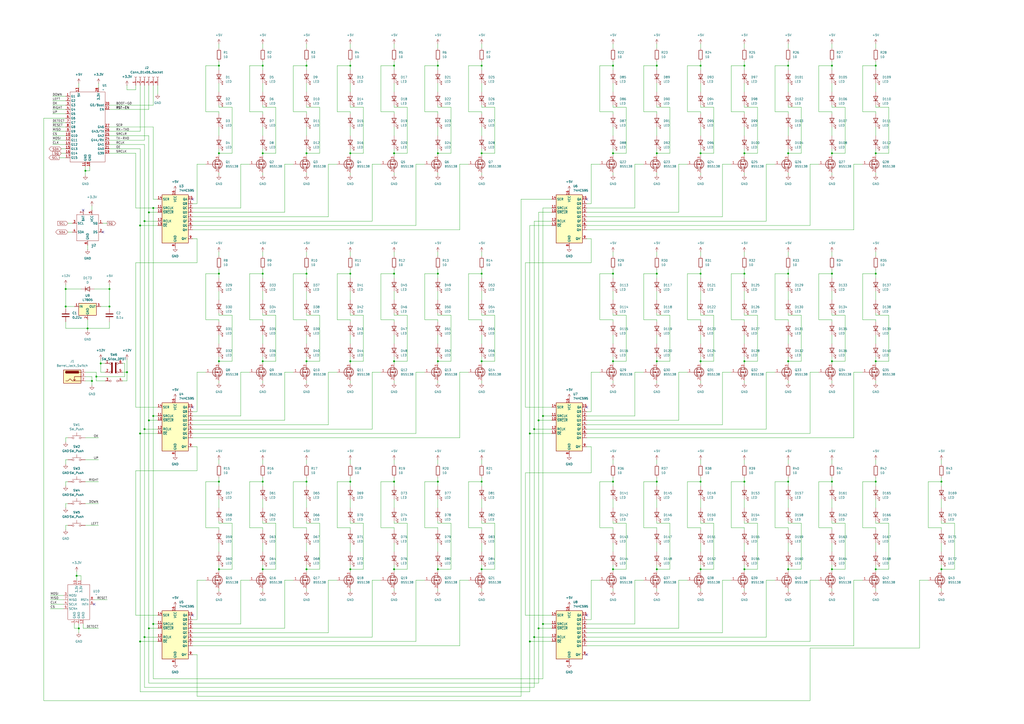
<source format=kicad_sch>
(kicad_sch (version 20231120) (generator "eeschema") (generator_version "8.0")
  (paper "A2")
  (junction (at 355.6 209.55))
  (junction (at 50.8 190.5))
  (junction (at 314.96 361.95))
  (junction (at 86.36 123.19))
  (junction (at 127 209.55))
  (junction (at 312.42 364.49))
  (junction (at 406.4 279.4))
  (junction (at 431.8 330.2))
  (junction (at 152.4 38.1))
  (junction (at 86.36 364.49))
  (junction (at 63.5 167.64))
  (junction (at 127 88.9))
  (junction (at 88.9 361.95))
  (junction (at 55.88 218.44))
  (junction (at 228.6 88.9))
  (junction (at 355.6 279.4))
  (junction (at 431.8 88.9))
  (junction (at 152.4 279.4))
  (junction (at 63.5 177.8))
  (junction (at 309.88 248.92))
  (junction (at 279.4 88.9))
  (junction (at 279.4 209.55))
  (junction (at 355.6 88.9))
  (junction (at 152.4 88.9))
  (junction (at 73.66 215.9))
  (junction (at 355.6 158.75))
  (junction (at 508 88.9))
  (junction (at 406.4 88.9))
  (junction (at 152.4 330.2))
  (junction (at 177.8 38.1))
  (junction (at 203.2 38.1))
  (junction (at 457.2 88.9))
  (junction (at 58.42 210.82))
  (junction (at 482.6 209.55))
  (junction (at 53.34 220.98))
  (junction (at 457.2 158.75))
  (junction (at 127 38.1))
  (junction (at 406.4 209.55))
  (junction (at 83.82 128.27))
  (junction (at 457.2 279.4))
  (junction (at 312.42 243.84))
  (junction (at 38.1 177.8))
  (junction (at 88.9 120.65))
  (junction (at 177.8 209.55))
  (junction (at 44.45 334.01))
  (junction (at 307.34 372.11))
  (junction (at 127 158.75))
  (junction (at 546.1 279.4))
  (junction (at 381 209.55))
  (junction (at 355.6 330.2))
  (junction (at 177.8 158.75))
  (junction (at 177.8 88.9))
  (junction (at 254 209.55))
  (junction (at 279.4 158.75))
  (junction (at 81.28 251.46))
  (junction (at 309.88 369.57))
  (junction (at 482.6 158.75))
  (junction (at 38.1 167.64))
  (junction (at 203.2 158.75))
  (junction (at 482.6 38.1))
  (junction (at 203.2 88.9))
  (junction (at 177.8 330.2))
  (junction (at 431.8 38.1))
  (junction (at 406.4 158.75))
  (junction (at 482.6 88.9))
  (junction (at 381 38.1))
  (junction (at 203.2 279.4))
  (junction (at 177.8 279.4))
  (junction (at 254 330.2))
  (junction (at 152.4 209.55))
  (junction (at 49.53 99.06))
  (junction (at 152.4 158.75))
  (junction (at 457.2 330.2))
  (junction (at 228.6 209.55))
  (junction (at 431.8 209.55))
  (junction (at 228.6 38.1))
  (junction (at 279.4 330.2))
  (junction (at 457.2 38.1))
  (junction (at 86.36 243.84))
  (junction (at 406.4 330.2))
  (junction (at 228.6 279.4))
  (junction (at 127 330.2))
  (junction (at 508 209.55))
  (junction (at 81.28 372.11))
  (junction (at 546.1 330.2))
  (junction (at 45.72 364.49))
  (junction (at 254 88.9))
  (junction (at 381 88.9))
  (junction (at 482.6 279.4))
  (junction (at 203.2 330.2))
  (junction (at 508 38.1))
  (junction (at 508 158.75))
  (junction (at 83.82 369.57))
  (junction (at 431.8 158.75))
  (junction (at 381 158.75))
  (junction (at 482.6 330.2))
  (junction (at 254 38.1))
  (junction (at 81.28 130.81))
  (junction (at 254 279.4))
  (junction (at 203.2 209.55))
  (junction (at 279.4 38.1))
  (junction (at 228.6 330.2))
  (junction (at 254 158.75))
  (junction (at 314.96 241.3))
  (junction (at 355.6 38.1))
  (junction (at 431.8 279.4))
  (junction (at 406.4 38.1))
  (junction (at 381 330.2))
  (junction (at 279.4 279.4))
  (junction (at 127 279.4))
  (junction (at 381 279.4))
  (junction (at 457.2 209.55))
  (junction (at 508 279.4))
  (junction (at 88.9 241.3))
  (junction (at 508 330.2))
  (junction (at 307.34 251.46))
  (junction (at 83.82 248.92))
  (junction (at 228.6 158.75))
  (no_connect (at 59.69 134.62))
  (no_connect (at 48.26 121.92))
  (no_connect (at 111.76 115.57))
  (no_connect (at 111.76 356.87))
  (no_connect (at 54.61 350.52))
  (no_connect (at 340.36 236.22))
  (no_connect (at 340.36 115.57))
  (no_connect (at 340.36 356.87))
  (no_connect (at 340.36 379.73))
  (no_connect (at 111.76 236.22))
  (wire (pts (xy 508 194.31) (xy 508 199.39)))
  (wire (pts (xy 553.72 303.53) (xy 553.72 330.2)))
  (wire (pts (xy 127 330.2) (xy 127 331.47)))
  (wire (pts (xy 254 330.2) (xy 254 331.47)))
  (wire (pts (xy 254 156.21) (xy 254 158.75)))
  (wire (pts (xy 424.18 95.25) (xy 419.1 95.25)))
  (wire (pts (xy 355.6 276.86) (xy 355.6 279.4)))
  (wire (pts (xy 457.2 86.36) (xy 457.2 88.9)))
  (wire (pts (xy 508 276.86) (xy 508 279.4)))
  (wire (pts (xy 355.6 330.2) (xy 355.6 331.47)))
  (wire (pts (xy 190.5 95.25) (xy 190.5 125.73)))
  (wire (pts (xy 457.2 330.2) (xy 457.2 331.47)))
  (wire (pts (xy 304.8 152.4) (xy 342.9 152.4)))
  (wire (pts (xy 228.6 209.55) (xy 228.6 210.82)))
  (wire (pts (xy 165.1 95.25) (xy 170.18 95.25)))
  (wire (pts (xy 228.6 156.21) (xy 228.6 158.75)))
  (wire (pts (xy 86.36 243.84) (xy 86.36 364.49)))
  (wire (pts (xy 431.8 100.33) (xy 431.8 101.6)))
  (wire (pts (xy 203.2 306.07) (xy 195.58 306.07)))
  (wire (pts (xy 482.6 156.21) (xy 482.6 158.75)))
  (wire (pts (xy 63.5 190.5) (xy 50.8 190.5)))
  (wire (pts (xy 88.9 120.65) (xy 88.9 241.3)))
  (wire (pts (xy 508 327.66) (xy 508 330.2)))
  (wire (pts (xy 86.36 364.49) (xy 86.36 396.24)))
  (wire (pts (xy 373.38 215.9) (xy 368.3 215.9)))
  (wire (pts (xy 342.9 118.11) (xy 342.9 95.25)))
  (wire (pts (xy 49.53 220.98) (xy 53.34 220.98)))
  (wire (pts (xy 431.8 181.61) (xy 431.8 182.88)))
  (wire (pts (xy 25.4 68.58) (xy 25.4 406.4)))
  (wire (pts (xy 340.36 254) (xy 495.3 254)))
  (wire (pts (xy 177.8 60.96) (xy 177.8 62.23)))
  (wire (pts (xy 546.1 307.34) (xy 546.1 306.07)))
  (wire (pts (xy 431.8 306.07) (xy 424.18 306.07)))
  (wire (pts (xy 86.36 243.84) (xy 91.44 243.84)))
  (wire (pts (xy 279.4 279.4) (xy 279.4 281.94)))
  (wire (pts (xy 78.74 152.4) (xy 78.74 236.22)))
  (wire (pts (xy 340.36 243.84) (xy 393.7 243.84)))
  (wire (pts (xy 482.6 327.66) (xy 482.6 330.2)))
  (wire (pts (xy 53.34 119.38) (xy 53.34 121.92)))
  (wire (pts (xy 355.6 306.07) (xy 347.98 306.07)))
  (wire (pts (xy 279.4 158.75) (xy 279.4 161.29)))
  (wire (pts (xy 508 62.23) (xy 515.62 62.23)))
  (wire (pts (xy 177.8 25.4) (xy 177.8 27.94)))
  (wire (pts (xy 54.61 167.64) (xy 63.5 167.64)))
  (wire (pts (xy 266.7 215.9) (xy 271.78 215.9)))
  (wire (pts (xy 83.82 49.53) (xy 83.82 81.28)))
  (wire (pts (xy 482.6 62.23) (xy 490.22 62.23)))
  (wire (pts (xy 457.2 156.21) (xy 457.2 158.75)))
  (wire (pts (xy 152.4 314.96) (xy 152.4 320.04)))
  (wire (pts (xy 228.6 158.75) (xy 228.6 161.29)))
  (wire (pts (xy 355.6 182.88) (xy 363.22 182.88)))
  (wire (pts (xy 381 156.21) (xy 381 158.75)))
  (wire (pts (xy 152.4 330.2) (xy 160.02 330.2)))
  (wire (pts (xy 419.1 215.9) (xy 419.1 246.38)))
  (wire (pts (xy 381 276.86) (xy 381 279.4)))
  (wire (pts (xy 34.29 91.44) (xy 38.1 91.44)))
  (wire (pts (xy 431.8 209.55) (xy 431.8 210.82)))
  (wire (pts (xy 474.98 306.07) (xy 474.98 279.4)))
  (wire (pts (xy 457.2 88.9) (xy 464.82 88.9)))
  (wire (pts (xy 355.6 186.69) (xy 355.6 185.42)))
  (wire (pts (xy 431.8 314.96) (xy 431.8 320.04)))
  (wire (pts (xy 279.4 88.9) (xy 287.02 88.9)))
  (wire (pts (xy 538.48 306.07) (xy 538.48 279.4)))
  (wire (pts (xy 177.8 307.34) (xy 177.8 306.07)))
  (wire (pts (xy 482.6 158.75) (xy 482.6 161.29)))
  (wire (pts (xy 279.4 341.63) (xy 279.4 342.9)))
  (wire (pts (xy 469.9 215.9) (xy 469.9 251.46)))
  (wire (pts (xy 474.98 95.25) (xy 469.9 95.25)))
  (wire (pts (xy 228.6 48.26) (xy 228.6 53.34)))
  (wire (pts (xy 279.4 306.07) (xy 271.78 306.07)))
  (wire (pts (xy 406.4 289.56) (xy 406.4 294.64)))
  (wire (pts (xy 414.02 182.88) (xy 414.02 209.55)))
  (wire (pts (xy 482.6 279.4) (xy 482.6 281.94)))
  (wire (pts (xy 474.98 158.75) (xy 482.6 158.75)))
  (wire (pts (xy 482.6 38.1) (xy 482.6 40.64)))
  (wire (pts (xy 439.42 303.53) (xy 439.42 330.2)))
  (wire (pts (xy 228.6 209.55) (xy 236.22 209.55)))
  (wire (pts (xy 546.1 303.53) (xy 553.72 303.53)))
  (wire (pts (xy 414.02 62.23) (xy 414.02 88.9)))
  (wire (pts (xy 373.38 279.4) (xy 381 279.4)))
  (wire (pts (xy 406.4 306.07) (xy 398.78 306.07)))
  (wire (pts (xy 355.6 307.34) (xy 355.6 306.07)))
  (wire (pts (xy 279.4 207.01) (xy 279.4 209.55)))
  (wire (pts (xy 228.6 88.9) (xy 228.6 90.17)))
  (wire (pts (xy 449.58 38.1) (xy 457.2 38.1)))
  (wire (pts (xy 71.12 220.98) (xy 73.66 220.98)))
  (wire (pts (xy 314.96 120.65) (xy 314.96 241.3)))
  (wire (pts (xy 279.4 25.4) (xy 279.4 27.94)))
  (wire (pts (xy 312.42 364.49) (xy 312.42 243.84)))
  (wire (pts (xy 368.3 241.3) (xy 340.36 241.3)))
  (wire (pts (xy 431.8 327.66) (xy 431.8 330.2)))
  (wire (pts (xy 215.9 369.57) (xy 215.9 336.55)))
  (wire (pts (xy 195.58 336.55) (xy 190.5 336.55)))
  (wire (pts (xy 49.53 254) (xy 57.15 254)))
  (wire (pts (xy 406.4 327.66) (xy 406.4 330.2)))
  (wire (pts (xy 279.4 276.86) (xy 279.4 279.4)))
  (wire (pts (xy 406.4 86.36) (xy 406.4 88.9)))
  (wire (pts (xy 228.6 220.98) (xy 228.6 222.25)))
  (wire (pts (xy 127 207.01) (xy 127 209.55)))
  (wire (pts (xy 48.26 361.95) (xy 48.26 364.49)))
  (wire (pts (xy 482.6 60.96) (xy 482.6 62.23)))
  (wire (pts (xy 58.42 210.82) (xy 58.42 215.9)))
  (wire (pts (xy 381 181.61) (xy 381 182.88)))
  (wire (pts (xy 203.2 209.55) (xy 210.82 209.55)))
  (wire (pts (xy 254 302.26) (xy 254 303.53)))
  (wire (pts (xy 111.76 118.11) (xy 114.3 118.11)))
  (wire (pts (xy 83.82 83.82) (xy 63.5 83.82)))
  (wire (pts (xy 482.6 146.05) (xy 482.6 148.59)))
  (wire (pts (xy 279.4 266.7) (xy 279.4 269.24)))
  (wire (pts (xy 57.15 48.26) (xy 57.15 50.8)))
  (wire (pts (xy 38.1 66.04) (xy 30.48 66.04)))
  (wire (pts (xy 279.4 186.69) (xy 279.4 185.42)))
  (wire (pts (xy 419.1 246.38) (xy 340.36 246.38)))
  (wire (pts (xy 88.9 241.3) (xy 88.9 361.95)))
  (wire (pts (xy 490.22 62.23) (xy 490.22 88.9)))
  (wire (pts (xy 88.9 361.95) (xy 91.44 361.95)))
  (wire (pts (xy 30.48 83.82) (xy 38.1 83.82)))
  (wire (pts (xy 373.38 64.77) (xy 373.38 38.1)))
  (wire (pts (xy 127 327.66) (xy 127 330.2)))
  (wire (pts (xy 355.6 156.21) (xy 355.6 158.75)))
  (wire (pts (xy 279.4 48.26) (xy 279.4 53.34)))
  (wire (pts (xy 388.62 62.23) (xy 388.62 88.9)))
  (wire (pts (xy 287.02 303.53) (xy 287.02 330.2)))
  (wire (pts (xy 177.8 341.63) (xy 177.8 342.9)))
  (wire (pts (xy 457.2 276.86) (xy 457.2 279.4)))
  (wire (pts (xy 347.98 279.4) (xy 355.6 279.4)))
  (wire (pts (xy 508 209.55) (xy 508 210.82)))
  (wire (pts (xy 119.38 279.4) (xy 127 279.4)))
  (wire (pts (xy 228.6 168.91) (xy 228.6 173.99)))
  (wire (pts (xy 533.4 336.55) (xy 538.48 336.55)))
  (wire (pts (xy 127 158.75) (xy 127 161.29)))
  (wire (pts (xy 406.4 194.31) (xy 406.4 199.39)))
  (wire (pts (xy 241.3 215.9) (xy 241.3 251.46)))
  (wire (pts (xy 457.2 306.07) (xy 449.58 306.07)))
  (wire (pts (xy 424.18 215.9) (xy 419.1 215.9)))
  (wire (pts (xy 152.4 64.77) (xy 152.4 66.04)))
  (wire (pts (xy 469.9 95.25) (xy 469.9 130.81)))
  (wire (pts (xy 73.66 49.53) (xy 73.66 52.07)))
  (wire (pts (xy 482.6 209.55) (xy 490.22 209.55)))
  (wire (pts (xy 431.8 303.53) (xy 439.42 303.53)))
  (wire (pts (xy 340.36 369.57) (xy 444.5 369.57)))
  (wire (pts (xy 241.3 95.25) (xy 241.3 130.81)))
  (wire (pts (xy 287.02 182.88) (xy 287.02 209.55)))
  (wire (pts (xy 83.82 248.92) (xy 91.44 248.92)))
  (wire (pts (xy 152.4 266.7) (xy 152.4 269.24)))
  (wire (pts (xy 474.98 279.4) (xy 482.6 279.4)))
  (wire (pts (xy 340.36 128.27) (xy 444.5 128.27)))
  (wire (pts (xy 203.2 207.01) (xy 203.2 209.55)))
  (wire (pts (xy 508 88.9) (xy 515.62 88.9)))
  (wire (pts (xy 111.76 359.41) (xy 114.3 359.41)))
  (wire (pts (xy 355.6 60.96) (xy 355.6 62.23)))
  (wire (pts (xy 457.2 25.4) (xy 457.2 27.94)))
  (wire (pts (xy 279.4 168.91) (xy 279.4 173.99)))
  (wire (pts (xy 165.1 364.49) (xy 165.1 336.55)))
  (wire (pts (xy 406.4 100.33) (xy 406.4 101.6)))
  (wire (pts (xy 114.3 152.4) (xy 78.74 152.4)))
  (wire (pts (xy 546.1 266.7) (xy 546.1 269.24)))
  (wire (pts (xy 279.4 62.23) (xy 287.02 62.23)))
  (wire (pts (xy 91.44 123.19) (xy 86.36 123.19)))
  (wire (pts (xy 431.8 86.36) (xy 431.8 88.9)))
  (wire (pts (xy 114.3 259.08) (xy 114.3 273.05)))
  (wire (pts (xy 25.4 68.58) (xy 38.1 68.58)))
  (wire (pts (xy 228.6 60.96) (xy 228.6 62.23)))
  (wire (pts (xy 373.38 185.42) (xy 373.38 158.75)))
  (wire (pts (xy 254 158.75) (xy 254 161.29)))
  (wire (pts (xy 381 100.33) (xy 381 101.6)))
  (wire (pts (xy 119.38 158.75) (xy 127 158.75)))
  (wire (pts (xy 203.2 266.7) (xy 203.2 269.24)))
  (wire (pts (xy 44.45 334.01) (xy 44.45 336.55)))
  (wire (pts (xy 165.1 123.19) (xy 165.1 95.25)))
  (wire (pts (xy 127 64.77) (xy 119.38 64.77)))
  (wire (pts (xy 261.62 88.9) (xy 254 88.9)))
  (wire (pts (xy 381 88.9) (xy 381 90.17)))
  (wire (pts (xy 406.4 341.63) (xy 406.4 342.9)))
  (wire (pts (xy 508 38.1) (xy 508 40.64)))
  (wire (pts (xy 152.4 60.96) (xy 152.4 62.23)))
  (wire (pts (xy 144.78 336.55) (xy 139.7 336.55)))
  (wire (pts (xy 355.6 38.1) (xy 355.6 40.64)))
  (wire (pts (xy 78.74 52.07) (xy 78.74 49.53)))
  (wire (pts (xy 91.44 130.81) (xy 81.28 130.81)))
  (wire (pts (xy 220.98 38.1) (xy 228.6 38.1)))
  (wire (pts (xy 203.2 35.56) (xy 203.2 38.1)))
  (wire (pts (xy 449.58 158.75) (xy 457.2 158.75)))
  (wire (pts (xy 111.76 259.08) (xy 114.3 259.08)))
  (wire (pts (xy 127 181.61) (xy 127 182.88)))
  (wire (pts (xy 127 279.4) (xy 127 281.94)))
  (wire (pts (xy 457.2 341.63) (xy 457.2 342.9)))
  (wire (pts (xy 114.3 215.9) (xy 114.3 238.76)))
  (wire (pts (xy 546.1 279.4) (xy 546.1 281.94)))
  (wire (pts (xy 78.74 356.87) (xy 91.44 356.87)))
  (wire (pts (xy 406.4 279.4) (xy 406.4 281.94)))
  (wire (pts (xy 381 66.04) (xy 381 64.77)))
  (wire (pts (xy 508 64.77) (xy 500.38 64.77)))
  (wire (pts (xy 393.7 243.84) (xy 393.7 215.9)))
  (wire (pts (xy 482.6 86.36) (xy 482.6 88.9)))
  (wire (pts (xy 304.8 274.32) (xy 342.9 274.32)))
  (wire (pts (xy 203.2 341.63) (xy 203.2 342.9)))
  (wire (pts (xy 355.6 302.26) (xy 355.6 303.53)))
  (wire (pts (xy 38.1 60.96) (xy 30.48 60.96)))
  (wire (pts (xy 431.8 330.2) (xy 431.8 331.47)))
  (wire (pts (xy 314.96 393.7) (xy 88.9 393.7)))
  (wire (pts (xy 254 303.53) (xy 261.62 303.53)))
  (wire (pts (xy 457.2 289.56) (xy 457.2 294.64)))
  (wire (pts (xy 355.6 314.96) (xy 355.6 320.04)))
  (wire (pts (xy 495.3 374.65) (xy 495.3 336.55)))
  (wire (pts (xy 195.58 279.4) (xy 203.2 279.4)))
  (wire (pts (xy 215.9 215.9) (xy 220.98 215.9)))
  (wire (pts (xy 43.18 361.95) (xy 43.18 364.49)))
  (wire (pts (xy 152.4 35.56) (xy 152.4 38.1)))
  (wire (pts (xy 114.3 336.55) (xy 119.38 336.55)))
  (wire (pts (xy 195.58 215.9) (xy 190.5 215.9)))
  (wire (pts (xy 170.18 158.75) (xy 177.8 158.75)))
  (wire (pts (xy 38.1 279.4) (xy 39.37 279.4)))
  (wire (pts (xy 152.4 194.31) (xy 152.4 199.39)))
  (wire (pts (xy 81.28 251.46) (xy 91.44 251.46)))
  (wire (pts (xy 203.2 25.4) (xy 203.2 27.94)))
  (wire (pts (xy 49.53 215.9) (xy 55.88 215.9)))
  (wire (pts (xy 261.62 182.88) (xy 261.62 209.55)))
  (wire (pts (xy 482.6 276.86) (xy 482.6 279.4)))
  (wire (pts (xy 152.4 185.42) (xy 152.4 186.69)))
  (wire (pts (xy 482.6 207.01) (xy 482.6 209.55)))
  (wire (pts (xy 228.6 181.61) (xy 228.6 182.88)))
  (wire (pts (xy 228.6 289.56) (xy 228.6 294.64)))
  (wire (pts (xy 482.6 168.91) (xy 482.6 173.99)))
  (wire (pts (xy 152.4 146.05) (xy 152.4 148.59)))
  (wire (pts (xy 449.58 306.07) (xy 449.58 279.4)))
  (wire (pts (xy 342.9 359.41) (xy 342.9 336.55)))
  (wire (pts (xy 45.72 48.26) (xy 45.72 50.8)))
  (wire (pts (xy 355.6 64.77) (xy 355.6 66.04)))
  (wire (pts (xy 46.99 334.01) (xy 44.45 334.01)))
  (wire (pts (xy 457.2 185.42) (xy 449.58 185.42)))
  (wire (pts (xy 508 330.2) (xy 508 331.47)))
  (wire (pts (xy 279.4 209.55) (xy 279.4 210.82)))
  (wire (pts (xy 271.78 279.4) (xy 279.4 279.4)))
  (wire (pts (xy 139.7 120.65) (xy 111.76 120.65)))
  (wire (pts (xy 381 158.75) (xy 381 161.29)))
  (wire (pts (xy 406.4 168.91) (xy 406.4 173.99)))
  (wire (pts (xy 203.2 73.66) (xy 203.2 78.74)))
  (wire (pts (xy 457.2 168.91) (xy 457.2 173.99)))
  (wire (pts (xy 38.1 254) (xy 39.37 254)))
  (wire (pts (xy 152.4 302.26) (xy 152.4 303.53)))
  (wire (pts (xy 228.6 341.63) (xy 228.6 342.9)))
  (wire (pts (xy 469.9 251.46) (xy 340.36 251.46)))
  (wire (pts (xy 355.6 48.26) (xy 355.6 53.34)))
  (wire (pts (xy 83.82 369.57) (xy 83.82 248.92)))
  (wire (pts (xy 144.78 158.75) (xy 152.4 158.75)))
  (wire (pts (xy 114.3 215.9) (xy 119.38 215.9)))
  (wire (pts (xy 49.53 99.06) (xy 52.07 99.06)))
  (wire (pts (xy 508 185.42) (xy 500.38 185.42)))
  (wire (pts (xy 444.5 128.27) (xy 444.5 95.25)))
  (wire (pts (xy 312.42 243.84) (xy 312.42 123.19)))
  (wire (pts (xy 314.96 241.3) (xy 314.96 361.95)))
  (wire (pts (xy 342.9 336.55) (xy 347.98 336.55)))
  (wire (pts (xy 88.9 73.66) (xy 88.9 115.57)))
  (wire (pts (xy 254 100.33) (xy 254 101.6)))
  (wire (pts (xy 279.4 194.31) (xy 279.4 199.39)))
  (wire (pts (xy 508 88.9) (xy 508 90.17)))
  (wire (pts (xy 228.6 266.7) (xy 228.6 269.24)))
  (wire (pts (xy 482.6 306.07) (xy 474.98 306.07)))
  (wire (pts (xy 279.4 181.61) (xy 279.4 182.88)))
  (wire (pts (xy 170.18 279.4) (xy 177.8 279.4)))
  (wire (pts (xy 49.53 96.52) (xy 49.53 99.06)))
  (wire (pts (xy 355.6 207.01) (xy 355.6 209.55)))
  (wire (pts (xy 254 35.56) (xy 254 38.1)))
  (wire (pts (xy 508 266.7) (xy 508 269.24)))
  (wire (pts (xy 419.1 95.25) (xy 419.1 125.73)))
  (wire (pts (xy 304.8 236.22) (xy 304.8 152.4)))
  (wire (pts (xy 45.72 364.49) (xy 45.72 367.03)))
  (wire (pts (xy 309.88 398.78) (xy 83.82 398.78)))
  (wire (pts (xy 381 186.69) (xy 381 185.42)))
  (wire (pts (xy 508 73.66) (xy 508 78.74)))
  (wire (pts (xy 393.7 123.19) (xy 393.7 95.25)))
  (wire (pts (xy 254 289.56) (xy 254 294.64)))
  (wire (pts (xy 58.42 208.28) (xy 58.42 210.82)))
  (wire (pts (xy 246.38 215.9) (xy 241.3 215.9)))
  (wire (pts (xy 134.62 303.53) (xy 134.62 330.2)))
  (wire (pts (xy 63.5 186.69) (xy 63.5 190.5)))
  (wire (pts (xy 500.38 279.4) (xy 508 279.4)))
  (wire (pts (xy 203.2 185.42) (xy 203.2 186.69)))
  (wire (pts (xy 177.8 73.66) (xy 177.8 78.74)))
  (wire (pts (xy 474.98 64.77) (xy 474.98 38.1)))
  (wire (pts (xy 431.8 207.01) (xy 431.8 209.55)))
  (wire (pts (xy 203.2 314.96) (xy 203.2 320.04)))
  (wire (pts (xy 203.2 220.98) (xy 203.2 222.25)))
  (wire (pts (xy 355.6 168.91) (xy 355.6 173.99)))
  (wire (pts (xy 228.6 194.31) (xy 228.6 199.39)))
  (wire (pts (xy 127 100.33) (xy 127 101.6)))
  (wire (pts (xy 43.18 364.49) (xy 45.72 364.49)))
  (wire (pts (xy 38.1 167.64) (xy 38.1 177.8)))
  (wire (pts (xy 83.82 398.78) (xy 83.82 369.57)))
  (wire (pts (xy 177.8 330.2) (xy 185.42 330.2)))
  (wire (pts (xy 228.6 38.1) (xy 228.6 40.64)))
  (wire (pts (xy 220.98 279.4) (xy 228.6 279.4)))
  (wire (pts (xy 279.4 60.96) (xy 279.4 62.23)))
  (wire (pts (xy 81.28 251.46) (xy 81.28 372.11)))
  (wire (pts (xy 177.8 207.01) (xy 177.8 209.55)))
  (wire (pts (xy 279.4 220.98) (xy 279.4 222.25)))
  (wire (pts (xy 482.6 330.2) (xy 482.6 331.47)))
  (wire (pts (xy 406.4 73.66) (xy 406.4 78.74)))
  (wire (pts (xy 152.4 86.36) (xy 152.4 88.9)))
  (wire (pts (xy 500.38 306.07) (xy 500.38 279.4)))
  (wire (pts (xy 114.3 359.41) (xy 114.3 336.55)))
  (wire (pts (xy 381 168.91) (xy 381 173.99)))
  (wire (pts (xy 119.38 279.4) (xy 119.38 306.07)))
  (wire (pts (xy 307.34 372.11) (xy 307.34 251.46)))
  (wire (pts (xy 53.34 218.44) (xy 53.34 220.98)))
  (wire (pts (xy 431.8 185.42) (xy 424.18 185.42)))
  (wire (pts (xy 431.8 307.34) (xy 431.8 306.07)))
  (wire (pts (xy 508 156.21) (xy 508 158.75)))
  (wire (pts (xy 88.9 73.66) (xy 63.5 73.66)))
  (wire (pts (xy 381 209.55) (xy 381 210.82)))
  (wire (pts (xy 190.5 215.9) (xy 190.5 246.38)))
  (wire (pts (xy 388.62 303.53) (xy 388.62 330.2)))
  (wire (pts (xy 254 276.86) (xy 254 279.4)))
  (wire (pts (xy 381 279.4) (xy 381 281.94)))
  (wire (pts (xy 457.2 158.75) (xy 457.2 161.29)))
  (wire (pts (xy 254 194.31) (xy 254 199.39)))
  (wire (pts (xy 177.8 327.66) (xy 177.8 330.2)))
  (wire (pts (xy 495.3 95.25) (xy 500.38 95.25)))
  (wire (pts (xy 59.69 129.54) (xy 62.23 129.54)))
  (wire (pts (xy 152.4 341.63) (xy 152.4 342.9)))
  (wire (pts (xy 342.9 215.9) (xy 347.98 215.9)))
  (wire (pts (xy 457.2 88.9) (xy 457.2 90.17)))
  (wire (pts (xy 431.8 66.04) (xy 431.8 64.77)))
  (wire (pts (xy 279.4 330.2) (xy 287.02 330.2)))
  (wire (pts (xy 431.8 62.23) (xy 439.42 62.23)))
  (wire (pts (xy 228.6 88.9) (xy 236.22 88.9)))
  (wire (pts (xy 91.44 49.53) (xy 91.44 54.61)))
  (wire (pts (xy 444.5 336.55) (xy 449.58 336.55)))
  (wire (pts (xy 355.6 266.7) (xy 355.6 269.24)))
  (wire (pts (xy 314.96 361.95) (xy 320.04 361.95)))
  (wire (pts (xy 246.38 64.77) (xy 246.38 38.1)))
  (wire (pts (xy 431.8 35.56) (xy 431.8 38.1)))
  (wire (pts (xy 114.3 95.25) (xy 114.3 118.11)))
  (wire (pts (xy 152.4 181.61) (xy 152.4 182.88)))
  (wire (pts (xy 457.2 100.33) (xy 457.2 101.6)))
  (wire (pts (xy 508 25.4) (xy 508 27.94)))
  (wire (pts (xy 424.18 336.55) (xy 419.1 336.55)))
  (wire (pts (xy 347.98 306.07) (xy 347.98 279.4)))
  (wire (pts (xy 355.6 73.66) (xy 355.6 78.74)))
  (wire (pts (xy 50.8 185.42) (xy 50.8 190.5)))
  (wire (pts (xy 474.98 185.42) (xy 474.98 158.75)))
  (wire (pts (xy 203.2 194.31) (xy 203.2 199.39)))
  (wire (pts (xy 254 330.2) (xy 261.62 330.2)))
  (wire (pts (xy 48.26 364.49) (xy 57.15 364.49)))
  (wire (pts (xy 457.2 209.55) (xy 457.2 210.82)))
  (wire (pts (xy 86.36 396.24) (xy 312.42 396.24)))
  (wire (pts (xy 254 209.55) (xy 261.62 209.55)))
  (wire (pts (xy 246.38 38.1) (xy 254 38.1)))
  (wire (pts (xy 482.6 48.26) (xy 482.6 53.34)))
  (wire (pts (xy 127 35.56) (xy 127 38.1)))
  (wire (pts (xy 508 100.33) (xy 508 101.6)))
  (wire (pts (xy 309.88 369.57) (xy 320.04 369.57)))
  (wire (pts (xy 39.37 134.62) (xy 41.91 134.62)))
  (wire (pts (xy 373.38 185.42) (xy 381 185.42)))
  (wire (pts (xy 482.6 330.2) (xy 490.22 330.2)))
  (wire (pts (xy 236.22 303.53) (xy 236.22 330.2)))
  (wire (pts (xy 160.02 62.23) (xy 160.02 88.9)))
  (wire (pts (xy 508 306.07) (xy 508 307.34)))
  (wire (pts (xy 114.3 95.25) (xy 119.38 95.25)))
  (wire (pts (xy 406.4 330.2) (xy 414.02 330.2)))
  (wire (pts (xy 424.18 38.1) (xy 431.8 38.1)))
  (wire (pts (xy 228.6 64.77) (xy 220.98 64.77)))
  (wire (pts (xy 393.7 215.9) (xy 398.78 215.9)))
  (wire (pts (xy 127 156.21) (xy 127 158.75)))
  (wire (pts (xy 381 48.26) (xy 381 53.34)))
  (wire (pts (xy 177.8 66.04) (xy 177.8 64.77)))
  (wire (pts (xy 457.2 302.26) (xy 457.2 303.53)))
  (wire (pts (xy 127 62.23) (xy 134.62 62.23)))
  (wire (pts (xy 279.4 35.56) (xy 279.4 38.1)))
  (wire (pts (xy 309.88 369.57) (xy 309.88 398.78)))
  (wire (pts (xy 355.6 146.05) (xy 355.6 148.59)))
  (wire (pts (xy 228.6 62.23) (xy 236.22 62.23)))
  (wire (pts (xy 546.1 276.86) (xy 546.1 279.4)))
  (wire (pts (xy 88.9 60.96) (xy 63.5 60.96)))
  (wire (pts (xy 254 86.36) (xy 254 88.9)))
  (wire (pts (xy 431.8 158.75) (xy 431.8 161.29)))
  (wire (pts (xy 177.8 276.86) (xy 177.8 279.4)))
  (wire (pts (xy 314.96 361.95) (xy 314.96 393.7)))
  (wire (pts (xy 546.1 289.56) (xy 546.1 294.64)))
  (wire (pts (xy 152.4 185.42) (xy 144.78 185.42)))
  (wire (pts (xy 254 168.91) (xy 254 173.99)))
  (wire (pts (xy 482.6 64.77) (xy 474.98 64.77)))
  (wire (pts (xy 29.21 347.98) (xy 36.83 347.98)))
  (wire (pts (xy 38.1 190.5) (xy 38.1 186.69)))
  (wire (pts (xy 398.78 306.07) (xy 398.78 279.4)))
  (wire (pts (xy 271.78 64.77) (xy 271.78 38.1)))
  (wire (pts (xy 83.82 369.57) (xy 91.44 369.57)))
  (wire (pts (xy 203.2 327.66) (xy 203.2 330.2)))
  (wire (pts (xy 500.38 185.42) (xy 500.38 158.75)))
  (wire (pts (xy 457.2 266.7) (xy 457.2 269.24)))
  (wire (pts (xy 515.62 62.23) (xy 515.62 88.9)))
  (wire (pts (xy 340.36 123.19) (xy 393.7 123.19)))
  (wire (pts (xy 220.98 64.77) (xy 220.98 38.1)))
  (wire (pts (xy 215.9 248.92) (xy 215.9 215.9)))
  (wire (pts (xy 373.38 336.55) (xy 368.3 336.55)))
  (wire (pts (xy 279.4 327.66) (xy 279.4 330.2)))
  (wire (pts (xy 127 330.2) (xy 134.62 330.2)))
  (wire (pts (xy 406.4 64.77) (xy 398.78 64.77)))
  (wire (pts (xy 304.8 356.87) (xy 304.8 274.32)))
  (wire (pts (xy 381 62.23) (xy 388.62 62.23)))
  (wire (pts (xy 203.2 100.33) (xy 203.2 101.6)))
  (wire (pts (xy 139.7 361.95) (xy 111.76 361.95)))
  (wire (pts (xy 215.9 95.25) (xy 220.98 95.25)))
  (wire (pts (xy 515.62 303.53) (xy 515.62 330.2)))
  (wire (pts (xy 490.22 303.53) (xy 490.22 330.2)))
  (wire (pts (xy 508 186.69) (xy 508 185.42)))
  (wire (pts (xy 53.34 220.98) (xy 53.34 223.52)))
  (wire (pts (xy 355.6 327.66) (xy 355.6 330.2)))
  (wire (pts (xy 165.1 336.55) (xy 170.18 336.55)))
  (wire (pts (xy 254 279.4) (xy 254 281.94)))
  (wire (pts (xy 279.4 185.42) (xy 271.78 185.42)))
  (wire (pts (xy 381 25.4) (xy 381 27.94)))
  (wire (pts (xy 307.34 372.11) (xy 320.04 372.11)))
  (wire (pts (xy 78.74 88.9) (xy 63.5 88.9)))
  (wire (pts (xy 368.3 95.25) (xy 368.3 120.65)))
  (wire (pts (xy 495.3 215.9) (xy 500.38 215.9)))
  (wire (pts (xy 546.1 314.96) (xy 546.1 320.04)))
  (wire (pts (xy 144.78 185.42) (xy 144.78 158.75)))
  (wire (pts (xy 373.38 38.1) (xy 381 38.1)))
  (wire (pts (xy 30.48 73.66) (xy 38.1 73.66)))
  (wire (pts (xy 139.7 215.9) (xy 139.7 241.3)))
  (wire (pts (xy 508 158.75) (xy 508 161.29)))
  (wire (pts (xy 279.4 314.96) (xy 279.4 320.04)))
  (wire (pts (xy 190.5 367.03) (xy 111.76 367.03)))
  (wire (pts (xy 302.26 115.57) (xy 302.26 403.86)))
  (wire (pts (xy 38.1 269.24) (xy 38.1 266.7)))
  (wire (pts (xy 347.98 64.77) (xy 347.98 38.1)))
  (wire (pts (xy 195.58 158.75) (xy 203.2 158.75)))
  (wire (pts (xy 355.6 88.9) (xy 363.22 88.9)))
  (wire (pts (xy 215.9 128.27) (xy 215.9 95.25)))
  (wire (pts (xy 177.8 88.9) (xy 177.8 90.17)))
  (wire (pts (xy 381 266.7) (xy 381 269.24)))
  (wire (pts (xy 127 276.86) (xy 127 279.4)))
  (wire (pts (xy 482.6 73.66) (xy 482.6 78.74)))
  (wire (pts (xy 203.2 303.53) (xy 210.82 303.53)))
  (wire (pts (xy 152.4 88.9) (xy 160.02 88.9)))
  (wire (pts (xy 49.53 218.44) (xy 53.34 218.44)))
  (wire (pts (xy 464.82 62.23) (xy 464.82 88.9)))
  (wire (pts (xy 381 86.36) (xy 381 88.9)))
  (wire (pts (xy 431.8 289.56) (xy 431.8 294.64)))
  (wire (pts (xy 220.98 158.75) (xy 228.6 158.75)))
  (wire (pts (xy 88.9 49.53) (xy 88.9 60.96)))
  (wire (pts (xy 279.4 302.26) (xy 279.4 303.53)))
  (wire (pts (xy 111.76 128.27) (xy 215.9 128.27)))
  (wire (pts (xy 119.38 64.77) (xy 119.38 38.1)))
  (wire (pts (xy 482.6 289.56) (xy 482.6 294.64)))
  (wire (pts (xy 373.38 158.75) (xy 381 158.75)))
  (wire (pts (xy 134.62 62.23) (xy 134.62 88.9)))
  (wire (pts (xy 279.4 330.2) (xy 279.4 331.47)))
  (wire (pts (xy 347.98 185.42) (xy 347.98 158.75)))
  (wire (pts (xy 457.2 181.61) (xy 457.2 182.88)))
  (wire (pts (xy 279.4 38.1) (xy 279.4 40.64)))
  (wire (pts (xy 431.8 341.63) (xy 431.8 342.9)))
  (wire (pts (xy 38.1 292.1) (xy 39.37 292.1)))
  (wire (pts (xy 302.26 115.57) (xy 320.04 115.57)))
  (wire (pts (xy 127 209.55) (xy 134.62 209.55)))
  (wire (pts (xy 228.6 330.2) (xy 236.22 330.2)))
  (wire (pts (xy 177.8 86.36) (xy 177.8 88.9)))
  (wire (pts (xy 127 302.26) (xy 127 303.53)))
  (wire (pts (xy 144.78 95.25) (xy 139.7 95.25)))
  (wire (pts (xy 254 48.26) (xy 254 53.34)))
  (wire (pts (xy 55.88 218.44) (xy 72.39 218.44)))
  (wire (pts (xy 152.4 25.4) (xy 152.4 27.94)))
  (wire (pts (xy 312.42 123.19) (xy 320.04 123.19)))
  (wire (pts (xy 241.3 130.81) (xy 111.76 130.81)))
  (wire (pts (xy 127 38.1) (xy 127 40.64)))
  (wire (pts (xy 320.04 120.65) (xy 314.96 120.65)))
  (wire (pts (xy 406.4 303.53) (xy 414.02 303.53)))
  (wire (pts (xy 355.6 86.36) (xy 355.6 88.9)))
  (wire (pts (xy 228.6 302.26) (xy 228.6 303.53)))
  (wire (pts (xy 381 60.96) (xy 381 62.23)))
  (wire (pts (xy 152.4 64.77) (xy 144.78 64.77)))
  (wire (pts (xy 170.18 38.1) (xy 177.8 38.1)))
  (wire (pts (xy 381 194.31) (xy 381 199.39)))
  (wire (pts (xy 482.6 266.7) (xy 482.6 269.24)))
  (wire (pts (xy 431.8 73.66) (xy 431.8 78.74)))
  (wire (pts (xy 279.4 156.21) (xy 279.4 158.75)))
  (wire (pts (xy 241.3 336.55) (xy 241.3 372.11)))
  (wire (pts (xy 63.5 78.74) (xy 86.36 78.74)))
  (wire (pts (xy 482.6 88.9) (xy 490.22 88.9)))
  (wire (pts (xy 177.8 168.91) (xy 177.8 173.99)))
  (wire (pts (xy 363.22 303.53) (xy 363.22 330.2)))
  (wire (pts (xy 287.02 62.23) (xy 287.02 88.9)))
  (wire (pts (xy 254 220.98) (xy 254 222.25)))
  (wire (pts (xy 482.6 303.53) (xy 490.22 303.53)))
  (wire (pts (xy 381 220.98) (xy 381 222.25)))
  (wire (pts (xy 228.6 303.53) (xy 236.22 303.53)))
  (wire (pts (xy 457.2 182.88) (xy 464.82 182.88)))
  (wire (pts (xy 424.18 158.75) (xy 431.8 158.75)))
  (wire (pts (xy 241.3 251.46) (xy 111.76 251.46)))
  (wire (pts (xy 469.9 372.11) (xy 340.36 372.11)))
  (wire (pts (xy 83.82 81.28) (xy 63.5 81.28)))
  (wire (pts (xy 414.02 303.53) (xy 414.02 330.2)))
  (wire (pts (xy 261.62 62.23) (xy 261.62 88.9)))
  (wire (pts (xy 457.2 64.77) (xy 457.2 66.04)))
  (wire (pts (xy 152.4 48.26) (xy 152.4 53.34)))
  (wire (pts (xy 355.6 25.4) (xy 355.6 27.94)))
  (wire (pts (xy 254 66.04) (xy 254 64.77)))
  (wire (pts (xy 457.2 327.66) (xy 457.2 330.2)))
  (wire (pts (xy 431.8 330.2) (xy 439.42 330.2)))
  (wire (pts (xy 457.2 209.55) (xy 464.82 209.55)))
  (wire (pts (xy 474.98 38.1) (xy 482.6 38.1)))
  (wire (pts (xy 185.42 303.53) (xy 185.42 330.2)))
  (wire (pts (xy 347.98 158.75) (xy 355.6 158.75)))
  (wire (pts (xy 228.6 207.01) (xy 228.6 209.55)))
  (wire (pts (xy 381 35.56) (xy 381 38.1)))
  (wire (pts (xy 457.2 330.2) (xy 464.82 330.2)))
  (wire (pts (xy 279.4 100.33) (xy 279.4 101.6)))
  (wire (pts (xy 81.28 372.11) (xy 91.44 372.11)))
  (wire (pts (xy 279.4 209.55) (xy 287.02 209.55)))
  (wire (pts (xy 30.48 78.74) (xy 38.1 78.74)))
  (wire (pts (xy 271.78 38.1) (xy 279.4 38.1)))
  (wire (pts (xy 254 62.23) (xy 261.62 62.23)))
  (wire (pts (xy 355.6 209.55) (xy 363.22 209.55)))
  (wire (pts (xy 177.8 266.7) (xy 177.8 269.24)))
  (wire (pts (xy 398.78 185.42) (xy 398.78 158.75)))
  (wire (pts (xy 381 146.05) (xy 381 148.59)))
  (wire (pts (xy 228.6 327.66) (xy 228.6 330.2)))
  (wire (pts (xy 78.74 236.22) (xy 91.44 236.22)))
  (wire (pts (xy 368.3 120.65) (xy 340.36 120.65)))
  (wire (pts (xy 177.8 146.05) (xy 177.8 148.59)))
  (wire (pts (xy 368.3 361.95) (xy 340.36 361.95)))
  (wire (pts (xy 228.6 314.96) (xy 228.6 320.04)))
  (wire (pts (xy 127 48.26) (xy 127 53.34)))
  (wire (pts (xy 228.6 25.4) (xy 228.6 27.94)))
  (wire (pts (xy 457.2 303.53) (xy 464.82 303.53)))
  (wire (pts (xy 342.9 138.43) (xy 342.9 152.4)))
  (wire (pts (xy 406.4 60.96) (xy 406.4 62.23)))
  (wire (pts (xy 152.4 168.91) (xy 152.4 173.99)))
  (wire (pts (xy 254 181.61) (xy 254 182.88)))
  (wire (pts (xy 431.8 182.88) (xy 439.42 182.88)))
  (wire (pts (xy 406.4 186.69) (xy 406.4 185.42)))
  (wire (pts (xy 195.58 64.77) (xy 195.58 38.1)))
  (wire (pts (xy 246.38 95.25) (xy 241.3 95.25)))
  (wire (pts (xy 279.4 88.9) (xy 279.4 90.17)))
  (wire (pts (xy 111.76 123.19) (xy 165.1 123.19)))
  (wire (pts (xy 177.8 330.2) (xy 177.8 331.47)))
  (wire (pts (xy 340.36 138.43) (xy 342.9 138.43)))
  (wire (pts (xy 393.7 95.25) (xy 398.78 95.25)))
  (wire (pts (xy 388.62 182.88) (xy 388.62 209.55)))
  (wire (pts (xy 457.2 62.23) (xy 464.82 62.23)))
  (wire (pts (xy 406.4 48.26) (xy 406.4 53.34)))
  (wire (pts (xy 254 209.55) (xy 254 210.82)))
  (wire (pts (xy 373.38 306.07) (xy 373.38 279.4)))
  (wire (pts (xy 71.12 210.82) (xy 72.39 210.82)))
  (wire (pts (xy 266.7 336.55) (xy 271.78 336.55)))
  (wire (pts (xy 406.4 314.96) (xy 406.4 320.04)))
  (wire (pts (xy 381 303.53) (xy 388.62 303.53)))
  (wire (pts (xy 254 60.96) (xy 254 62.23)))
  (wire (pts (xy 449.58 185.42) (xy 449.58 158.75)))
  (wire (pts (xy 406.4 62.23) (xy 414.02 62.23)))
  (wire (pts (xy 508 209.55) (xy 515.62 209.55)))
  (wire (pts (xy 203.2 209.55) (xy 203.2 210.82)))
  (wire (pts (xy 424.18 306.07) (xy 424.18 279.4)))
  (wire (pts (xy 73.66 52.07) (xy 78.74 52.07)))
  (wire (pts (xy 228.6 185.42) (xy 228.6 186.69)))
  (wire (pts (xy 406.4 146.05) (xy 406.4 148.59)))
  (wire (pts (xy 406.4 307.34) (xy 406.4 306.07)))
  (wire (pts (xy 203.2 88.9) (xy 210.82 88.9)))
  (wire (pts (xy 469.9 130.81) (xy 340.36 130.81)))
  (wire (pts (xy 29.21 353.06) (xy 36.83 353.06)))
  (wire (pts (xy 340.36 364.49) (xy 393.7 364.49)))
  (wire (pts (xy 546.1 302.26) (xy 546.1 303.53)))
  (wire (pts (xy 279.4 307.34) (xy 279.4 306.07)))
  (wire (pts (xy 431.8 168.91) (xy 431.8 173.99)))
  (wire (pts (xy 266.7 133.35) (xy 266.7 95.25)))
  (wire (pts (xy 177.8 314.96) (xy 177.8 320.04)))
  (wire (pts (xy 152.4 303.53) (xy 160.02 303.53)))
  (wire (pts (xy 246.38 336.55) (xy 241.3 336.55)))
  (wire (pts (xy 444.5 95.25) (xy 449.58 95.25)))
  (wire (pts (xy 152.4 276.86) (xy 152.4 279.4)))
  (wire (pts (xy 73.66 208.28) (xy 73.66 215.9)))
  (wire (pts (xy 195.58 38.1) (xy 203.2 38.1)))
  (wire (pts (xy 381 314.96) (xy 381 320.04)))
  (wire (pts (xy 546.1 341.63) (xy 546.1 342.9)))
  (wire (pts (xy 78.74 88.9) (xy 78.74 120.65)))
  (wire (pts (xy 474.98 215.9) (xy 469.9 215.9)))
  (wire (pts (xy 424.18 64.77) (xy 424.18 38.1)))
  (wire (pts (xy 111.76 248.92) (xy 215.9 248.92)))
  (wire (pts (xy 355.6 62.23) (xy 363.22 62.23)))
  (wire (pts (xy 533.4 375.92) (xy 533.4 336.55)))
  (wire (pts (xy 508 168.91) (xy 508 173.99)))
  (wire (pts (xy 139.7 95.25) (xy 139.7 120.65)))
  (wire (pts (xy 220.98 185.42) (xy 220.98 158.75)))
  (wire (pts (xy 177.8 306.07) (xy 170.18 306.07)))
  (wire (pts (xy 49.53 292.1) (xy 57.15 292.1)))
  (wire (pts (xy 62.23 347.98) (xy 54.61 347.98)))
  (wire (pts (xy 406.4 64.77) (xy 406.4 66.04)))
  (wire (pts (xy 307.34 251.46) (xy 320.04 251.46)))
  (wire (pts (xy 127 341.63) (xy 127 342.9)))
  (wire (pts (xy 355.6 220.98) (xy 355.6 222.25)))
  (wire (pts (xy 406.4 185.42) (xy 398.78 185.42)))
  (wire (pts (xy 111.76 374.65) (xy 266.7 374.65)))
  (wire (pts (xy 431.8 276.86) (xy 431.8 279.4)))
  (wire (pts (xy 254 186.69) (xy 254 185.42)))
  (wire (pts (xy 342.9 95.25) (xy 347.98 95.25)))
  (wire (pts (xy 73.66 220.98) (xy 73.66 215.9)))
  (wire (pts (xy 355.6 303.53) (xy 363.22 303.53)))
  (wire (pts (xy 228.6 35.56) (xy 228.6 38.1)))
  (wire (pts (xy 91.44 115.57) (xy 88.9 115.57)))
  (wire (pts (xy 203.2 307.34) (xy 203.2 306.07)))
  (wire (pts (xy 340.36 118.11) (xy 342.9 118.11)))
  (wire (pts (xy 177.8 220.98) (xy 177.8 222.25)))
  (wire (pts (xy 406.4 158.75) (xy 406.4 161.29)))
  (wire (pts (xy 340.36 248.92) (xy 444.5 248.92)))
  (wire (pts (xy 406.4 209.55) (xy 406.4 210.82)))
  (wire (pts (xy 546.1 330.2) (xy 553.72 330.2)))
  (wire (pts (xy 139.7 241.3) (xy 111.76 241.3)))
  (wire (pts (xy 38.1 165.1) (xy 38.1 167.64)))
  (wire (pts (xy 254 73.66) (xy 254 78.74)))
  (wire (pts (xy 307.34 130.81) (xy 307.34 251.46)))
  (wire (pts (xy 340.36 238.76) (xy 342.9 238.76)))
  (wire (pts (xy 279.4 182.88) (xy 287.02 182.88)))
  (wire (pts (xy 546.1 327.66) (xy 546.1 330.2)))
  (wire (pts (xy 81.28 372.11) (xy 81.28 401.32)))
  (wire (pts (xy 203.2 64.77) (xy 203.2 66.04)))
  (wire (pts (xy 38.1 266.7) (xy 39.37 266.7)))
  (wire (pts (xy 381 209.55) (xy 388.62 209.55)))
  (wire (pts (xy 127 182.88) (xy 134.62 182.88)))
  (wire (pts (xy 431.8 302.26) (xy 431.8 303.53)))
  (wire (pts (xy 363.22 182.88) (xy 363.22 209.55)))
  (wire (pts (xy 444.5 215.9) (xy 449.58 215.9)))
  (wire (pts (xy 340.36 374.65) (xy 495.3 374.65)))
  (wire (pts (xy 363.22 62.23) (xy 363.22 88.9)))
  (wire (pts (xy 508 86.36) (xy 508 88.9)))
  (wire (pts (xy 203.2 158.75) (xy 203.2 161.29)))
  (wire (pts (xy 254 307.34) (xy 254 306.07)))
  (wire (pts (xy 177.8 158.75) (xy 177.8 161.29)))
  (wire (pts (xy 210.82 182.88) (xy 210.82 209.55)))
  (wire (pts (xy 195.58 306.07) (xy 195.58 279.4)))
  (wire (pts (xy 457.2 220.98) (xy 457.2 222.25)))
  (wire (pts (xy 500.38 158.75) (xy 508 158.75)))
  (wire (pts (xy 50.8 190.5) (xy 50.8 191.77)))
  (wire (pts (xy 254 207.01) (xy 254 209.55)))
  (wire (pts (xy 482.6 302.26) (xy 482.6 303.53)))
  (wire (pts (xy 393.7 336.55) (xy 398.78 336.55)))
  (wire (pts (xy 152.4 209.55) (xy 152.4 210.82)))
  (wire (pts (xy 546.1 306.07) (xy 538.48 306.07)))
  (wire (pts (xy 381 182.88) (xy 388.62 182.88)))
  (wire (pts (xy 406.4 209.55) (xy 414.02 209.55)))
  (wire (pts (xy 419.1 367.03) (xy 340.36 367.03)))
  (wire (pts (xy 203.2 88.9) (xy 203.2 90.17)))
  (wire (pts (xy 86.36 364.49) (xy 91.44 364.49)))
  (wire (pts (xy 368.3 336.55) (xy 368.3 361.95)))
  (wire (pts (xy 431.8 25.4) (xy 431.8 27.94)))
  (wire (pts (xy 29.21 350.52) (xy 36.83 350.52)))
  (wire (pts (xy 203.2 289.56) (xy 203.2 294.64)))
  (wire (pts (xy 152.4 38.1) (xy 152.4 40.64)))
  (wire (pts (xy 490.22 182.88) (xy 490.22 209.55)))
  (wire (pts (xy 381 306.07) (xy 381 307.34)))
  (wire (pts (xy 381 38.1) (xy 381 40.64)))
  (wire (pts (xy 398.78 279.4) (xy 406.4 279.4)))
  (wire (pts (xy 86.36 63.5) (xy 63.5 63.5)))
  (wire (pts (xy 457.2 186.69) (xy 457.2 185.42)))
  (wire (pts (xy 381 330.2) (xy 381 331.47)))
  (wire (pts (xy 271.78 158.75) (xy 279.4 158.75)))
  (wire (pts (xy 393.7 364.49) (xy 393.7 336.55)))
  (wire (pts (xy 279.4 86.36) (xy 279.4 88.9)))
  (wire (pts (xy 439.42 182.88) (xy 439.42 209.55)))
  (wire (pts (xy 228.6 86.36) (xy 228.6 88.9)))
  (wire (pts (xy 170.18 279.4) (xy 170.18 306.07)))
  (wire (pts (xy 279.4 289.56) (xy 279.4 294.64)))
  (wire (pts (xy 139.7 336.55) (xy 139.7 361.95)))
  (wire (pts (xy 177.8 289.56) (xy 177.8 294.64)))
  (wire (pts (xy 266.7 95.25) (xy 271.78 95.25)))
  (wire (pts (xy 177.8 156.21) (xy 177.8 158.75)))
  (wire (pts (xy 254 146.05) (xy 254 148.59)))
  (wire (pts (xy 495.3 254) (xy 495.3 215.9)))
  (wire (pts (xy 457.2 279.4) (xy 457.2 281.94)))
  (wire (pts (xy 144.78 38.1) (xy 152.4 38.1)))
  (wire (pts (xy 152.4 73.66) (xy 152.4 78.74)))
  (wire (pts (xy 203.2 276.86) (xy 203.2 279.4)))
  (wire (pts (xy 152.4 158.75) (xy 152.4 161.29)))
  (wire (pts (xy 431.8 88.9) (xy 431.8 90.17)))
  (wire (pts (xy 355.6 100.33) (xy 355.6 101.6)))
  (wire (pts (xy 406.4 88.9) (xy 414.02 88.9)))
  (wire (pts (xy 469.9 406.4) (xy 469.9 375.92)))
  (wire (pts (xy 203.2 60.96) (xy 203.2 62.23)))
  (wire (pts (xy 254 64.77) (xy 246.38 64.77)))
  (wire (pts (xy 63.5 86.36) (xy 81.28 86.36)))
  (wire (pts (xy 38.1 281.94) (xy 38.1 279.4)))
  (wire (pts (xy 355.6 181.61) (xy 355.6 182.88)))
  (wire (pts (xy 482.6 25.4) (xy 482.6 27.94)))
  (wire (pts (xy 355.6 158.75) (xy 355.6 161.29)))
  (wire (pts (xy 49.53 304.8) (xy 57.15 304.8)))
  (wire (pts (xy 431.8 209.55) (xy 439.42 209.55)))
  (wire (pts (xy 152.4 182.88) (xy 160.02 182.88)))
  (wire (pts (xy 127 88.9) (xy 127 90.17)))
  (wire (pts (xy 177.8 62.23) (xy 185.42 62.23)))
  (wire (pts (xy 127 186.69) (xy 127 185.42)))
  (wire (pts (xy 83.82 248.92) (xy 83.82 128.27)))
  (wire (pts (xy 431.8 220.98) (xy 431.8 222.25)))
  (wire (pts (xy 254 341.63) (xy 254 342.9)))
  (wire (pts (xy 381 306.07) (xy 373.38 306.07)))
  (wire (pts (xy 355.6 341.63) (xy 355.6 342.9)))
  (wire (pts (xy 203.2 182.88) (xy 210.82 182.88)))
  (wire (pts (xy 86.36 123.19) (xy 86.36 243.84)))
  (wire (pts (xy 50.8 190.5) (xy 38.1 190.5)))
  (wire (pts (xy 457.2 194.31) (xy 457.2 199.39)))
  (wire (pts (xy 165.1 243.84) (xy 165.1 215.9)))
  (wire (pts (xy 177.8 209.55) (xy 177.8 210.82)))
  (wire (pts (xy 127 66.04) (xy 127 64.77)))
  (wire (pts (xy 508 306.07) (xy 500.38 306.07)))
  (wire (pts (xy 246.38 185.42) (xy 254 185.42)))
  (wire (pts (xy 482.6 100.33) (xy 482.6 101.6)))
  (wire (pts (xy 58.42 210.82) (xy 60.96 210.82)))
  (wire (pts (xy 304.8 356.87) (xy 320.04 356.87)))
  (wire (pts (xy 431.8 266.7) (xy 431.8 269.24)))
  (wire (pts (xy 398.78 64.77) (xy 398.78 38.1)))
  (wire (pts (xy 406.4 25.4) (xy 406.4 27.94)))
  (wire (pts (xy 431.8 279.4) (xy 431.8 281.94)))
  (wire (pts (xy 355.6 330.2) (xy 363.22 330.2)))
  (wire (pts (xy 457.2 73.66) (xy 457.2 78.74)))
  (wire (pts (xy 127 86.36) (xy 127 88.9)))
  (wire (pts (xy 312.42 364.49) (xy 320.04 364.49)))
  (wire (pts (xy 398.78 38.1) (xy 406.4 38.1)))
  (wire (pts (xy 35.56 86.36) (xy 38.1 86.36)))
  (wire (pts (xy 355.6 289.56) (xy 355.6 294.64)))
  (wire (pts (xy 457.2 314.96) (xy 457.2 320.04)))
  (wire (pts (xy 482.6 186.69) (xy 482.6 185.42)))
  (wire (pts (xy 355.6 88.9) (xy 355.6 90.17)))
  (wire (pts (xy 177.8 194.31) (xy 177.8 199.39)))
  (wire (pts (xy 72.39 210.82) (xy 72.39 218.44)))
  (wire (pts (xy 444.5 369.57) (xy 444.5 336.55)))
  (wire (pts (xy 538.48 279.4) (xy 546.1 279.4)))
  (wire (pts (xy 381 289.56) (xy 381 294.64)))
  (wire (pts (xy 114.3 273.05) (xy 78.74 273.05)))
  (wire (pts (xy 127 25.4) (xy 127 27.94)))
  (wire (pts (xy 355.6 35.56) (xy 355.6 38.1)))
  (wire (pts (xy 63.5 167.64) (xy 63.5 177.8)))
  (wire (pts (xy 439.42 62.23) (xy 439.42 88.9)))
  (wire (pts (xy 195.58 95.25) (xy 190.5 95.25)))
  (wire (pts (xy 114.3 379.73) (xy 114.3 403.86)))
  (wire (pts (xy 203.2 330.2) (xy 210.82 330.2)))
  (wire (pts (xy 111.76 138.43) (xy 114.3 138.43)))
  (wire (pts (xy 340.36 133.35) (xy 495.3 133.35)))
  (wire (pts (xy 355.6 209.55) (xy 355.6 210.82)))
  (wire (pts (xy 246.38 306.07) (xy 246.38 279.4)))
  (wire (pts (xy 406.4 302.26) (xy 406.4 303.53)))
  (wire (pts (xy 279.4 66.04) (xy 279.4 64.77)))
  (wire (pts (xy 38.1 179.07) (xy 38.1 177.8)))
  (wire (pts (xy 114.3 138.43) (xy 114.3 152.4)))
  (wire (pts (xy 482.6 220.98) (xy 482.6 222.25)))
  (wire (pts (xy 127 194.31) (xy 127 199.39)))
  (wire (pts (xy 508 289.56) (xy 508 294.64)))
  (wire (pts (xy 177.8 302.26) (xy 177.8 303.53)))
  (wire (pts (xy 119.38 185.42) (xy 119.38 158.75)))
  (wire (pts (xy 152.4 220.98) (xy 152.4 222.25)))
  (wire (pts (xy 508 303.53) (xy 515.62 303.53)))
  (wire (pts (xy 398.78 158.75) (xy 406.4 158.75)))
  (wire (pts (xy 474.98 336.55) (xy 469.9 336.55)))
  (wire (pts (xy 340.36 259.08) (xy 342.9 259.08)))
  (wire (pts (xy 457.2 38.1) (xy 457.2 40.64)))
  (wire (pts (xy 464.82 182.88) (xy 464.82 209.55)))
  (wire (pts (xy 88.9 241.3) (xy 91.44 241.3)))
  (wire (pts (xy 342.9 238.76) (xy 342.9 215.9)))
  (wire (pts (xy 144.78 306.07) (xy 144.78 279.4)))
  (wire (pts (xy 254 38.1) (xy 254 40.64)))
  (wire (pts (xy 406.4 182.88) (xy 414.02 182.88)))
  (wire (pts (xy 419.1 125.73) (xy 340.36 125.73)))
  (wire (pts (xy 111.76 364.49) (xy 165.1 364.49)))
  (wire (pts (xy 431.8 156.21) (xy 431.8 158.75)))
  (wire (pts (xy 508 220.98) (xy 508 222.25)))
  (wire (pts (xy 254 88.9) (xy 254 90.17)))
  (wire (pts (xy 320.04 128.27) (xy 309.88 128.27)))
  (wire (pts (xy 381 330.2) (xy 388.62 330.2)))
  (wire (pts (xy 381 88.9) (xy 388.62 88.9)))
  (wire (pts (xy 38.1 177.8) (xy 43.18 177.8)))
  (wire (pts (xy 228.6 182.88) (xy 236.22 182.88)))
  (wire (pts (xy 220.98 306.07) (xy 220.98 279.4)))
  (wire (pts (xy 271.78 306.07) (xy 271.78 279.4)))
  (wire (pts (xy 254 306.07) (xy 246.38 306.07)))
  (wire (pts (xy 508 207.01) (xy 508 209.55)))
  (wire (pts (xy 419.1 336.55) (xy 419.1 367.03)))
  (wire (pts (xy 381 207.01) (xy 381 209.55)))
  (wire (pts (xy 309.88 248.92) (xy 320.04 248.92)))
  (wire (pts (xy 39.37 129.54) (xy 41.91 129.54)))
  (wire (pts (xy 185.42 62.23) (xy 185.42 88.9)))
  (wire (pts (xy 431.8 146.05) (xy 431.8 148.59)))
  (wire (pts (xy 88.9 120.65) (xy 78.74 120.65)))
  (wire (pts (xy 190.5 336.55) (xy 190.5 367.03)))
  (wire (pts (xy 355.6 64.77) (xy 347.98 64.77)))
  (wire (pts (xy 30.48 76.2) (xy 38.1 76.2)))
  (wire (pts (xy 127 209.55) (xy 127 210.82)))
  (wire (pts (xy 177.8 303.53) (xy 185.42 303.53)))
  (wire (pts (xy 254 182.88) (xy 261.62 182.88)))
  (wire (pts (xy 482.6 88.9) (xy 482.6 90.17)))
  (wire (pts (xy 170.18 64.77) (xy 170.18 38.1)))
  (wire (pts (xy 203.2 181.61) (xy 203.2 182.88)))
  (wire (pts (xy 177.8 64.77) (xy 170.18 64.77)))
  (wire (pts (xy 83.82 128.27) (xy 83.82 83.82)))
  (wire (pts (xy 127 307.34) (xy 127 306.07)))
  (wire (pts (xy 190.5 125.73) (xy 111.76 125.73)))
  (wire (pts (xy 127 73.66) (xy 127 78.74)))
  (wire (pts (xy 279.4 146.05) (xy 279.4 148.59)))
  (wire (pts (xy 406.4 330.2) (xy 406.4 331.47)))
  (wire (pts (xy 127 303.53) (xy 134.62 303.53)))
  (wire (pts (xy 508 314.96) (xy 508 320.04)))
  (wire (pts (xy 78.74 273.05) (xy 78.74 356.87)))
  (wire (pts (xy 406.4 207.01) (xy 406.4 209.55)))
  (wire (pts (xy 111.76 133.35) (xy 266.7 133.35)))
  (wire (pts (xy 482.6 35.56) (xy 482.6 38.1)))
  (wire (pts (xy 38.1 58.42) (xy 30.48 58.42)))
  (wire (pts (xy 406.4 156.21) (xy 406.4 158.75)))
  (wire (pts (xy 210.82 303.53) (xy 210.82 330.2)))
  (wire (pts (xy 279.4 64.77) (xy 271.78 64.77)))
  (wire (pts (xy 177.8 88.9) (xy 185.42 88.9)))
  (wire (pts (xy 44.45 331.47) (xy 44.45 334.01)))
  (wire (pts (xy 38.1 256.54) (xy 38.1 254)))
  (wire (pts (xy 431.8 88.9) (xy 439.42 88.9)))
  (wire (pts (xy 508 64.77) (xy 508 66.04)))
  (wire (pts (xy 469.9 375.92) (xy 533.4 375.92)))
  (wire (pts (xy 170.18 185.42) (xy 170.18 158.75)))
  (wire (pts (xy 46.99 336.55) (xy 46.99 334.01)))
  (wire (pts (xy 457.2 207.01) (xy 457.2 209.55)))
  (wire (pts (xy 279.4 73.66) (xy 279.4 78.74)))
  (wire (pts (xy 373.38 95.25) (xy 368.3 95.25)))
  (wire (pts (xy 347.98 185.42) (xy 355.6 185.42)))
  (wire (pts (xy 246.38 158.75) (xy 254 158.75)))
  (wire (pts (xy 134.62 182.88) (xy 134.62 209.55)))
  (wire (pts (xy 203.2 86.36) (xy 203.2 88.9)))
  (wire (pts (xy 508 35.56) (xy 508 38.1)))
  (wire (pts (xy 406.4 266.7) (xy 406.4 269.24)))
  (wire (pts (xy 508 302.26) (xy 508 303.53)))
  (wire (pts (xy 457.2 35.56) (xy 457.2 38.1)))
  (wire (pts (xy 457.2 64.77) (xy 449.58 64.77)))
  (wire (pts (xy 508 60.96) (xy 508 62.23)))
  (wire (pts (xy 228.6 66.04) (xy 228.6 64.77)))
  (wire (pts (xy 25.4 406.4) (xy 469.9 406.4)))
  (wire (pts (xy 127 88.9) (xy 134.62 88.9)))
  (wire (pts (xy 55.88 218.44) (xy 55.88 215.9)))
  (wire (pts (xy 177.8 38.1) (xy 177.8 40.64)))
  (wire (pts (xy 38.1 294.64) (xy 38.1 292.1)))
  (wire (pts (xy 165.1 215.9) (xy 170.18 215.9)))
  (wire (pts (xy 114.3 403.86) (xy 302.26 403.86)))
  (wire (pts (xy 38.1 71.12) (xy 30.48 71.12)))
  (wire (pts (xy 314.96 241.3) (xy 320.04 241.3)))
  (wire (pts (xy 347.98 38.1) (xy 355.6 38.1)))
  (wire (pts (xy 424.18 279.4) (xy 431.8 279.4)))
  (wire (pts (xy 457.2 48.26) (xy 457.2 53.34)))
  (wire (pts (xy 457.2 307.34) (xy 457.2 306.07)))
  (wire (pts (xy 45.72 361.95) (xy 45.72 364.49)))
  (wire (pts (xy 111.76 238.76) (xy 114.3 238.76)))
  (wire (pts (xy 160.02 182.88) (xy 160.02 209.55)))
  (wire (pts (xy 215.9 336.55) (xy 220.98 336.55)))
  (wire (pts (xy 203.2 185.42) (xy 195.58 185.42)))
  (wire (pts (xy 241.3 372.11) (xy 111.76 372.11)))
  (wire (pts (xy 236.22 182.88) (xy 236.22 209.55)))
  (wire (pts (xy 29.21 345.44) (xy 36.83 345.44)))
  (wire (pts (xy 203.2 64.77) (xy 195.58 64.77)))
  (wire (pts (xy 111.76 379.73) (xy 114.3 379.73)))
  (wire (pts (xy 55.88 220.98) (xy 55.88 218.44)))
  (wire (pts (xy 81.28 401.32) (xy 307.34 401.32)))
  (wire (pts (xy 119.38 38.1) (xy 127 38.1)))
  (wire (pts (xy 495.3 336.55) (xy 500.38 336.55)))
  (wire (pts (xy 449.58 64.77) (xy 449.58 38.1)))
  (wire (pts (xy 58.42 177.8) (xy 63.5 177.8)))
  (wire (pts (xy 38.1 307.34) (xy 38.1 304.8)))
  (wire (pts (xy 203.2 38.1) (xy 203.2 40.64)))
  (wire (pts (xy 86.36 78.74) (xy 86.36 123.19)))
  (wire (pts (xy 355.6 279.4) (xy 355.6 281.94)))
  (wire (pts (xy 81.28 86.36) (xy 81.28 130.81)))
  (wire (pts (xy 406.4 220.98) (xy 406.4 222.25)))
  (wire (pts (xy 508 330.2) (xy 515.62 330.2)))
  (wire (pts (xy 144.78 279.4) (xy 152.4 279.4)))
  (wire (pts (xy 49.53 99.06) (xy 49.53 101.6)))
  (wire (pts (xy 444.5 248.92) (xy 444.5 215.9)))
  (wire (pts (xy 307.34 130.81) (xy 320.04 130.81)))
  (wire (pts (xy 482.6 209.55) (xy 482.6 210.82)))
  (wire (pts (xy 457.2 146.05) (xy 457.2 148.59)))
  (wire (pts (xy 152.4 327.66) (xy 152.4 330.2)))
  (wire (pts (xy 406.4 38.1) (xy 406.4 40.64)))
  (wire (pts (xy 482.6 66.04) (xy 482.6 64.77)))
  (wire (pts (xy 431.8 64.77) (xy 424.18 64.77)))
  (wire (pts (xy 86.36 49.53) (xy 86.36 63.5)))
  (wire (pts (xy 177.8 48.26) (xy 177.8 53.34)))
  (wire (pts (xy 266.7 374.65) (xy 266.7 336.55)))
  (wire (pts (xy 228.6 73.66) (xy 228.6 78.74)))
  (wire (pts (xy 309.88 248.92) (xy 309.88 369.57)))
  (wire (pts (xy 71.12 215.9) (xy 73.66 215.9)))
  (wire (pts (xy 254 266.7) (xy 254 269.24)))
  (wire (pts (xy 91.44 120.65) (xy 88.9 120.65)))
  (wire (pts (xy 355.6 194.31) (xy 355.6 199.39)))
  (wire (pts (xy 469.9 336.55) (xy 469.9 372.11)))
  (wire (pts (xy 177.8 185.42) (xy 170.18 185.42)))
  (wire (pts (xy 177.8 100.33) (xy 177.8 101.6)))
  (wire (pts (xy 81.28 130.81) (xy 81.28 251.46)))
  (wire (pts (xy 111.76 369.57) (xy 215.9 369.57)))
  (wire (pts (xy 35.56 88.9) (xy 38.1 88.9)))
  (wire (pts (xy 49.53 279.4) (xy 57.15 279.4)))
  (wire (pts (xy 203.2 168.91) (xy 203.2 173.99)))
  (wire (pts (xy 482.6 307.34) (xy 482.6 306.07)))
  (wire (pts (xy 431.8 194.31) (xy 431.8 199.39)))
  (wire (pts (xy 203.2 279.4) (xy 203.2 281.94)))
  (wire (pts (xy 381 327.66) (xy 381 330.2)))
  (wire (pts (xy 203.2 62.23) (xy 210.82 62.23)))
  (wire (pts (xy 160.02 303.53) (xy 160.02 330.2)))
  (wire (pts (xy 406.4 181.61) (xy 406.4 182.88)))
  (wire (pts (xy 381 64.77) (xy 373.38 64.77)))
  (wire (pts (xy 228.6 100.33) (xy 228.6 101.6)))
  (wire (pts (xy 482.6 314.96) (xy 482.6 320.04)))
  (wire (pts (xy 449.58 279.4) (xy 457.2 279.4)))
  (wire (pts (xy 406.4 276.86) (xy 406.4 279.4)))
  (wire (pts (xy 144.78 64.77) (xy 144.78 38.1)))
  (wire (pts (xy 203.2 156.21) (xy 203.2 158.75)))
  (wire (pts (xy 177.8 35.56) (xy 177.8 38.1)))
  (wire (pts (xy 30.48 81.28) (xy 38.1 81.28)))
  (wire (pts (xy 431.8 60.96) (xy 431.8 62.23)))
  (wire (pts (xy 152.4 306.07) (xy 144.78 306.07)))
  (wire (pts (xy 127 289.56) (xy 127 294.64)))
  (wire (pts (xy 261.62 303.53) (xy 261.62 330.2)))
  (wire (pts (xy 38.1 304.8) (xy 39.37 304.8)))
  (wire (pts (xy 177.8 186.69) (xy 177.8 185.42)))
  (wire (pts (xy 203.2 146.05) (xy 203.2 148.59)))
  (wire (pts (xy 152.4 307.34) (xy 152.4 306.07)))
  (wire (pts (xy 49.53 266.7) (xy 57.15 266.7)))
  (wire (pts (xy 52.07 96.52) (xy 52.07 99.06)))
  (wire (pts (xy 38.1 55.88) (xy 30.48 55.88)))
  (wire (pts (xy 88.9 393.7) (xy 88.9 361.95)))
  (wire (pts (xy 152.4 209.55) (xy 160.02 209.55)))
  (wire (pts (xy 127 146.05) (xy 127 148.59)))
  (wire (pts (xy 177.8 209.55) (xy 185.42 209.55)))
  (wire (pts (xy 515.62 182.88) (xy 515.62 209.55)))
  (wire (pts (xy 500.38 64.77) (xy 500.38 38.1)))
  (wire (pts (xy 381 341.63) (xy 381 342.9)))
  (wire (pts (xy 63.5 76.2) (xy 81.28 76.2)))
  (wire (pts (xy 246.38 185.42) (xy 246.38 158.75)))
  (wire (pts (xy 185.42 182.88) (xy 185.42 209.55)))
  (wire (pts (xy 144.78 215.9) (xy 139.7 215.9)))
  (wire (pts (xy 482.6 181.61) (xy 482.6 182.88)))
  (wire (pts (xy 279.4 303.53) (xy 287.02 303.53)))
  (wire (pts (xy 228.6 307.34) (xy 228.6 306.07)))
  (wire (pts (xy 127 168.91) (xy 127 173.99)))
  (wire (pts (xy 63.5 177.8) (xy 63.5 179.07)))
  (wire (pts (xy 81.28 76.2) (xy 81.28 49.53)))
  (wire (pts (xy 177.8 182.88) (xy 185.42 182.88)))
  (wire (pts (xy 195.58 185.42) (xy 195.58 158.75)))
  (wire (pts (xy 508 182.88) (xy 515.62 182.88)))
  (wire (pts (xy 406.4 35.56) (xy 406.4 38.1)))
  (wire (pts (xy 152.4 100.33) (xy 152.4 101.6)))
  (wire (pts (xy 368.3 215.9) (xy 368.3 241.3)))
  (wire (pts (xy 500.38 38.1) (xy 508 38.1)))
  (wire (pts (xy 246.38 279.4) (xy 254 279.4)))
  (wire (pts (xy 431.8 48.26) (xy 431.8 53.34)))
  (wire (pts (xy 431.8 38.1) (xy 431.8 40.64)))
  (wire (pts (xy 340.36 359.41) (xy 342.9 359.41)))
  (wire (pts (xy 228.6 146.05) (xy 228.6 148.59)))
  (wire (pts (xy 83.82 128.27) (xy 91.44 128.27)))
  (wire (pts (xy 309.88 128.27) (xy 309.88 248.92)))
  (wire (pts (xy 228.6 185.42) (xy 220.98 185.42)))
  (wire (pts (xy 58.42 215.9) (xy 60.96 215.9)))
  (wire (pts (xy 312.42 396.24) (xy 312.42 364.49)))
  (wire (pts (xy 406.4 88.9) (xy 406.4 90.17)))
  (wire (pts (xy 254 327.66) (xy 254 330.2)))
  (wire (pts (xy 203.2 48.26) (xy 203.2 53.34)))
  (wire (pts (xy 152.4 88.9) (xy 152.4 90.17)))
  (wire (pts (xy 424.18 158.75) (xy 424.18 185.42)))
  (wire (pts (xy 60.96 220.98) (xy 55.88 220.98)))
  (wire (pts (xy 254 314.96) (xy 254 320.04)))
  (wire (pts (xy 127 266.7) (xy 127 269.24)))
  (wire (pts (xy 127 306.07) (xy 119.38 306.07)))
  (wire (pts (xy 127 185.42) (xy 119.38 185.42)))
  (wire (pts (xy 177.8 181.61) (xy 177.8 182.88)))
  (wire (pts (xy 152.4 207.01) (xy 152.4 209.55)))
  (wire (pts (xy 203.2 330.2) (xy 203.2 331.47)))
  (wire (pts (xy 152.4 289.56) (xy 152.4 294.64)))
  (wire (pts (xy 307.34 401.32) (xy 307.34 372.11)))
  (wire (pts (xy 508 341.63) (xy 508 342.9)))
  (wire (pts (xy 431.8 186.69) (xy 431.8 185.42)))
  (wire (pts (xy 63.5 165.1) (xy 63.5 167.64)))
  (wire (pts (xy 495.3 133.35) (xy 495.3 95.25)))
  (wire (pts (xy 320.04 236.22) (xy 304.8 236.22)))
  (wire (pts (xy 457.2 60.96) (xy 457.2 62.23)))
  (wire (pts (xy 152.4 330.2) (xy 152.4 331.47)))
  (wire (pts (xy 228.6 279.4) (xy 228.6 281.94)))
  (wire (pts (xy 508 48.26) (xy 508 53.34)))
  (wire (pts (xy 546.1 330.2) (xy 546.1 331.47)))
  (wire (pts (xy 482.6 185.42) (xy 474.98 185.42)))
  (wire (pts (xy 127 60.96) (xy 127 62.23)))
  (wire (pts (xy 381 73.66) (xy 381 78.74)))
  (wire (pts (xy 228.6 330.2) (xy 228.6 331.47)))
  (wire (pts (xy 508 181.61) (xy 508 182.88)))
  (wire (pts (xy 152.4 62.23) (xy 160.02 62.23)))
  (wire (pts (xy 482.6 194.31) (xy 482.6 199.39)))
  (wire (pts (xy 312.42 243.84) (xy 320.04 243.84)))
  (wire (pts (xy 342.9 259.08) (xy 342.9 274.32)))
  (wire (pts (xy 127 314.96) (xy 127 320.04)))
  (wire (pts (xy 482.6 182.88) (xy 490.22 182.88)))
  (wire (pts (xy 508 146.05) (xy 508 148.59)))
  (wire (pts (xy 464.82 303.53) (xy 464.82 330.2)))
  (wire (pts (xy 266.7 254) (xy 266.7 215.9)))
  (wire (pts (xy 271.78 185.42) (xy 271.78 158.75)))
  (wire (pts (xy 482.6 341.63) (xy 482.6 342.9)))
  (wire (pts (xy 177.8 279.4) (xy 177.8 281.94)))
  (wire (pts (xy 190.5 246.38) (xy 111.76 246.38)))
  (wire (pts (xy 228.6 276.86) (xy 228.6 279.4)))
  (wire (pts (xy 210.82 62.23) (xy 210.82 88.9)))
  (wire (pts (xy 38.1 167.64) (xy 46.99 167.64)))
  (wire (pts (xy 381 302.26) (xy 381 303.53)))
  (wire (pts (xy 508 279.4) (xy 508 281.94)))
  (wire (pts (xy 111.76 243.84) (xy 165.1 243.84)))
  (wire (pts (xy 38.1 63.5) (xy 30.48 63.5)))
  (wire (pts (xy 236.22 62.23) (xy 236.22 88.9)))
  (wire (pts (xy 152.4 156.21) (xy 152.4 158.75)))
  (wire (pts (xy 228.6 306.07) (xy 220.98 306.07)))
  (wire (pts (xy 254 25.4) (xy 254 27.94)))
  (wire (pts (xy 203.2 302.26) (xy 203.2 303.53)))
  (wire (pts (xy 111.76 254) (xy 266.7 254)))
  (wire (pts (xy 50.8 142.24) (xy 50.8 144.78)))
  (wire (pts (xy 152.4 279.4) (xy 152.4 281.94)))
  (wire (pts (xy 127 220.98) (xy 127 222.25)))
  (label "RIGHT" (at 57.15 279.4 180))
  (label "DOWN" (at 57.15 292.1 180))
  (label "RCLK" (at 67.31 83.82 0))
  (label "DETECT" (at 57.15 364.49 180))
  (label "CLK" (at 29.21 350.52 0))
  (label "LEFT" (at 57.15 304.8 180))
  (label "DOWN" (at 30.48 55.88 0))
  (label "CS" (at 30.48 78.74 0))
  (label "UP" (at 57.15 266.7 180))
  (label "SRCLR" (at 67.31 78.74 0))
  (label "OK" (at 30.48 60.96 0))
  (label "MISO" (at 30.48 76.2 0))
  (label "MISO" (at 29.21 347.98 0))
  (label "RST-EN" (at 67.31 63.5 0))
  (label "RST-EN" (at 67.31 63.5 0))
  (label "DETECT" (at 30.48 71.12 0))
  (label "RESET" (at 62.23 347.98 180))
  (label "OE" (at 67.31 86.36 0))
  (label "MOSI" (at 29.21 345.44 0))
  (label "LEFT" (at 30.48 58.42 0))
  (label "SER" (at 67.31 73.66 0))
  (label "TX-RX0" (at 67.31 81.28 0))
  (label "BOOT-G0" (at 67.31 60.96 0))
  (label "CLK" (at 30.48 83.82 0))
  (label "MOSI" (at 30.48 81.28 0))
  (label "SRCLK" (at 67.31 88.9 0))
  (label "RIGHT" (at 30.48 63.5 0))
  (label "RESET" (at 30.48 73.66 0))
  (label "UP" (at 30.48 66.04 0))
  (label "CS" (at 29.21 353.06 0))
  (label "OK" (at 57.15 254 180))
  (label "RX-TX0" (at 67.31 76.2 0))
  (global_label "SQ" (shape input) (at 35.56 88.9 180) (property "Intersheetrefs" "${INTERSHEET_REFS}" (effects (hide yes))))
  (global_label "SCL" (shape output) (at 34.29 91.44 180) (property "Intersheetrefs" "${INTERSHEET_REFS}" (effects (hide yes))))
  (global_label "SDA" (shape bidirectional) (at 39.37 134.62 180) (property "Intersheetrefs" "${INTERSHEET_REFS}" (effects (hide yes))))
  (global_label "SCL" (shape input) (at 39.37 129.54 180) (property "Intersheetrefs" "${INTERSHEET_REFS}" (effects (hide yes))))
  (global_label "SQ" (shape output) (at 62.23 129.54 0) (property "Intersheetrefs" "${INTERSHEET_REFS}" (effects (hide yes))))
  (global_label "SDA" (shape bidirectional) (at 35.56 86.36 180) (property "Intersheetrefs" "${INTERSHEET_REFS}" (effects (hide yes))))
  (symbol (lib_id "Device:LED") (at 228.6 177.8 90) (unit 1)
    (property "Reference" "D46" (at 232.41 178.1174 90) (effects (justify right)))
    (property "Value" "LED" (at 232.41 180.6574 90) (effects (justify right)))
    (property "Footprint" "LED_THT:LED_D5.0mm" (effects (hide yes)))
    (property "Description" "Light emitting diode" (effects (hide yes)))
    (property "LCSC" "C2895492" (effects (hide yes)))
  )
  (symbol (lib_id "power:GND") (at 279.4 101.6 0) (unit 1)
    (property "Reference" "#PWR019" (effects (hide yes)))
    (property "Value" "GND" (at 279.4 106.68 0))
    (property "Description" "Power symbol creates a global label with name \"GND\" , ground" (effects (hide yes)))
  )
  (symbol (lib_id "Device:R") (at 177.8 31.75 0) (unit 1)
    (property "Reference" "R3" (at 180.34 30.4799 0) (effects (justify left)))
    (property "Value" "10" (at 180.34 33.0199 0) (effects (justify left)))
    (property "Footprint" "Resistor_SMD:R_0603_1608Metric" (effects (hide yes)))
    (property "Description" "Resistor" (effects (hide yes)))
    (property "LCSC" "C109318" (effects (hide yes)))
  )
  (symbol (lib_id "power:GND") (at 355.6 222.25 0) (unit 1)
    (property "Reference" "#PWR075" (effects (hide yes)))
    (property "Value" "GND" (at 355.6 227.33 0))
    (property "Description" "Power symbol creates a global label with name \"GND\" , ground" (effects (hide yes)))
  )
  (symbol (lib_id "Switch:SW_Push") (at 44.45 254 0) (mirror y) (unit 1)
    (property "Reference" "SW1" (at 44.45 246.38 0))
    (property "Value" "SW_Push" (at 44.45 248.92 0))
    (property "Footprint" "Button_Switch_THT:SW_PUSH_6mm" (effects (hide yes)))
    (property "Description" "Push button switch, generic, two pins" (effects (hide yes)))
  )
  (symbol (lib_id "Device:LED") (at 482.6 69.85 90) (unit 1)
    (property "Reference" "D107" (at 486.41 70.1674 90) (effects (justify right)))
    (property "Value" "LED" (at 486.41 72.7074 90) (effects (justify right)))
    (property "Footprint" "LED_THT:LED_D5.0mm" (effects (hide yes)))
    (property "Description" "Light emitting diode" (effects (hide yes)))
    (property "LCSC" "C2895492" (effects (hide yes)))
  )
  (symbol (lib_id "Device:LED") (at 406.4 57.15 90) (unit 1)
    (property "Reference" "D94" (at 410.21 57.4674 90) (effects (justify right)))
    (property "Value" "LED" (at 410.21 60.0074 90) (effects (justify right)))
    (property "Footprint" "LED_THT:LED_D5.0mm" (effects (hide yes)))
    (property "Description" "Light emitting diode" (effects (hide yes)))
    (property "LCSC" "C2895492" (effects (hide yes)))
  )
  (symbol (lib_id "power:GND") (at 330.2 384.81 0) (unit 1)
    (property "Reference" "#PWR059" (effects (hide yes)))
    (property "Value" "GND" (at 330.2 389.89 0))
    (property "Description" "Power symbol creates a global label with name \"GND\" , ground" (effects (hide yes)))
  )
  (symbol (lib_id "Transistor_FET:BSS138") (at 149.86 215.9 0) (unit 1)
    (property "Reference" "Q9" (at 156.21 214.6299 0) (effects (justify left)))
    (property "Value" "BSS138" (at 156.21 217.1699 0) (effects (justify left)))
    (property "Footprint" "Package_TO_SOT_SMD:SOT-23" (effects (hide yes)))
    (property "Datasheet" "https://www.onsemi.com/pub/Collateral/BSS138-D.PDF" (effects (hide yes)))
    (property "Description" "50V Vds, 0.22A Id, N-Channel MOSFET, SOT-23" (effects (hide yes)))
    (property "LCSC" "C82045" (effects (hide yes)))
  )
  (symbol (lib_id "Device:LED") (at 152.4 57.15 90) (unit 1)
    (property "Reference" "D6" (at 156.21 57.4674 90) (effects (justify right)))
    (property "Value" "LED" (at 156.21 60.0074 90) (effects (justify right)))
    (property "Footprint" "LED_THT:LED_D5.0mm" (effects (hide yes)))
    (property "Description" "Light emitting diode" (effects (hide yes)))
    (property "LCSC" "C2895492" (effects (hide yes)))
  )
  (symbol (lib_id "Device:LED") (at 431.8 177.8 90) (unit 1)
    (property "Reference" "D126" (at 435.61 178.1174 90) (effects (justify right)))
    (property "Value" "LED" (at 435.61 180.6574 90) (effects (justify right)))
    (property "Footprint" "LED_THT:LED_D5.0mm" (effects (hide yes)))
    (property "Description" "Light emitting diode" (effects (hide yes)))
    (property "LCSC" "C2895492" (effects (hide yes)))
  )
  (symbol (lib_id "Device:R") (at 177.8 152.4 0) (unit 1)
    (property "Reference" "R10" (at 180.34 151.1299 0) (effects (justify left)))
    (property "Value" "10" (at 180.34 153.6699 0) (effects (justify left)))
    (property "Footprint" "Resistor_SMD:R_0603_1608Metric" (effects (hide yes)))
    (property "Description" "Resistor" (effects (hide yes)))
    (property "LCSC" "C109318" (effects (hide yes)))
  )
  (symbol (lib_id "Device:LED") (at 127 311.15 90) (unit 1)
    (property "Reference" "D59" (at 130.81 311.4674 90) (effects (justify right)))
    (property "Value" "LED" (at 130.81 314.0074 90) (effects (justify right)))
    (property "Footprint" "LED_THT:LED_D5.0mm" (effects (hide yes)))
    (property "Description" "Light emitting diode" (effects (hide yes)))
    (property "LCSC" "C2895492" (effects (hide yes)))
  )
  (symbol (lib_id "power:GND") (at 91.44 54.61 0) (unit 1)
    (property "Reference" "#PWR0118" (effects (hide yes)))
    (property "Value" "GND" (at 91.44 59.69 0))
    (property "Description" "Power symbol creates a global label with name \"GND\" , ground" (effects (hide yes)))
  )
  (symbol (lib_id "Connector:Conn_01x06_Socket") (at 83.82 44.45 90) (unit 1)
    (property "Reference" "J2" (at 85.09 39.37 90))
    (property "Value" "Conn_01x06_Socket" (at 85.09 41.91 90))
    (property "Footprint" "Connector_PinSocket_2.54mm:PinSocket_1x06_P2.54mm_Vertical" (effects (hide yes)))
    (property "Description" "Generic connector, single row, 01x06, script generated" (effects (hide yes)))
  )
  (symbol (lib_id "Device:LED") (at 127 57.15 90) (unit 1)
    (property "Reference" "D2" (at 130.81 57.4674 90) (effects (justify right)))
    (property "Value" "LED" (at 130.81 60.0074 90) (effects (justify right)))
    (property "Footprint" "LED_THT:LED_D5.0mm" (effects (hide yes)))
    (property "Description" "Light emitting diode" (effects (hide yes)))
    (property "LCSC" "C2895492" (effects (hide yes)))
  )
  (symbol (lib_id "power:GND") (at 101.6 384.81 0) (unit 1)
    (property "Reference" "#PWR039" (effects (hide yes)))
    (property "Value" "GND" (at 101.6 389.89 0))
    (property "Description" "Power symbol creates a global label with name \"GND\" , ground" (effects (hide yes)))
  )
  (symbol (lib_id "power:GND") (at 49.53 101.6 0) (unit 1)
    (property "Reference" "#PWR02" (effects (hide yes)))
    (property "Value" "GND" (at 49.53 106.68 0))
    (property "Description" "Power symbol creates a global label with name \"GND\" , ground" (effects (hide yes)))
  )
  (symbol (lib_id "Switch:SW_Slide_DPDT") (at 66.04 215.9 0) (unit 1)
    (property "Reference" "SW6" (at 66.04 205.74 0))
    (property "Value" "SW_Slide_DPDT" (at 66.04 208.28 0))
    (property "Footprint" "Button_Switch_THT:SW_E-Switch_EG1271_SPDT" (effects (hide yes)))
    (property "Description" "Slide Switch, dual pole double throw" (effects (hide yes)))
  )
  (symbol (lib_id "Device:R") (at 431.8 273.05 0) (unit 1)
    (property "Reference" "R39" (at 434.34 271.7799 0) (effects (justify left)))
    (property "Value" "10" (at 434.34 274.3199 0) (effects (justify left)))
    (property "Footprint" "Resistor_SMD:R_0603_1608Metric" (effects (hide yes)))
    (property "Description" "Resistor" (effects (hide yes)))
    (property "LCSC" "C109318" (effects (hide yes)))
  )
  (symbol (lib_id "power:+12V") (at 58.42 208.28 0) (unit 1)
    (property "Reference" "#PWR0107" (effects (hide yes)))
    (property "Value" "+12V" (at 58.42 203.2 0))
    (property "Description" "Power symbol creates a global label with name \"+12V\"" (effects (hide yes)))
  )
  (symbol (lib_id "Device:LED") (at 482.6 57.15 90) (unit 1)
    (property "Reference" "D106" (at 486.41 57.4674 90) (effects (justify right)))
    (property "Value" "LED" (at 486.41 60.0074 90) (effects (justify right)))
    (property "Footprint" "LED_THT:LED_D5.0mm" (effects (hide yes)))
    (property "Description" "Light emitting diode" (effects (hide yes)))
    (property "LCSC" "C2895492" (effects (hide yes)))
  )
  (symbol (lib_id "Device:D") (at 50.8 167.64 0) (unit 1)
    (property "Reference" "D173" (at 50.8 161.29 0))
    (property "Value" "D" (at 50.8 163.83 0))
    (property "Footprint" "Diode_SMD:D_SOD-523" (effects (hide yes)))
    (property "Description" "Diode" (effects (hide yes)))
    (property "Sim.Device" "D" (effects (hide yes)))
    (property "Sim.Pins" "1=K 2=A" (effects (hide yes)))
    (property "LCSC" "C232841" (effects (hide yes)))
  )
  (symbol (lib_id "Device:LED") (at 127 323.85 90) (unit 1)
    (property "Reference" "D60" (at 130.81 324.1674 90) (effects (justify right)))
    (property "Value" "LED" (at 130.81 326.7074 90) (effects (justify right)))
    (property "Footprint" "LED_THT:LED_D5.0mm" (effects (hide yes)))
    (property "Description" "Light emitting diode" (effects (hide yes)))
    (property "LCSC" "C2895492" (effects (hide yes)))
  )
  (symbol (lib_id "Device:LED") (at 381 177.8 90) (unit 1)
    (property "Reference" "D118" (at 384.81 178.1174 90) (effects (justify right)))
    (property "Value" "LED" (at 384.81 180.6574 90) (effects (justify right)))
    (property "Footprint" "LED_THT:LED_D5.0mm" (effects (hide yes)))
    (property "Description" "Light emitting diode" (effects (hide yes)))
    (property "LCSC" "C2895492" (effects (hide yes)))
  )
  (symbol (lib_id "Device:LED") (at 381 190.5 90) (unit 1)
    (property "Reference" "D119" (at 384.81 190.8174 90) (effects (justify right)))
    (property "Value" "LED" (at 384.81 193.3574 90) (effects (justify right)))
    (property "Footprint" "LED_THT:LED_D5.0mm" (effects (hide yes)))
    (property "Description" "Light emitting diode" (effects (hide yes)))
    (property "LCSC" "C2895492" (effects (hide yes)))
  )
  (symbol (lib_id "Device:LED") (at 457.2 311.15 90) (unit 1)
    (property "Reference" "D159" (at 461.01 311.4674 90) (effects (justify right)))
    (property "Value" "LED" (at 461.01 314.0074 90) (effects (justify right)))
    (property "Footprint" "LED_THT:LED_D5.0mm" (effects (hide yes)))
    (property "Description" "Light emitting diode" (effects (hide yes)))
    (property "LCSC" "C2895492" (effects (hide yes)))
  )
  (symbol (lib_id "power:+5V") (at 101.6 351.79 0) (unit 1)
    (property "Reference" "#PWR038" (effects (hide yes)))
    (property "Value" "+5V" (at 101.6 346.71 0))
    (property "Description" "Power symbol creates a global label with name \"+5V\"" (effects (hide yes)))
  )
  (symbol (lib_id "Device:LED") (at 482.6 165.1 90) (unit 1)
    (property "Reference" "D133" (at 486.41 165.4174 90) (effects (justify right)))
    (property "Value" "LED" (at 486.41 167.9574 90) (effects (justify right)))
    (property "Footprint" "LED_THT:LED_D5.0mm" (effects (hide yes)))
    (property "Description" "Light emitting diode" (effects (hide yes)))
    (property "LCSC" "C2895492" (effects (hide yes)))
  )
  (symbol (lib_id "Device:LED") (at 127 190.5 90) (unit 1)
    (property "Reference" "D31" (at 130.81 190.8174 90) (effects (justify right)))
    (property "Value" "LED" (at 130.81 193.3574 90) (effects (justify right)))
    (property "Footprint" "LED_THT:LED_D5.0mm" (effects (hide yes)))
    (property "Description" "Light emitting diode" (effects (hide yes)))
    (property "LCSC" "C2895492" (effects (hide yes)))
  )
  (symbol (lib_id "Device:LED") (at 127 69.85 90) (unit 1)
    (property "Reference" "D3" (at 130.81 70.1674 90) (effects (justify right)))
    (property "Value" "LED" (at 130.81 72.7074 90) (effects (justify right)))
    (property "Footprint" "LED_THT:LED_D5.0mm" (effects (hide yes)))
    (property "Description" "Light emitting diode" (effects (hide yes)))
    (property "LCSC" "C2895492" (effects (hide yes)))
  )
  (symbol (lib_id "power:GND") (at 508 222.25 0) (unit 1)
    (property "Reference" "#PWR087" (effects (hide yes)))
    (property "Value" "GND" (at 508 227.33 0))
    (property "Description" "Power symbol creates a global label with name \"GND\" , ground" (effects (hide yes)))
  )
  (symbol (lib_id "Transistor_FET:BSS138") (at 378.46 215.9 0) (unit 1)
    (property "Reference" "Q30" (at 384.81 214.6299 0) (effects (justify left)))
    (property "Value" "BSS138" (at 384.81 217.1699 0) (effects (justify left)))
    (property "Footprint" "Package_TO_SOT_SMD:SOT-23" (effects (hide yes)))
    (property "Datasheet" "https://www.onsemi.com/pub/Collateral/BSS138-D.PDF" (effects (hide yes)))
    (property "Description" "50V Vds, 0.22A Id, N-Channel MOSFET, SOT-23" (effects (hide yes)))
    (property "LCSC" "C82045" (effects (hide yes)))
  )
  (symbol (lib_id "Device:LED") (at 508 82.55 90) (unit 1)
    (property "Reference" "D112" (at 511.81 82.8674 90) (effects (justify right)))
    (property "Value" "LED" (at 511.81 85.4074 90) (effects (justify right)))
    (property "Footprint" "LED_THT:LED_D5.0mm" (effects (hide yes)))
    (property "Description" "Light emitting diode" (effects (hide yes)))
    (property "LCSC" "C2895492" (effects (hide yes)))
  )
  (symbol (lib_id "Device:R") (at 355.6 152.4 0) (unit 1)
    (property "Reference" "R29" (at 358.14 151.1299 0) (effects (justify left)))
    (property "Value" "10" (at 358.14 153.6699 0) (effects (justify left)))
    (property "Footprint" "Resistor_SMD:R_0603_1608Metric" (effects (hide yes)))
    (property "Description" "Resistor" (effects (hide yes)))
    (property "LCSC" "C109318" (effects (hide yes)))
  )
  (symbol (lib_id "Device:LED") (at 406.4 44.45 90) (unit 1)
    (property "Reference" "D93" (at 410.21 44.7674 90) (effects (justify right)))
    (property "Value" "LED" (at 410.21 47.3074 90) (effects (justify right)))
    (property "Footprint" "LED_THT:LED_D5.0mm" (effects (hide yes)))
    (property "Description" "Light emitting diode" (effects (hide yes)))
    (property "LCSC" "C2895492" (effects (hide yes)))
  )
  (symbol (lib_id "power:GND") (at 254 222.25 0) (unit 1)
    (property "Reference" "#PWR035" (effects (hide yes)))
    (property "Value" "GND" (at 254 227.33 0))
    (property "Description" "Power symbol creates a global label with name \"GND\" , ground" (effects (hide yes)))
  )
  (symbol (lib_id "power:+5V") (at 482.6 266.7 0) (unit 1)
    (property "Reference" "#PWR098" (effects (hide yes)))
    (property "Value" "+5V" (at 482.6 261.62 0))
    (property "Description" "Power symbol creates a global label with name \"+5V\"" (effects (hide yes)))
  )
  (symbol (lib_id "Device:LED") (at 482.6 203.2 90) (unit 1)
    (property "Reference" "D136" (at 486.41 203.5174 90) (effects (justify right)))
    (property "Value" "LED" (at 486.41 206.0574 90) (effects (justify right)))
    (property "Footprint" "LED_THT:LED_D5.0mm" (effects (hide yes)))
    (property "Description" "Light emitting diode" (effects (hide yes)))
    (property "LCSC" "C2895492" (effects (hide yes)))
  )
  (symbol (lib_id "Device:LED") (at 406.4 190.5 90) (unit 1)
    (property "Reference" "D123" (at 410.21 190.8174 90) (effects (justify right)))
    (property "Value" "LED" (at 410.21 193.3574 90) (effects (justify right)))
    (property "Footprint" "LED_THT:LED_D5.0mm" (effects (hide yes)))
    (property "Description" "Light emitting diode" (effects (hide yes)))
    (property "LCSC" "C2895492" (effects (hide yes)))
  )
  (symbol (lib_id "74xx:74HC595") (at 101.6 367.03 0) (unit 1)
    (property "Reference" "U5" (at 103.7941 349.25 0) (effects (justify left)))
    (property "Value" "74HC595" (at 103.7941 351.79 0) (effects (justify left)))
    (property "Footprint" "Package_SO:SOIC-16_3.9x9.9mm_P1.27mm" (effects (hide yes)))
    (property "Datasheet" "http://www.ti.com/lit/ds/symlink/sn74hc595.pdf" (effects (hide yes)))
    (property "Description" "8-bit serial in/out Shift Register 3-State Outputs" (effects (hide yes)))
    (property "LCSC" "C5947" (effects (hide yes)))
  )
  (symbol (lib_id "power:+5V") (at 330.2 231.14 0) (unit 1)
    (property "Reference" "#PWR056" (effects (hide yes)))
    (property "Value" "+5V" (at 330.2 226.06 0))
    (property "Description" "Power symbol creates a global label with name \"+5V\"" (effects (hide yes)))
  )
  (symbol (lib_id "Device:LED") (at 355.6 298.45 90) (unit 1)
    (property "Reference" "D142" (at 359.41 298.7674 90) (effects (justify right)))
    (property "Value" "LED" (at 359.41 301.3074 90) (effects (justify right)))
    (property "Footprint" "LED_THT:LED_D5.0mm" (effects (hide yes)))
    (property "Description" "Light emitting diode" (effects (hide yes)))
    (property "LCSC" "C2895492" (effects (hide yes)))
  )
  (symbol (lib_id "power:GND") (at 546.1 342.9 0) (unit 1)
    (property "Reference" "#PWR0103" (effects (hide yes)))
    (property "Value" "GND" (at 546.1 347.98 0))
    (property "Description" "Power symbol creates a global label with name \"GND\" , ground" (effects (hide yes)))
  )
  (symbol (lib_id "Device:R") (at 254 152.4 0) (unit 1)
    (property "Reference" "R13" (at 256.54 151.1299 0) (effects (justify left)))
    (property "Value" "10" (at 256.54 153.6699 0) (effects (justify left)))
    (property "Footprint" "Resistor_SMD:R_0603_1608Metric" (effects (hide yes)))
    (property "Description" "Resistor" (effects (hide yes)))
    (property "LCSC" "C109318" (effects (hide yes)))
  )
  (symbol (lib_id "Device:LED") (at 381 285.75 90) (unit 1)
    (property "Reference" "D145" (at 384.81 286.0674 90) (effects (justify right)))
    (property "Value" "LED" (at 384.81 288.6074 90) (effects (justify right)))
    (property "Footprint" "LED_THT:LED_D5.0mm" (effects (hide yes)))
    (property "Description" "Light emitting diode" (effects (hide yes)))
    (property "LCSC" "C2895492" (effects (hide yes)))
  )
  (symbol (lib_id "Device:R") (at 127 273.05 0) (unit 1)
    (property "Reference" "R15" (at 129.54 271.7799 0) (effects (justify left)))
    (property "Value" "10" (at 129.54 274.3199 0) (effects (justify left)))
    (property "Footprint" "Resistor_SMD:R_0603_1608Metric" (effects (hide yes)))
    (property "Description" "Resistor" (effects (hide yes)))
    (property "LCSC" "C109318" (effects (hide yes)))
  )
  (symbol (lib_id "Device:R") (at 457.2 152.4 0) (unit 1)
    (property "Reference" "R33" (at 459.74 151.1299 0) (effects (justify left)))
    (property "Value" "10" (at 459.74 153.6699 0) (effects (justify left)))
    (property "Footprint" "Resistor_SMD:R_0603_1608Metric" (effects (hide yes)))
    (property "Description" "Resistor" (effects (hide yes)))
    (property "LCSC" "C109318" (effects (hide yes)))
  )
  (symbol (lib_id "Device:LED") (at 152.4 298.45 90) (unit 1)
    (property "Reference" "D62" (at 156.21 298.7674 90) (effects (justify right)))
    (property "Value" "LED" (at 156.21 301.3074 90) (effects (justify right)))
    (property "Footprint" "LED_THT:LED_D5.0mm" (effects (hide yes)))
    (property "Description" "Light emitting diode" (effects (hide yes)))
    (property "LCSC" "C2895492" (effects (hide yes)))
  )
  (symbol (lib_id "Device:LED") (at 279.4 177.8 90) (unit 1)
    (property "Reference" "D54" (at 283.21 178.1174 90) (effects (justify right)))
    (property "Value" "LED" (at 283.21 180.6574 90) (effects (justify right)))
    (property "Footprint" "LED_THT:LED_D5.0mm" (effects (hide yes)))
    (property "Description" "Light emitting diode" (effects (hide yes)))
    (property "LCSC" "C2895492" (effects (hide yes)))
  )
  (symbol (lib_id "Device:LED") (at 546.1 311.15 90) (unit 1)
    (property "Reference" "D171" (at 549.91 311.4674 90) (effects (justify right)))
    (property "Value" "LED" (at 549.91 314.0074 90) (effects (justify right)))
    (property "Footprint" "LED_THT:LED_D5.0mm" (effects (hide yes)))
    (property "Description" "Light emitting diode" (effects (hide yes)))
    (property "LCSC" "C2895492" (effects (hide yes)))
  )
  (symbol (lib_id "Device:LED") (at 406.4 177.8 90) (unit 1)
    (property "Reference" "D122" (at 410.21 178.1174 90) (effects (justify right)))
    (property "Value" "LED" (at 410.21 180.6574 90) (effects (justify right)))
    (property "Footprint" "LED_THT:LED_D5.0mm" (effects (hide yes)))
    (property "Description" "Light emitting diode" (effects (hide yes)))
    (property "LCSC" "C2895492" (effects (hide yes)))
  )
  (symbol (lib_id "power:+5V") (at 152.4 146.05 0) (unit 1)
    (property "Reference" "#PWR026" (effects (hide yes)))
    (property "Value" "+5V" (at 152.4 140.97 0))
    (property "Description" "Power symbol creates a global label with name \"+5V\"" (effects (hide yes)))
  )
  (symbol (lib_id "Transistor_FET:BSS138") (at 429.26 215.9 0) (unit 1)
    (property "Reference" "Q32" (at 435.61 214.6299 0) (effects (justify left)))
    (property "Value" "BSS138" (at 435.61 217.1699 0) (effects (justify left)))
    (property "Footprint" "Package_TO_SOT_SMD:SOT-23" (effects (hide yes)))
    (property "Datasheet" "https://www.onsemi.com/pub/Collateral/BSS138-D.PDF" (effects (hide yes)))
    (property "Description" "50V Vds, 0.22A Id, N-Channel MOSFET, SOT-23" (effects (hide yes)))
    (property "LCSC" "C82045" (effects (hide yes)))
  )
  (symbol (lib_id "Device:LED") (at 482.6 311.15 90) (unit 1)
    (property "Reference" "D163" (at 486.41 311.4674 90) (effects (justify right)))
    (property "Value" "LED" (at 486.41 314.0074 90) (effects (justify right)))
    (property "Footprint" "LED_THT:LED_D5.0mm" (effects (hide yes)))
    (property "Description" "Light emitting diode" (effects (hide yes)))
    (property "LCSC" "C2895492" (effects (hide yes)))
  )
  (symbol (lib_id "Transistor_FET:BSS138") (at 251.46 336.55 0) (unit 1)
    (property "Reference" "Q20" (at 257.81 335.2799 0) (effects (justify left)))
    (property "Value" "BSS138" (at 257.81 337.8199 0) (effects (justify left)))
    (property "Footprint" "Package_TO_SOT_SMD:SOT-23" (effects (hide yes)))
    (property "Datasheet" "https://www.onsemi.com/pub/Collateral/BSS138-D.PDF" (effects (hide yes)))
    (property "Description" "50V Vds, 0.22A Id, N-Channel MOSFET, SOT-23" (effects (hide yes)))
    (property "LCSC" "C82045" (effects (hide yes)))
  )
  (symbol (lib_id "power:+5V") (at 127 146.05 0) (unit 1)
    (property "Reference" "#PWR024" (effects (hide yes)))
    (property "Value" "+5V" (at 127 140.97 0))
    (property "Description" "Power symbol creates a global label with name \"+5V\"" (effects (hide yes)))
  )
  (symbol (lib_id "power:GND") (at 177.8 342.9 0) (unit 1)
    (property "Reference" "#PWR045" (effects (hide yes)))
    (property "Value" "GND" (at 177.8 347.98 0))
    (property "Description" "Power symbol creates a global label with name \"GND\" , ground" (effects (hide yes)))
  )
  (symbol (lib_id "power:+5V") (at 254 25.4 0) (unit 1)
    (property "Reference" "#PWR016" (effects (hide yes)))
    (property "Value" "+5V" (at 254 20.32 0))
    (property "Description" "Power symbol creates a global label with name \"+5V\"" (effects (hide yes)))
  )
  (symbol (lib_id "power:+5V") (at 279.4 25.4 0) (unit 1)
    (property "Reference" "#PWR018" (effects (hide yes)))
    (property "Value" "+5V" (at 279.4 20.32 0))
    (property "Description" "Power symbol creates a global label with name \"+5V\"" (effects (hide yes)))
  )
  (symbol (lib_id "Device:LED") (at 177.8 298.45 90) (unit 1)
    (property "Reference" "D66" (at 181.61 298.7674 90) (effects (justify right)))
    (property "Value" "LED" (at 181.61 301.3074 90) (effects (justify right)))
    (property "Footprint" "LED_THT:LED_D5.0mm" (effects (hide yes)))
    (property "Description" "Light emitting diode" (effects (hide yes)))
    (property "LCSC" "C2895492" (effects (hide yes)))
  )
  (symbol (lib_id "Device:LED") (at 228.6 203.2 90) (unit 1)
    (property "Reference" "D48" (at 232.41 203.5174 90) (effects (justify right)))
    (property "Value" "LED" (at 232.41 206.0574 90) (effects (justify right)))
    (property "Footprint" "LED_THT:LED_D5.0mm" (effects (hide yes)))
    (property "Description" "Light emitting diode" (effects (hide yes)))
    (property "LCSC" "C2895492" (effects (hide yes)))
  )
  (symbol (lib_id "Device:LED") (at 228.6 298.45 90) (unit 1)
    (property "Reference" "D74" (at 232.41 298.7674 90) (effects (justify right)))
    (property "Value" "LED" (at 232.41 301.3074 90) (effects (justify right)))
    (property "Footprint" "LED_THT:LED_D5.0mm" (effects (hide yes)))
    (property "Description" "Light emitting diode" (effects (hide yes)))
    (property "LCSC" "C2895492" (effects (hide yes)))
  )
  (symbol (lib_id "Device:LED") (at 127 165.1 90) (unit 1)
    (property "Reference" "D29" (at 130.81 165.4174 90) (effects (justify right)))
    (property "Value" "LED" (at 130.81 167.9574 90) (effects (justify right)))
    (property "Footprint" "LED_THT:LED_D5.0mm" (effects (hide yes)))
    (property "Description" "Light emitting diode" (effects (hide yes)))
    (property "LCSC" "C2895492" (effects (hide yes)))
  )
  (symbol (lib_id "Device:LED") (at 177.8 82.55 90) (unit 1)
    (property "Reference" "D12" (at 181.61 82.8674 90) (effects (justify right)))
    (property "Value" "LED" (at 181.61 85.4074 90) (effects (justify right)))
    (property "Footprint" "LED_THT:LED_D5.0mm" (effects (hide yes)))
    (property "Description" "Light emitting diode" (effects (hide yes)))
    (property "LCSC" "C2895492" (effects (hide yes)))
  )
  (symbol (lib_id "power:GND") (at 38.1 256.54 0) (mirror y) (unit 1)
    (property "Reference" "#PWR0109" (effects (hide yes)))
    (property "Value" "GND" (at 38.1 261.62 0))
    (property "Description" "Power symbol creates a global label with name \"GND\" , ground" (effects (hide yes)))
  )
  (symbol (lib_id "Device:LED") (at 381 44.45 90) (unit 1)
    (property "Reference" "D89" (at 384.81 44.7674 90) (effects (justify right)))
    (property "Value" "LED" (at 384.81 47.3074 90) (effects (justify right)))
    (property "Footprint" "LED_THT:LED_D5.0mm" (effects (hide yes)))
    (property "Description" "Light emitting diode" (effects (hide yes)))
    (property "LCSC" "C2895492" (effects (hide yes)))
  )
  (symbol (lib_id "Device:LED") (at 127 203.2 90) (unit 1)
    (property "Reference" "D32" (at 130.81 203.5174 90) (effects (justify right)))
    (property "Value" "LED" (at 130.81 206.0574 90) (effects (justify right)))
    (property "Footprint" "LED_THT:LED_D5.0mm" (effects (hide yes)))
    (property "Description" "Light emitting diode" (effects (hide yes)))
    (property "LCSC" "C2895492" (effects (hide yes)))
  )
  (symbol (lib_id "Device:LED") (at 228.6 165.1 90) (unit 1)
    (property "Reference" "D45" (at 232.41 165.4174 90) (effects (justify right)))
    (property "Value" "LED" (at 232.41 167.9574 90) (effects (justify right)))
    (property "Footprint" "LED_THT:LED_D5.0mm" (effects (hide yes)))
    (property "Description" "Light emitting diode" (effects (hide yes)))
    (property "LCSC" "C2895492" (effects (hide yes)))
  )
  (symbol (lib_id "power:GND") (at 355.6 101.6 0) (unit 1)
    (property "Reference" "#PWR061" (effects (hide yes)))
    (property "Value" "GND" (at 355.6 106.68 0))
    (property "Description" "Power symbol creates a global label with name \"GND\" , ground" (effects (hide yes)))
  )
  (symbol (lib_id "power:GND") (at 101.6 143.51 0) (unit 1)
    (property "Reference" "#PWR021" (effects (hide yes)))
    (property "Value" "GND" (at 101.6 148.59 0))
    (property "Description" "Power symbol creates a global label with name \"GND\" , ground" (effects (hide yes)))
  )
  (symbol (lib_id "Device:LED") (at 355.6 285.75 90) (unit 1)
    (property "Reference" "D141" (at 359.41 286.0674 90) (effects (justify right)))
    (property "Value" "LED" (at 359.41 288.6074 90) (effects (justify right)))
    (property "Footprint" "LED_THT:LED_D5.0mm" (effects (hide yes)))
    (property "Description" "Light emitting diode" (effects (hide yes)))
    (property "LCSC" "C2895492" (effects (hide yes)))
  )
  (symbol (lib_id "Transistor_FET:BSS138") (at 276.86 215.9 0) (unit 1)
    (property "Reference" "Q14" (at 283.21 214.6299 0) (effects (justify left)))
    (property "Value" "BSS138" (at 283.21 217.1699 0) (effects (justify left)))
    (property "Footprint" "Package_TO_SOT_SMD:SOT-23" (effects (hide yes)))
    (property "Datasheet" "https://www.onsemi.com/pub/Collateral/BSS138-D.PDF" (effects (hide yes)))
    (property "Description" "50V Vds, 0.22A Id, N-Channel MOSFET, SOT-23" (effects (hide yes)))
    (property "LCSC" "C82045" (effects (hide yes)))
  )
  (symbol (lib_id "power:GND") (at 38.1 281.94 0) (mirror y) (unit 1)
    (property "Reference" "#PWR0111" (effects (hide yes)))
    (property "Value" "GND" (at 38.1 287.02 0))
    (property "Description" "Power symbol creates a global label with name \"GND\" , ground" (effects (hide yes)))
  )
  (symbol (lib_id "Device:LED") (at 457.2 165.1 90) (unit 1)
    (property "Reference" "D129" (at 461.01 165.4174 90) (effects (justify right)))
    (property "Value" "LED" (at 461.01 167.9574 90) (effects (justify right)))
    (property "Footprint" "LED_THT:LED_D5.0mm" (effects (hide yes)))
    (property "Description" "Light emitting diode" (effects (hide yes)))
    (property "LCSC" "C2895492" (effects (hide yes)))
  )
  (symbol (lib_id "Transistor_FET:BSS138") (at 175.26 336.55 0) (unit 1)
    (property "Reference" "Q17" (at 181.61 335.2799 0) (effects (justify left)))
    (property "Value" "BSS138" (at 181.61 337.8199 0) (effects (justify left)))
    (property "Footprint" "Package_TO_SOT_SMD:SOT-23" (effects (hide yes)))
    (property "Datasheet" "https://www.onsemi.com/pub/Collateral/BSS138-D.PDF" (effects (hide yes)))
    (property "Description" "50V Vds, 0.22A Id, N-Channel MOSFET, SOT-23" (effects (hide yes)))
    (property "LCSC" "C82045" (effects (hide yes)))
  )
  (symbol (lib_id "Device:LED") (at 254 190.5 90) (unit 1)
    (property "Reference" "D51" (at 257.81 190.8174 90) (effects (justify right)))
    (property "Value" "LED" (at 257.81 193.3574 90) (effects (justify right)))
    (property "Footprint" "LED_THT:LED_D5.0mm" (effects (hide yes)))
    (property "Description" "Light emitting diode" (effects (hide yes)))
    (property "LCSC" "C2895492" (effects (hide yes)))
  )
  (symbol (lib_id "Device:LED") (at 254 311.15 90) (unit 1)
    (property "Reference" "D79" (at 257.81 311.4674 90) (effects (justify right)))
    (property "Value" "LED" (at 257.81 314.0074 90) (effects (justify right)))
    (property "Footprint" "LED_THT:LED_D5.0mm" (effects (hide yes)))
    (property "Description" "Light emitting diode" (effects (hide yes)))
    (property "LCSC" "C2895492" (effects (hide yes)))
  )
  (symbol (lib_id "Device:R") (at 152.4 273.05 0) (unit 1)
    (property "Reference" "R16" (at 154.94 271.7799 0) (effects (justify left)))
    (property "Value" "10" (at 154.94 274.3199 0) (effects (justify left)))
    (property "Footprint" "Resistor_SMD:R_0603_1608Metric" (effects (hide yes)))
    (property "Description" "Resistor" (effects (hide yes)))
    (property "LCSC" "C109318" (effects (hide yes)))
  )
  (symbol (lib_id "Transistor_FET:BSS138") (at 480.06 95.25 0) (unit 1)
    (property "Reference" "Q27" (at 486.41 93.9799 0) (effects (justify left)))
    (property "Value" "BSS138" (at 486.41 96.5199 0) (effects (justify left)))
    (property "Footprint" "Package_TO_SOT_SMD:SOT-23" (effects (hide yes)))
    (property "Datasheet" "https://www.onsemi.com/pub/Collateral/BSS138-D.PDF" (effects (hide yes)))
    (property "Description" "50V Vds, 0.22A Id, N-Channel MOSFET, SOT-23" (effects (hide yes)))
    (property "LCSC" "C82045" (effects (hide yes)))
  )
  (symbol (lib_id "Transistor_FET:BSS138") (at 251.46 215.9 0) (unit 1)
    (property "Reference" "Q13" (at 257.81 214.6299 0) (effects (justify left)))
    (property "Value" "BSS138" (at 257.81 217.1699 0) (effects (justify left)))
    (property "Footprint" "Package_TO_SOT_SMD:SOT-23" (effects (hide yes)))
    (property "Datasheet" "https://www.onsemi.com/pub/Collateral/BSS138-D.PDF" (effects (hide yes)))
    (property "Description" "50V Vds, 0.22A Id, N-Channel MOSFET, SOT-23" (effects (hide yes)))
    (property "LCSC" "C82045" (effects (hide yes)))
  )
  (symbol (lib_id "power:GND") (at 152.4 101.6 0) (unit 1)
    (property "Reference" "#PWR09" (effects (hide yes)))
    (property "Value" "GND" (at 152.4 106.68 0))
    (property "Description" "Power symbol creates a global label with name \"GND\" , ground" (effects (hide yes)))
  )
  (symbol (lib_id "Device:LED") (at 127 177.8 90) (unit 1)
    (property "Reference" "D30" (at 130.81 178.1174 90) (effects (justify right)))
    (property "Value" "LED" (at 130.81 180.6574 90) (effects (justify right)))
    (property "Footprint" "LED_THT:LED_D5.0mm" (effects (hide yes)))
    (property "Description" "Light emitting diode" (effects (hide yes)))
    (property "LCSC" "C2895492" (effects (hide yes)))
  )
  (symbol (lib_id "Device:LED") (at 508 44.45 90) (unit 1)
    (property "Reference" "D109" (at 511.81 44.7674 90) (effects (justify right)))
    (property "Value" "LED" (at 511.81 47.3074 90) (effects (justify right)))
    (property "Footprint" "LED_THT:LED_D5.0mm" (effects (hide yes)))
    (property "Description" "Light emitting diode" (effects (hide yes)))
    (property "LCSC" "C2895492" (effects (hide yes)))
  )
  (symbol (lib_id "power:GND") (at 406.4 342.9 0) (unit 1)
    (property "Reference" "#PWR093" (effects (hide yes)))
    (property "Value" "GND" (at 406.4 347.98 0))
    (property "Description" "Power symbol creates a global label with name \"GND\" , ground" (effects (hide yes)))
  )
  (symbol (lib_id "stamp:M5-Stamp-S3") (at 50.8 55.88 0) (unit 1)
    (property "Reference" "U1" (at 59.3441 49.53 0) (effects (justify left)))
    (property "Value" "~" (at 59.3441 52.07 0) (effects (justify left)))
    (property "Footprint" "stamp:STAMP-S3-DIP" (effects (hide yes)))
  )
  (symbol (lib_id "power:+5V") (at 45.72 48.26 0) (unit 1)
    (property "Reference" "#PWR03" (effects (hide yes)))
    (property "Value" "+5V" (at 45.72 43.18 0))
    (property "Description" "Power symbol creates a global label with name \"+5V\"" (effects (hide yes)))
  )
  (symbol (lib_id "Transistor_FET:BSS138") (at 429.26 336.55 0) (unit 1)
    (property "Reference" "Q39" (at 435.61 335.2799 0) (effects (justify left)))
    (property "Value" "BSS138" (at 435.61 337.8199 0) (effects (justify left)))
    (property "Footprint" "Package_TO_SOT_SMD:SOT-23" (effects (hide yes)))
    (property "Datasheet" "https://www.onsemi.com/pub/Collateral/BSS138-D.PDF" (effects (hide yes)))
    (property "Description" "50V Vds, 0.22A Id, N-Channel MOSFET, SOT-23" (effects (hide yes)))
    (property "LCSC" "C82045" (effects (hide yes)))
  )
  (symbol (lib_id "power:+5V") (at 406.4 266.7 0) (unit 1)
    (property "Reference" "#PWR092" (effects (hide yes)))
    (property "Value" "+5V" (at 406.4 261.62 0))
    (property "Description" "Power symbol creates a global label with name \"+5V\"" (effects (hide yes)))
  )
  (symbol (lib_id "Device:LED") (at 177.8 311.15 90) (unit 1)
    (property "Reference" "D67" (at 181.61 311.4674 90) (effects (justify right)))
    (property "Value" "LED" (at 181.61 314.0074 90) (effects (justify right)))
    (property "Footprint" "LED_THT:LED_D5.0mm" (effects (hide yes)))
    (property "Description" "Light emitting diode" (effects (hide yes)))
    (property "LCSC" "C2895492" (effects (hide yes)))
  )
  (symbol (lib_id "Switch:SW_Push") (at 44.45 266.7 0) (mirror y) (unit 1)
    (property "Reference" "SW2" (at 44.45 259.08 0))
    (property "Value" "SW_Push" (at 44.45 261.62 0))
    (property "Footprint" "Button_Switch_THT:SW_PUSH_6mm" (effects (hide yes)))
    (property "Description" "Push button switch, generic, two pins" (effects (hide yes)))
  )
  (symbol (lib_id "Device:LED") (at 355.6 311.15 90) (unit 1)
    (property "Reference" "D143" (at 359.41 311.4674 90) (effects (justify right)))
    (property "Value" "LED" (at 359.41 314.0074 90) (effects (justify right)))
    (property "Footprint" "LED_THT:LED_D5.0mm" (effects (hide yes)))
    (property "Description" "Light emitting diode" (effects (hide yes)))
    (property "LCSC" "C2895492" (effects (hide yes)))
  )
  (symbol (lib_id "Device:R") (at 546.1 273.05 0) (unit 1)
    (property "Reference" "R43" (at 548.64 271.7799 0) (effects (justify left)))
    (property "Value" "10" (at 548.64 274.3199 0) (effects (justify left)))
    (property "Footprint" "Resistor_SMD:R_0603_1608Metric" (effects (hide yes)))
    (property "Description" "Resistor" (effects (hide yes)))
    (property "LCSC" "C109318" (effects (hide yes)))
  )
  (symbol (lib_id "power:GND") (at 457.2 101.6 0) (unit 1)
    (property "Reference" "#PWR069" (effects (hide yes)))
    (property "Value" "GND" (at 457.2 106.68 0))
    (property "Description" "Power symbol creates a global label with name \"GND\" , ground" (effects (hide yes)))
  )
  (symbol (lib_id "Device:R") (at 381 31.75 0) (unit 1)
    (property "Reference" "R23" (at 383.54 30.4799 0) (effects (justify left)))
    (property "Value" "10" (at 383.54 33.0199 0) (effects (justify left)))
    (property "Footprint" "Resistor_SMD:R_0603_1608Metric" (effects (hide yes)))
    (property "Description" "Resistor" (effects (hide yes)))
    (property "LCSC" "C109318" (effects (hide yes)))
  )
  (symbol (lib_id "Device:R") (at 203.2 31.75 0) (unit 1)
    (property "Reference" "R4" (at 205.74 30.4799 0) (effects (justify left)))
    (property "Value" "10" (at 205.74 33.0199 0) (effects (justify left)))
    (property "Footprint" "Resistor_SMD:R_0603_1608Metric" (effects (hide yes)))
    (property "Description" "Resistor" (effects (hide yes)))
    (property "LCSC" "C109318" (effects (hide yes)))
  )
  (symbol (lib_id "Transistor_FET:BSS138") (at 124.46 215.9 0) (unit 1)
    (property "Reference" "Q8" (at 130.81 214.6299 0) (effects (justify left)))
    (property "Value" "BSS138" (at 130.81 217.1699 0) (effects (justify left)))
    (property "Footprint" "Package_TO_SOT_SMD:SOT-23" (effects (hide yes)))
    (property "Datasheet" "https://www.onsemi.com/pub/Collateral/BSS138-D.PDF" (effects (hide yes)))
    (property "Description" "50V Vds, 0.22A Id, N-Channel MOSFET, SOT-23" (effects (hide yes)))
    (property "LCSC" "C82045" (effects (hide yes)))
  )
  (symbol (lib_id "Device:LED") (at 177.8 44.45 90) (unit 1)
    (property "Reference" "D9" (at 181.61 44.7674 90) (effects (justify right)))
    (property "Value" "LED" (at 181.61 47.3074 90) (effects (justify right)))
    (property "Footprint" "LED_THT:LED_D5.0mm" (effects (hide yes)))
    (property "Description" "Light emitting diode" (effects (hide yes)))
    (property "LCSC" "C2895492" (effects (hide yes)))
  )
  (symbol (lib_id "Device:LED") (at 457.2 57.15 90) (unit 1)
    (property "Reference" "D102" (at 461.01 57.4674 90) (effects (justify right)))
    (property "Value" "LED" (at 461.01 60.0074 90) (effects (justify right)))
    (property "Footprint" "LED_THT:LED_D5.0mm" (effects (hide yes)))
    (property "Description" "Light emitting diode" (effects (hide yes)))
    (property "LCSC" "C2895492" (effects (hide yes)))
  )
  (symbol (lib_id "Device:LED") (at 431.8 44.45 90) (unit 1)
    (property "Reference" "D97" (at 435.61 44.7674 90) (effects (justify right)))
    (property "Value" "LED" (at 435.61 47.3074 90) (effects (justify right)))
    (property "Footprint" "LED_THT:LED_D5.0mm" (effects (hide yes)))
    (property "Description" "Light emitting diode" (effects (hide yes)))
    (property "LCSC" "C2895492" (effects (hide yes)))
  )
  (symbol (lib_id "Device:LED") (at 406.4 165.1 90) (unit 1)
    (property "Reference" "D121" (at 410.21 165.4174 90) (effects (justify right)))
    (property "Value" "LED" (at 410.21 167.9574 90) (effects (justify right)))
    (property "Footprint" "LED_THT:LED_D5.0mm" (effects (hide yes)))
    (property "Description" "Light emitting diode" (effects (hide yes)))
    (property "LCSC" "C2895492" (effects (hide yes)))
  )
  (symbol (lib_id "Device:LED") (at 152.4 165.1 90) (unit 1)
    (property "Reference" "D33" (at 156.21 165.4174 90) (effects (justify right)))
    (property "Value" "LED" (at 156.21 167.9574 90) (effects (justify right)))
    (property "Footprint" "LED_THT:LED_D5.0mm" (effects (hide yes)))
    (property "Description" "Light emitting diode" (effects (hide yes)))
    (property "LCSC" "C2895492" (effects (hide yes)))
  )
  (symbol (lib_id "Device:R") (at 279.4 31.75 0) (unit 1)
    (property "Reference" "R7" (at 281.94 30.4799 0) (effects (justify left)))
    (property "Value" "10" (at 281.94 33.0199 0) (effects (justify left)))
    (property "Footprint" "Resistor_SMD:R_0603_1608Metric" (effects (hide yes)))
    (property "Description" "Resistor" (effects (hide yes)))
    (property "LCSC" "C109318" (effects (hide yes)))
  )
  (symbol (lib_id "Device:LED") (at 177.8 285.75 90) (unit 1)
    (property "Reference" "D65" (at 181.61 286.0674 90) (effects (justify right)))
    (property "Value" "LED" (at 181.61 288.6074 90) (effects (justify right)))
    (property "Footprint" "LED_THT:LED_D5.0mm" (effects (hide yes)))
    (property "Description" "Light emitting diode" (effects (hide yes)))
    (property "LCSC" "C2895492" (effects (hide yes)))
  )
  (symbol (lib_id "Device:LED") (at 254 165.1 90) (unit 1)
    (property "Reference" "D49" (at 257.81 165.4174 90) (effects (justify right)))
    (property "Value" "LED" (at 257.81 167.9574 90) (effects (justify right)))
    (property "Footprint" "LED_THT:LED_D5.0mm" (effects (hide yes)))
    (property "Description" "Light emitting diode" (effects (hide yes)))
    (property "LCSC" "C2895492" (effects (hide yes)))
  )
  (symbol (lib_id "Device:LED") (at 254 57.15 90) (unit 1)
    (property "Reference" "D22" (at 257.81 57.4674 90) (effects (justify right)))
    (property "Value" "LED" (at 257.81 60.0074 90) (effects (justify right)))
    (property "Footprint" "LED_THT:LED_D5.0mm" (effects (hide yes)))
    (property "Description" "Light emitting diode" (effects (hide yes)))
    (property "LCSC" "C2895492" (effects (hide yes)))
  )
  (symbol (lib_id "Device:LED") (at 203.2 165.1 90) (unit 1)
    (property "Reference" "D41" (at 207.01 165.4174 90) (effects (justify right)))
    (property "Value" "LED" (at 207.01 167.9574 90) (effects (justify right)))
    (property "Footprint" "LED_THT:LED_D5.0mm" (effects (hide yes)))
    (property "Description" "Light emitting diode" (effects (hide yes)))
    (property "LCSC" "C2895492" (effects (hide yes)))
  )
  (symbol (lib_id "Transistor_FET:BSS138") (at 226.06 215.9 0) (unit 1)
    (property "Reference" "Q12" (at 232.41 214.6299 0) (effects (justify left)))
    (property "Value" "BSS138" (at 232.41 217.1699 0) (effects (justify left)))
    (property "Footprint" "Package_TO_SOT_SMD:SOT-23" (effects (hide yes)))
    (property "Datasheet" "https://www.onsemi.com/pub/Collateral/BSS138-D.PDF" (effects (hide yes)))
    (property "Description" "50V Vds, 0.22A Id, N-Channel MOSFET, SOT-23" (effects (hide yes)))
    (property "LCSC" "C82045" (effects (hide yes)))
  )
  (symbol (lib_id "Device:LED") (at 431.8 323.85 90) (unit 1)
    (property "Reference" "D156" (at 435.61 324.1674 90) (effects (justify right)))
    (property "Value" "LED" (at 435.61 326.7074 90) (effects (justify right)))
    (property "Footprint" "LED_THT:LED_D5.0mm" (effects (hide yes)))
    (property "Description" "Light emitting diode" (effects (hide yes)))
    (property "LCSC" "C2895492" (effects (hide yes)))
  )
  (symbol (lib_id "power:GND") (at 330.2 264.16 0) (unit 1)
    (property "Reference" "#PWR057" (effects (hide yes)))
    (property "Value" "GND" (at 330.2 269.24 0))
    (property "Description" "Power symbol creates a global label with name \"GND\" , ground" (effects (hide yes)))
  )
  (symbol (lib_id "Device:LED") (at 152.4 190.5 90) (unit 1)
    (property "Reference" "D35" (at 156.21 190.8174 90) (effects (justify right)))
    (property "Value" "LED" (at 156.21 193.3574 90) (effects (justify right)))
    (property "Footprint" "LED_THT:LED_D5.0mm" (effects (hide yes)))
    (property "Description" "Light emitting diode" (effects (hide yes)))
    (property "LCSC" "C2895492" (effects (hide yes)))
  )
  (symbol (lib_id "Device:LED") (at 508 311.15 90) (unit 1)
    (property "Reference" "D167" (at 511.81 311.4674 90) (effects (justify right)))
    (property "Value" "LED" (at 511.81 314.0074 90) (effects (justify right)))
    (property "Footprint" "LED_THT:LED_D5.0mm" (effects (hide yes)))
    (property "Description" "Light emitting diode" (effects (hide yes)))
    (property "LCSC" "C2895492" (effects (hide yes)))
  )
  (symbol (lib_id "74xx:74HC595") (at 330.2 367.03 0) (unit 1)
    (property "Reference" "U8" (at 332.3941 349.25 0) (effects (justify left)))
    (property "Value" "74HC595" (at 332.3941 351.79 0) (effects (justify left)))
    (property "Footprint" "Package_SO:SOIC-16_3.9x9.9mm_P1.27mm" (effects (hide yes)))
    (property "Datasheet" "http://www.ti.com/lit/ds/symlink/sn74hc595.pdf" (effects (hide yes)))
    (property "Description" "8-bit serial in/out Shift Register 3-State Outputs" (effects (hide yes)))
    (property "LCSC" "C5947" (effects (hide yes)))
  )
  (symbol (lib_id "Device:LED") (at 203.2 177.8 90) (unit 1)
    (property "Reference" "D42" (at 207.01 178.1174 90) (effects (justify right)))
    (property "Value" "LED" (at 207.01 180.6574 90) (effects (justify right)))
    (property "Footprint" "LED_THT:LED_D5.0mm" (effects (hide yes)))
    (property "Description" "Light emitting diode" (effects (hide yes)))
    (property "LCSC" "C2895492" (effects (hide yes)))
  )
  (symbol (lib_id "Device:LED") (at 254 203.2 90) (unit 1)
    (property "Reference" "D52" (at 257.81 203.5174 90) (effects (justify right)))
    (property "Value" "LED" (at 257.81 206.0574 90) (effects (justify right)))
    (property "Footprint" "LED_THT:LED_D5.0mm" (effects (hide yes)))
    (property "Description" "Light emitting diode" (effects (hide yes)))
    (property "LCSC" "C2895492" (effects (hide yes)))
  )
  (symbol (lib_id "power:+12V") (at 38.1 165.1 0) (unit 1)
    (property "Reference" "#PWR0106" (effects (hide yes)))
    (property "Value" "+12V" (at 38.1 160.02 0))
    (property "Description" "Power symbol creates a global label with name \"+12V\"" (effects (hide yes)))
  )
  (symbol (lib_id "Transistor_FET:BSS138") (at 226.06 336.55 0) (unit 1)
    (property "Reference" "Q19" (at 232.41 335.2799 0) (effects (justify left)))
    (property "Value" "BSS138" (at 232.41 337.8199 0) (effects (justify left)))
    (property "Footprint" "Package_TO_SOT_SMD:SOT-23" (effects (hide yes)))
    (property "Datasheet" "https://www.onsemi.com/pub/Collateral/BSS138-D.PDF" (effects (hide yes)))
    (property "Description" "50V Vds, 0.22A Id, N-Channel MOSFET, SOT-23" (effects (hide yes)))
    (property "LCSC" "C82045" (effects (hide yes)))
  )
  (symbol (lib_id "Device:LED") (at 254 285.75 90) (unit 1)
    (property "Reference" "D77" (at 257.81 286.0674 90) (effects (justify right)))
    (property "Value" "LED" (at 257.81 288.6074 90) (effects (justify right)))
    (property "Footprint" "LED_THT:LED_D5.0mm" (effects (hide yes)))
    (property "Description" "Light emitting diode" (effects (hide yes)))
    (property "LCSC" "C2895492" (effects (hide yes)))
  )
  (symbol (lib_id "Device:R") (at 228.6 273.05 0) (unit 1)
    (property "Reference" "R19" (at 231.14 271.7799 0) (effects (justify left)))
    (property "Value" "10" (at 231.14 274.3199 0) (effects (justify left)))
    (property "Footprint" "Resistor_SMD:R_0603_1608Metric" (effects (hide yes)))
    (property "Description" "Resistor" (effects (hide yes)))
    (property "LCSC" "C109318" (effects (hide yes)))
  )
  (symbol (lib_id "power:+5V") (at 431.8 25.4 0) (unit 1)
    (property "Reference" "#PWR066" (effects (hide yes)))
    (property "Value" "+5V" (at 431.8 20.32 0))
    (property "Description" "Power symbol creates a global label with name \"+5V\"" (effects (hide yes)))
  )
  (symbol (lib_id "power:+5V") (at 381 25.4 0) (unit 1)
    (property "Reference" "#PWR062" (effects (hide yes)))
    (property "Value" "+5V" (at 381 20.32 0))
    (property "Description" "Power symbol creates a global label with name \"+5V\"" (effects (hide yes)))
  )
  (symbol (lib_id "power:+5V") (at 482.6 25.4 0) (unit 1)
    (property "Reference" "#PWR070" (effects (hide yes)))
    (property "Value" "+5V" (at 482.6 20.32 0))
    (property "Description" "Power symbol creates a global label with name \"+5V\"" (effects (hide yes)))
  )
  (symbol (lib_id "power:+5V") (at 177.8 146.05 0) (unit 1)
    (property "Reference" "#PWR028" (effects (hide yes)))
    (property "Value" "+5V" (at 177.8 140.97 0))
    (property "Description" "Power symbol creates a global label with name \"+5V\"" (effects (hide yes)))
  )
  (symbol (lib_id "Device:LED") (at 177.8 203.2 90) (unit 1)
    (property "Reference" "D40" (at 181.61 203.5174 90) (effects (justify right)))
    (property "Value" "LED" (at 181.61 206.0574 90) (effects (justify right)))
    (property "Footprint" "LED_THT:LED_D5.0mm" (effects (hide yes)))
    (property "Description" "Light emitting diode" (effects (hide yes)))
    (property "LCSC" "C2895492" (effects (hide yes)))
  )
  (symbol (lib_id "Device:LED") (at 355.6 203.2 90) (unit 1)
    (property "Reference" "D116" (at 359.41 203.5174 90) (effects (justify right)))
    (property "Value" "LED" (at 359.41 206.0574 90) (effects (justify right)))
    (property "Footprint" "LED_THT:LED_D5.0mm" (effects (hide yes)))
    (property "Description" "Light emitting diode" (effects (hide yes)))
    (property "LCSC" "C2895492" (effects (hide yes)))
  )
  (symbol (lib_id "Transistor_FET:BSS138") (at 429.26 95.25 0) (unit 1)
    (property "Reference" "Q25" (at 435.61 93.9799 0) (effects (justify left)))
    (property "Value" "BSS138" (at 435.61 96.5199 0) (effects (justify left)))
    (property "Footprint" "Package_TO_SOT_SMD:SOT-23" (effects (hide yes)))
    (property "Datasheet" "https://www.onsemi.com/pub/Collateral/BSS138-D.PDF" (effects (hide yes)))
    (property "Description" "50V Vds, 0.22A Id, N-Channel MOSFET, SOT-23" (effects (hide yes)))
    (property "LCSC" "C82045" (effects (hide yes)))
  )
  (symbol (lib_id "Device:R") (at 355.6 31.75 0) (unit 1)
    (property "Reference" "R22" (at 358.14 30.4799 0) (effects (justify left)))
    (property "Value" "10" (at 358.14 33.0199 0) (effects (justify left)))
    (property "Footprint" "Resistor_SMD:R_0603_1608Metric" (effects (hide yes)))
    (property "Description" "Resistor" (effects (hide yes)))
    (property "LCSC" "C109318" (effects (hide yes)))
  )
  (symbol (lib_id "Device:LED") (at 457.2 190.5 90) (unit 1)
    (property "Reference" "D131" (at 461.01 190.8174 90) (effects (justify right)))
    (property "Value" "LED" (at 461.01 193.3574 90) (effects (justify right)))
    (property "Footprint" "LED_THT:LED_D5.0mm" (effects (hide yes)))
    (property "Description" "Light emitting diode" (effects (hide yes)))
    (property "LCSC" "C2895492" (effects (hide yes)))
  )
  (symbol (lib_id "power:+5V") (at 177.8 25.4 0) (unit 1)
    (property "Reference" "#PWR010" (effects (hide yes)))
    (property "Value" "+5V" (at 177.8 20.32 0))
    (property "Description" "Power symbol creates a global label with name \"+5V\"" (effects (hide yes)))
  )
  (symbol (lib_id "Device:LED") (at 279.4 285.75 90) (unit 1)
    (property "Reference" "D81" (at 283.21 286.0674 90) (effects (justify right)))
    (property "Value" "LED" (at 283.21 288.6074 90) (effects (justify right)))
    (property "Footprint" "LED_THT:LED_D5.0mm" (effects (hide yes)))
    (property "Description" "Light emitting diode" (effects (hide yes)))
    (property "LCSC" "C2895492" (effects (hide yes)))
  )
  (symbol (lib_id "Device:LED") (at 406.4 82.55 90) (unit 1)
    (property "Reference" "D96" (at 410.21 82.8674 90) (effects (justify right)))
    (property "Value" "LED" (at 410.21 85.4074 90) (effects (justify right)))
    (property "Footprint" "LED_THT:LED_D5.0mm" (effects (hide yes)))
    (property "Description" "Light emitting diode" (effects (hide yes)))
    (property "LCSC" "C2895492" (effects (hide yes)))
  )
  (symbol (lib_id "Device:LED") (at 431.8 57.15 90) (unit 1)
    (property "Reference" "D98" (at 435.61 57.4674 90) (effects (justify right)))
    (property "Value" "LED" (at 435.61 60.0074 90) (effects (justify right)))
    (property "Footprint" "LED_THT:LED_D5.0mm" (effects (hide yes)))
    (property "Description" "Light emitting diode" (effects (hide yes)))
    (property "LCSC" "C2895492" (effects (hide yes)))
  )
  (symbol (lib_id "RTC:TinyRTC") (at 50.8 124.46 0) (unit 1)
    (property "Reference" "U2" (at 52.9941 142.24 0) (effects (justify left)))
    (property "Value" "~" (at 52.9941 143.51 0) (effects (justify left)))
    (property "Footprint" "TinyRTC:TinyRTC_Battery_Side_Up" (effects (hide yes)))
  )
  (symbol (lib_id "Device:LED") (at 127 285.75 90) (unit 1)
    (property "Reference" "D57" (at 130.81 286.0674 90) (effects (justify right)))
    (property "Value" "LED" (at 130.81 288.6074 90) (effects (justify right)))
    (property "Footprint" "LED_THT:LED_D5.0mm" (effects (hide yes)))
    (property "Description" "Light emitting diode" (effects (hide yes)))
    (property "LCSC" "C2895492" (effects (hide yes)))
  )
  (symbol (lib_id "Device:LED") (at 203.2 190.5 90) (unit 1)
    (property "Reference" "D43" (at 207.01 190.8174 90) (effects (justify right)))
    (property "Value" "LED" (at 207.01 193.3574 90) (effects (justify right)))
    (property "Footprint" "LED_THT:LED_D5.0mm" (effects (hide yes)))
    (property "Description" "Light emitting diode" (effects (hide yes)))
    (property "LCSC" "C2895492" (effects (hide yes)))
  )
  (symbol (lib_id "Device:LED") (at 254 298.45 90) (unit 1)
    (property "Reference" "D78" (at 257.81 298.7674 90) (effects (justify right)))
    (property "Value" "LED" (at 257.81 301.3074 90) (effects (justify right)))
    (property "Footprint" "LED_THT:LED_D5.0mm" (effects (hide yes)))
    (property "Description" "Light emitting diode" (effects (hide yes)))
    (property "LCSC" "C2895492" (effects (hide yes)))
  )
  (symbol (lib_id "Device:LED") (at 228.6 57.15 90) (unit 1)
    (property "Reference" "D18" (at 232.41 57.4674 90) (effects (justify right)))
    (property "Value" "LED" (at 232.41 60.0074 90) (effects (justify right)))
    (property "Footprint" "LED_THT:LED_D5.0mm" (effects (hide yes)))
    (property "Description" "Light emitting diode" (effects (hide yes)))
    (property "LCSC" "C2895492" (effects (hide yes)))
  )
  (symbol (lib_id "power:GND") (at 431.8 342.9 0) (unit 1)
    (property "Reference" "#PWR095" (effects (hide yes)))
    (property "Value" "GND" (at 431.8 347.98 0))
    (property "Description" "Power symbol creates a global label with name \"GND\" , ground" (effects (hide yes)))
  )
  (symbol (lib_id "Device:LED") (at 355.6 69.85 90) (unit 1)
    (property "Reference" "D87" (at 359.41 70.1674 90) (effects (justify right)))
    (property "Value" "LED" (at 359.41 72.7074 90) (effects (justify right)))
    (property "Footprint" "LED_THT:LED_D5.0mm" (effects (hide yes)))
    (property "Description" "Light emitting diode" (effects (hide yes)))
    (property "LCSC" "C2895492" (effects (hide yes)))
  )
  (symbol (lib_id "Device:LED") (at 279.4 44.45 90) (unit 1)
    (property "Reference" "D25" (at 283.21 44.7674 90) (effects (justify right)))
    (property "Value" "LED" (at 283.21 47.3074 90) (effects (justify right)))
    (property "Footprint" "LED_THT:LED_D5.0mm" (effects (hide yes)))
    (property "Description" "Light emitting diode" (effects (hide yes)))
    (property "LCSC" "C2895492" (effects (hide yes)))
  )
  (symbol (lib_id "power:GND") (at 279.4 342.9 0) (unit 1)
    (property "Reference" "#PWR053" (effects (hide yes)))
    (property "Value" "GND" (at 279.4 347.98 0))
    (property "Description" "Power symbol creates a global label with name \"GND\" , ground" (effects (hide yes)))
  )
  (symbol (lib_id "Device:LED") (at 127 82.55 90) (unit 1)
    (property "Reference" "D4" (at 130.81 82.8674 90) (effects (justify right)))
    (property "Value" "LED" (at 130.81 85.4074 90) (effects (justify right)))
    (property "Footprint" "LED_THT:LED_D5.0mm" (effects (hide yes)))
    (property "Description" "Light emitting diode" (effects (hide yes)))
    (property "LCSC" "C2895492" (effects (hide yes)))
  )
  (symbol (lib_id "power:GND") (at 406.4 222.25 0) (unit 1)
    (property "Reference" "#PWR079" (effects (hide yes)))
    (property "Value" "GND" (at 406.4 227.33 0))
    (property "Description" "Power symbol creates a global label with name \"GND\" , ground" (effects (hide yes)))
  )
  (symbol (lib_id "Device:LED") (at 127 44.45 90) (unit 1)
    (property "Reference" "D1" (at 130.81 44.7674 90) (effects (justify right)))
    (property "Value" "LED" (at 130.81 47.3074 90) (effects (justify right)))
    (property "Footprint" "LED_THT:LED_D5.0mm" (effects (hide yes)))
    (property "Description" "Light emitting diode" (effects (hide yes)))
    (property "LCSC" "C2895492" (effects (hide yes)))
  )
  (symbol (lib_id "power:+5V") (at 254 266.7 0) (unit 1)
    (property "Reference" "#PWR050" (effects (hide yes)))
    (property "Value" "+5V" (at 254 261.62 0))
    (property "Description" "Power symbol creates a global label with name \"+5V\"" (effects (hide yes)))
  )
  (symbol (lib_id "Device:LED") (at 431.8 298.45 90) (unit 1)
    (property "Reference" "D154" (at 435.61 298.7674 90) (effects (justify right)))
    (property "Value" "LED" (at 435.61 301.3074 90) (effects (justify right)))
    (property "Footprint" "LED_THT:LED_D5.0mm" (effects (hide yes)))
    (property "Description" "Light emitting diode" (effects (hide yes)))
    (property "LCSC" "C2895492" (effects (hide yes)))
  )
  (symbol (lib_id "Device:R") (at 254 273.05 0) (unit 1)
    (property "Reference" "R20" (at 256.54 271.7799 0) (effects (justify left)))
    (property "Value" "10" (at 256.54 274.3199 0) (effects (justify left)))
    (property "Footprint" "Resistor_SMD:R_0603_1608Metric" (effects (hide yes)))
    (property "Description" "Resistor" (effects (hide yes)))
    (property "LCSC" "C109318" (effects (hide yes)))
  )
  (symbol (lib_id "Device:LED") (at 482.6 44.45 90) (unit 1)
    (property "Reference" "D105" (at 486.41 44.7674 90) (effects (justify right)))
    (property "Value" "LED" (at 486.41 47.3074 90) (effects (justify right)))
    (property "Footprint" "LED_THT:LED_D5.0mm" (effects (hide yes)))
    (property "Description" "Light emitting diode" (effects (hide yes)))
    (property "LCSC" "C2895492" (effects (hide yes)))
  )
  (symbol (lib_id "Device:LED") (at 508 69.85 90) (unit 1)
    (property "Reference" "D111" (at 511.81 70.1674 90) (effects (justify right)))
    (property "Value" "LED" (at 511.81 72.7074 90) (effects (justify right)))
    (property "Footprint" "LED_THT:LED_D5.0mm" (effects (hide yes)))
    (property "Description" "Light emitting diode" (effects (hide yes)))
    (property "LCSC" "C2895492" (effects (hide yes)))
  )
  (symbol (lib_id "power:GND") (at 101.6 264.16 0) (unit 1)
    (property "Reference" "#PWR023" (effects (hide yes)))
    (property "Value" "GND" (at 101.6 269.24 0))
    (property "Description" "Power symbol creates a global label with name \"GND\" , ground" (effects (hide yes)))
  )
  (symbol (lib_id "Transistor_FET:BSS138") (at 200.66 215.9 0) (unit 1)
    (property "Reference" "Q11" (at 207.01 214.6299 0) (effects (justify left)))
    (property "Value" "BSS138" (at 207.01 217.1699 0) (effects (justify left)))
    (property "Footprint" "Package_TO_SOT_SMD:SOT-23" (effects (hide yes)))
    (property "Datasheet" "https://www.onsemi.com/pub/Collateral/BSS138-D.PDF" (effects (hide yes)))
    (property "Description" "50V Vds, 0.22A Id, N-Channel MOSFET, SOT-23" (effects (hide yes)))
    (property "LCSC" "C82045" (effects (hide yes)))
  )
  (symbol (lib_id "power:GND") (at 482.6 101.6 0) (unit 1)
    (property "Reference" "#PWR071" (effects (hide yes)))
    (property "Value" "GND" (at 482.6 106.68 0))
    (property "Description" "Power symbol creates a global label with name \"GND\" , ground" (effects (hide yes)))
  )
  (symbol (lib_id "Device:LED") (at 177.8 177.8 90) (unit 1)
    (property "Reference" "D38" (at 181.61 178.1174 90) (effects (justify right)))
    (property "Value" "LED" (at 181.61 180.6574 90) (effects (justify right)))
    (property "Footprint" "LED_THT:LED_D5.0mm" (effects (hide yes)))
    (property "Description" "Light emitting diode" (effects (hide yes)))
    (property "LCSC" "C2895492" (effects (hide yes)))
  )
  (symbol (lib_id "Device:LED") (at 431.8 82.55 90) (unit 1)
    (property "Reference" "D100" (at 435.61 82.8674 90) (effects (justify right)))
    (property "Value" "LED" (at 435.61 85.4074 90) (effects (justify right)))
    (property "Footprint" "LED_THT:LED_D5.0mm" (effects (hide yes)))
    (property "Description" "Light emitting diode" (effects (hide yes)))
    (property "LCSC" "C2895492" (effects (hide yes)))
  )
  (symbol (lib_id "Device:R") (at 406.4 31.75 0) (unit 1)
    (property "Reference" "R24" (at 408.94 30.4799 0) (effects (justify left)))
    (property "Value" "10" (at 408.94 33.0199 0) (effects (justify left)))
    (property "Footprint" "Resistor_SMD:R_0603_1608Metric" (effects (hide yes)))
    (property "Description" "Resistor" (effects (hide yes)))
    (property "LCSC" "C109318" (effects (hide yes)))
  )
  (symbol (lib_id "power:GND") (at 431.8 222.25 0) (unit 1)
    (property "Reference" "#PWR081" (effects (hide yes)))
    (property "Value" "GND" (at 431.8 227.33 0))
    (property "Description" "Power symbol creates a global label with name \"GND\" , ground" (effects (hide yes)))
  )
  (symbol (lib_id "Device:LED") (at 254 44.45 90) (unit 1)
    (property "Reference" "D21" (at 257.81 44.7674 90) (effects (justify right)))
    (property "Value" "LED" (at 257.81 47.3074 90) (effects (justify right)))
    (property "Footprint" "LED_THT:LED_D5.0mm" (effects (hide yes)))
    (property "Description" "Light emitting diode" (effects (hide yes)))
    (property "LCSC" "C2895492" (effects (hide yes)))
  )
  (symbol (lib_id "power:+5V") (at 381 146.05 0) (unit 1)
    (property "Reference" "#PWR076" (effects (hide yes)))
    (property "Value" "+5V" (at 381 140.97 0))
    (property "Description" "Power symbol creates a global label with name \"+5V\"" (effects (hide yes)))
  )
  (symbol (lib_id "Transistor_FET:BSS138") (at 175.26 95.25 0) (unit 1)
    (property "Reference" "Q3" (at 181.61 93.9799 0) (effects (justify left)))
    (property "Value" "BSS138" (at 181.61 96.5199 0) (effects (justify left)))
    (property "Footprint" "Package_TO_SOT_SMD:SOT-23" (effects (hide yes)))
    (property "Datasheet" "https://www.onsemi.com/pub/Collateral/BSS138-D.PDF" (effects (hide yes)))
    (property "Description" "50V Vds, 0.22A Id, N-Channel MOSFET, SOT-23" (effects (hide yes)))
    (property "LCSC" "C82045" (effects (hide yes)))
  )
  (symbol (lib_id "power:+5V") (at 508 146.05 0) (unit 1)
    (property "Reference" "#PWR086" (effects (hide yes)))
    (property "Value" "+5V" (at 508 140.97 0))
    (property "Description" "Power symbol creates a global label with name \"+5V\"" (effects (hide yes)))
  )
  (symbol (lib_id "power:GND") (at 330.2 143.51 0) (unit 1)
    (property "Reference" "#PWR055" (effects (hide yes)))
    (property "Value" "GND" (at 330.2 148.59 0))
    (property "Description" "Power symbol creates a global label with name \"GND\" , ground" (effects (hide yes)))
  )
  (symbol (lib_id "power:GND") (at 279.4 222.25 0) (unit 1)
    (property "Reference" "#PWR037" (effects (hide yes)))
    (property "Value" "GND" (at 279.4 227.33 0))
    (property "Description" "Power symbol creates a global label with name \"GND\" , ground" (effects (hide yes)))
  )
  (symbol (lib_id "power:GND") (at 203.2 101.6 0) (unit 1)
    (property "Reference" "#PWR013" (effects (hide yes)))
    (property "Value" "GND" (at 203.2 106.68 0))
    (property "Description" "Power symbol creates a global label with name \"GND\" , ground" (effects (hide yes)))
  )
  (symbol (lib_id "power:GND") (at 127 342.9 0) (unit 1)
    (property "Reference" "#PWR041" (effects (hide yes)))
    (property "Value" "GND" (at 127 347.98 0))
    (property "Description" "Power symbol creates a global label with name \"GND\" , ground" (effects (hide yes)))
  )
  (symbol (lib_id "power:+3.3V") (at 53.34 119.38 0) (unit 1)
    (property "Reference" "#PWR05" (effects (hide yes)))
    (property "Value" "+3.3V" (at 53.34 114.3 0))
    (property "Description" "Power symbol creates a global label with name \"+3.3V\"" (effects (hide yes)))
  )
  (symbol (lib_id "Device:R") (at 508 273.05 0) (unit 1)
    (property "Reference" "R42" (at 510.54 271.7799 0) (effects (justify left)))
    (property "Value" "10" (at 510.54 274.3199 0) (effects (justify left)))
    (property "Footprint" "Resistor_SMD:R_0603_1608Metric" (effects (hide yes)))
    (property "Description" "Resistor" (effects (hide yes)))
    (property "LCSC" "C109318" (effects (hide yes)))
  )
  (symbol (lib_id "Device:LED") (at 152.4 285.75 90) (unit 1)
    (property "Reference" "D61" (at 156.21 286.0674 90) (effects (justify right)))
    (property "Value" "LED" (at 156.21 288.6074 90) (effects (justify right)))
    (property "Footprint" "LED_THT:LED_D5.0mm" (effects (hide yes)))
    (property "Description" "Light emitting diode" (effects (hide yes)))
    (property "LCSC" "C2895492" (effects (hide yes)))
  )
  (symbol (lib_id "Device:LED") (at 406.4 69.85 90) (unit 1)
    (property "Reference" "D95" (at 410.21 70.1674 90) (effects (justify right)))
    (property "Value" "LED" (at 410.21 72.7074 90) (effects (justify right)))
    (property "Footprint" "LED_THT:LED_D5.0mm" (effects (hide yes)))
    (property "Description" "Light emitting diode" (effects (hide yes)))
    (property "LCSC" "C2895492" (effects (hide yes)))
  )
  (symbol (lib_id "power:GND") (at 508 101.6 0) (unit 1)
    (property "Reference" "#PWR073" (effects (hide yes)))
    (property "Value" "GND" (at 508 106.68 0))
    (property "Description" "Power symbol creates a global label with name \"GND\" , ground" (effects (hide yes)))
  )
  (symbol (lib_id "Device:LED") (at 203.2 323.85 90) (unit 1)
    (property "Reference" "D72" (at 207.01 324.1674 90) (effects (justify right)))
    (property "Value" "LED" (at 207.01 326.7074 90) (effects (justify right)))
    (property "Footprint" "LED_THT:LED_D5.0mm" (effects (hide yes)))
    (property "Description" "Light emitting diode" (effects (hide yes)))
    (property "LCSC" "C2895492" (effects (hide yes)))
  )
  (symbol (lib_id "power:GND") (at 254 101.6 0) (unit 1)
    (property "Reference" "#PWR017" (effects (hide yes)))
    (property "Value" "GND" (at 254 106.68 0))
    (property "Description" "Power symbol creates a global label with name \"GND\" , ground" (effects (hide yes)))
  )
  (symbol (lib_id "Device:R") (at 203.2 152.4 0) (unit 1)
    (property "Reference" "R11" (at 205.74 151.1299 0) (effects (justify left)))
    (property "Value" "10" (at 205.74 153.6699 0) (effects (justify left)))
    (property "Footprint" "Resistor_SMD:R_0603_1608Metric" (effects (hide yes)))
    (property "Description" "Resistor" (effects (hide yes)))
    (property "LCSC" "C109318" (effects (hide yes)))
  )
  (symbol (lib_id "Device:LED") (at 406.4 311.15 90) (unit 1)
    (property "Reference" "D151" (at 410.21 311.4674 90) (effects (justify right)))
    (property "Value" "LED" (at 410.21 314.0074 90) (effects (justify right)))
    (property "Footprint" "LED_THT:LED_D5.0mm" (effects (hide yes)))
    (property "Description" "Light emitting diode" (effects (hide yes)))
    (property "LCSC" "C2895492" (effects (hide yes)))
  )
  (symbol (lib_id "Device:R") (at 177.8 273.05 0) (unit 1)
    (property "Reference" "R17" (at 180.34 271.7799 0) (effects (justify left)))
    (property "Value" "10" (at 180.34 274.3199 0) (effects (justify left)))
    (property "Footprint" "Resistor_SMD:R_0603_1608Metric" (effects (hide yes)))
    (property "Description" "Resistor" (effects (hide yes)))
    (property "LCSC" "C109318" (effects (hide yes)))
  )
  (symbol (lib_id "Device:LED") (at 203.2 203.2 90) (unit 1)
    (property "Reference" "D44" (at 207.01 203.5174 90) (effects (justify right)))
    (property "Value" "LED" (at 207.01 206.0574 90) (effects (justify right)))
    (property "Footprint" "LED_THT:LED_D5.0mm" (effects (hide yes)))
    (property "Description" "Light emitting diode" (effects (hide yes)))
    (property "LCSC" "C2895492" (effects (hide yes)))
  )
  (symbol (lib_id "Device:LED") (at 355.6 82.55 90) (unit 1)
    (property "Reference" "D88" (at 359.41 82.8674 90) (effects (justify right)))
    (property "Value" "LED" (at 359.41 85.4074 90) (effects (justify right)))
    (property "Footprint" "LED_THT:LED_D5.0mm" (effects (hide yes)))
    (property "Description" "Light emitting diode" (effects (hide yes)))
    (property "LCSC" "C2895492" (effects (hide yes)))
  )
  (symbol (lib_id "Device:LED") (at 228.6 69.85 90) (unit 1)
    (property "Reference" "D19" (at 232.41 70.1674 90) (effects (justify right)))
    (property "Value" "LED" (at 232.41 72.7074 90) (effects (justify right)))
    (property "Footprint" "LED_THT:LED_D5.0mm" (effects (hide yes)))
    (property "Description" "Light emitting diode" (effects (hide yes)))
    (property "LCSC" "C2895492" (effects (hide yes)))
  )
  (symbol (lib_id "Transistor_FET:BSS138") (at 353.06 95.25 0) (unit 1)
    (property "Reference" "Q22" (at 359.41 93.9799 0) (effects (justify left)))
    (property "Value" "BSS138" (at 359.41 96.5199 0) (effects (justify left)))
    (property "Footprint" "Package_TO_SOT_SMD:SOT-23" (effects (hide yes)))
    (property "Datasheet" "https://www.onsemi.com/pub/Collateral/BSS138-D.PDF" (effects (hide yes)))
    (property "Description" "50V Vds, 0.22A Id, N-Channel MOSFET, SOT-23" (effects (hide yes)))
    (property "LCSC" "C82045" (effects (hide yes)))
  )
  (symbol (lib_id "Device:LED") (at 508 165.1 90) (unit 1)
    (property "Reference" "D137" (at 511.81 165.4174 90) (effects (justify right)))
    (property "Value" "LED" (at 511.81 167.9574 90) (effects (justify right)))
    (property "Footprint" "LED_THT:LED_D5.0mm" (effects (hide yes)))
    (property "Description" "Light emitting diode" (effects (hide yes)))
    (property "LCSC" "C2895492" (effects (hide yes)))
  )
  (symbol (lib_id "Device:LED") (at 457.2 203.2 90) (unit 1)
    (property "Reference" "D132" (at 461.01 203.5174 90) (effects (justify right)))
    (property "Value" "LED" (at 461.01 206.0574 90) (effects (justify right)))
    (property "Footprint" "LED_THT:LED_D5.0mm" (effects (hide yes)))
    (property "Description" "Light emitting diode" (effects (hide yes)))
    (property "LCSC" "C2895492" (effects (hide yes)))
  )
  (symbol (lib_id "power:+5V") (at 330.2 351.79 0) (unit 1)
    (property "Reference" "#PWR058" (effects (hide yes)))
    (property "Value" "+5V" (at 330.2 346.71 0))
    (property "Description" "Power symbol creates a global label with name \"+5V\"" (effects (hide yes)))
  )
  (symbol (lib_id "Device:LED") (at 457.2 323.85 90) (unit 1)
    (property "Reference" "D160" (at 461.01 324.1674 90) (effects (justify right)))
    (property "Value" "LED" (at 461.01 326.7074 90) (effects (justify right)))
    (property "Footprint" "LED_THT:LED_D5.0mm" (effects (hide yes)))
    (property "Description" "Light emitting diode" (effects (hide yes)))
    (property "LCSC" "C2895492" (effects (hide yes)))
  )
  (symbol (lib_id "Transistor_FET:BSS138") (at 149.86 336.55 0) (unit 1)
    (property "Reference" "Q16" (at 156.21 335.2799 0) (effects (justify left)))
    (property "Value" "BSS138" (at 156.21 337.8199 0) (effects (justify left)))
    (property "Footprint" "Package_TO_SOT_SMD:SOT-23" (effects (hide yes)))
    (property "Datasheet" "https://www.onsemi.com/pub/Collateral/BSS138-D.PDF" (effects (hide yes)))
    (property "Description" "50V Vds, 0.22A Id, N-Channel MOSFET, SOT-23" (effects (hide yes)))
    (property "LCSC" "C82045" (effects (hide yes)))
  )
  (symbol (lib_id "power:+5V") (at 101.6 231.14 0) (unit 1)
    (property "Reference" "#PWR022" (effects (hide yes)))
    (property "Value" "+5V" (at 101.6 226.06 0))
    (property "Description" "Power symbol creates a global label with name \"+5V\"" (effects (hide yes)))
  )
  (symbol (lib_id "power:+5V") (at 406.4 146.05 0) (unit 1)
    (property "Reference" "#PWR078" (effects (hide yes)))
    (property "Value" "+5V" (at 406.4 140.97 0))
    (property "Description" "Power symbol creates a global label with name \"+5V\"" (effects (hide yes)))
  )
  (symbol (lib_id "power:+5V") (at 457.2 25.4 0) (unit 1)
    (property "Reference" "#PWR068" (effects (hide yes)))
    (property "Value" "+5V" (at 457.2 20.32 0))
    (property "Description" "Power symbol creates a global label with name \"+5V\"" (effects (hide yes)))
  )
  (symbol (lib_id "power:+5V") (at 508 266.7 0) (unit 1)
    (property "Reference" "#PWR0100" (effects (hide yes)))
    (property "Value" "+5V" (at 508 261.62 0))
    (property "Description" "Power symbol creates a global label with name \"+5V\"" (effects (hide yes)))
  )
  (symbol (lib_id "power:+5V") (at 406.4 25.4 0) (unit 1)
    (property "Reference" "#PWR064" (effects (hide yes)))
    (property "Value" "+5V" (at 406.4 20.32 0))
    (property "Description" "Power symbol creates a global label with name \"+5V\"" (effects (hide yes)))
  )
  (symbol (lib_id "Device:LED") (at 508 190.5 90) (unit 1)
    (property "Reference" "D139" (at 511.81 190.8174 90) (effects (justify right)))
    (property "Value" "LED" (at 511.81 193.3574 90) (effects (justify right)))
    (property "Footprint" "LED_THT:LED_D5.0mm" (effects (hide yes)))
    (property "Description" "Light emitting diode" (effects (hide yes)))
    (property "LCSC" "C2895492" (effects (hide yes)))
  )
  (symbol (lib_id "Transistor_FET:BSS138") (at 175.26 215.9 0) (unit 1)
    (property "Reference" "Q10" (at 181.61 214.6299 0) (effects (justify left)))
    (property "Value" "BSS138" (at 181.61 217.1699 0) (effects (justify left)))
    (property "Footprint" "Package_TO_SOT_SMD:SOT-23" (effects (hide yes)))
    (property "Datasheet" "https://www.onsemi.com/pub/Collateral/BSS138-D.PDF" (effects (hide yes)))
    (property "Description" "50V Vds, 0.22A Id, N-Channel MOSFET, SOT-23" (effects (hide yes)))
    (property "LCSC" "C82045" (effects (hide yes)))
  )
  (symbol (lib_id "74xx:74HC595") (at 330.2 246.38 0) (unit 1)
    (property "Reference" "U7" (at 332.3941 228.6 0) (effects (justify left)))
    (property "Value" "74HC595" (at 332.3941 231.14 0) (effects (justify left)))
    (property "Footprint" "Package_SO:SOIC-16_3.9x9.9mm_P1.27mm" (effects (hide yes)))
    (property "Datasheet" "http://www.ti.com/lit/ds/symlink/sn74hc595.pdf" (effects (hide yes)))
    (property "Description" "8-bit serial in/out Shift Register 3-State Outputs" (effects (hide yes)))
    (property "LCSC" "C5947" (effects (hide yes)))
  )
  (symbol (lib_id "Device:LED") (at 152.4 311.15 90) (unit 1)
    (property "Reference" "D63" (at 156.21 311.4674 90) (effects (justify right)))
    (property "Value" "LED" (at 156.21 314.0074 90) (effects (justify right)))
    (property "Footprint" "LED_THT:LED_D5.0mm" (effects (hide yes)))
    (property "Description" "Light emitting diode" (effects (hide yes)))
    (property "LCSC" "C2895492" (effects (hide yes)))
  )
  (symbol (lib_id "power:+5V") (at 203.2 25.4 0) (unit 1)
    (property "Reference" "#PWR012" (effects (hide yes)))
    (property "Value" "+5V" (at 203.2 20.32 0))
    (property "Description" "Power symbol creates a global label with name \"+5V\"" (effects (hide yes)))
  )
  (symbol (lib_id "Transistor_FET:BSS138") (at 276.86 95.25 0) (unit 1)
    (property "Reference" "Q7" (at 283.21 93.9799 0) (effects (justify left)))
    (property "Value" "BSS138" (at 283.21 96.5199 0) (effects (justify left)))
    (property "Footprint" "Package_TO_SOT_SMD:SOT-23" (effects (hide yes)))
    (property "Datasheet" "https://www.onsemi.com/pub/Collateral/BSS138-D.PDF" (effects (hide yes)))
    (property "Description" "50V Vds, 0.22A Id, N-Channel MOSFET, SOT-23" (effects (hide yes)))
    (property "LCSC" "C82045" (effects (hide yes)))
  )
  (symbol (lib_id "Device:LED") (at 279.4 165.1 90) (unit 1)
    (property "Reference" "D53" (at 283.21 165.4174 90) (effects (justify right)))
    (property "Value" "LED" (at 283.21 167.9574 90) (effects (justify right)))
    (property "Footprint" "LED_THT:LED_D5.0mm" (effects (hide yes)))
    (property "Description" "Light emitting diode" (effects (hide yes)))
    (property "LCSC" "C2895492" (effects (hide yes)))
  )
  (symbol (lib_id "power:GND") (at 457.2 342.9 0) (unit 1)
    (property "Reference" "#PWR097" (effects (hide yes)))
    (property "Value" "GND" (at 457.2 347.98 0))
    (property "Description" "Power symbol creates a global label with name \"GND\" , ground" (effects (hide yes)))
  )
  (symbol (lib_id "Transistor_FET:BSS138") (at 149.86 95.25 0) (unit 1)
    (property "Reference" "Q2" (at 156.21 93.9799 0) (effects (justify left)))
    (property "Value" "BSS138" (at 156.21 96.5199 0) (effects (justify left)))
    (property "Footprint" "Package_TO_SOT_SMD:SOT-23" (effects (hide yes)))
    (property "Datasheet" "https://www.onsemi.com/pub/Collateral/BSS138-D.PDF" (effects (hide yes)))
    (property "Description" "50V Vds, 0.22A Id, N-Channel MOSFET, SOT-23" (effects (hide yes)))
    (property "LCSC" "C82045" (effects (hide yes)))
  )
  (symbol (lib_id "Device:R") (at 406.4 273.05 0) (unit 1)
    (property "Reference" "R38" (at 408.94 271.7799 0) (effects (justify left)))
    (property "Value" "10" (at 408.94 274.3199 0) (effects (justify left)))
    (property "Footprint" "Resistor_SMD:R_0603_1608Metric" (effects (hide yes)))
    (property "Description" "Resistor" (effects (hide yes)))
    (property "LCSC" "C109318" (effects (hide yes)))
  )
  (symbol (lib_id "power:+3.3V") (at 44.45 331.47 0) (unit 1)
    (property "Reference" "#PWR0115" (effects (hide yes)))
    (property "Value" "+3.3V" (at 44.45 326.39 0))
    (property "Description" "Power symbol creates a global label with name \"+3.3V\"" (effects (hide yes)))
  )
  (symbol (lib_id "power:+5V") (at 177.8 266.7 0) (unit 1)
    (property "Reference" "#PWR044" (effects (hide yes)))
    (property "Value" "+5V" (at 177.8 261.62 0))
    (property "Description" "Power symbol creates a global label with name \"+5V\"" (effects (hide yes)))
  )
  (symbol (lib_id "Device:LED") (at 152.4 44.45 90) (unit 1)
    (property "Reference" "D5" (at 156.21 44.7674 90) (effects (justify right)))
    (property "Value" "LED" (at 156.21 47.3074 90) (effects (justify right)))
    (property "Footprint" "LED_THT:LED_D5.0mm" (effects (hide yes)))
    (property "Description" "Light emitting diode" (effects (hide yes)))
    (property "LCSC" "C2895492" (effects (hide yes)))
  )
  (symbol (lib_id "Device:LED") (at 228.6 44.45 90) (unit 1)
    (property "Reference" "D17" (at 232.41 44.7674 90) (effects (justify right)))
    (property "Value" "LED" (at 232.41 47.3074 90) (effects (justify right)))
    (property "Footprint" "LED_THT:LED_D5.0mm" (effects (hide yes)))
    (property "Description" "Light emitting diode" (effects (hide yes)))
    (property "LCSC" "C2895492" (effects (hide yes)))
  )
  (symbol (lib_id "power:+5V") (at 228.6 146.05 0) (unit 1)
    (property "Reference" "#PWR032" (effects (hide yes)))
    (property "Value" "+5V" (at 228.6 140.97 0))
    (property "Description" "Power symbol creates a global label with name \"+5V\"" (effects (hide yes)))
  )
  (symbol (lib_id "Device:LED") (at 406.4 285.75 90) (unit 1)
    (property "Reference" "D149" (at 410.21 286.0674 90) (effects (justify right)))
    (property "Value" "LED" (at 410.21 288.6074 90) (effects (justify right)))
    (property "Footprint" "LED_THT:LED_D5.0mm" (effects (hide yes)))
    (property "Description" "Light emitting diode" (effects (hide yes)))
    (property "LCSC" "C2895492" (effects (hide yes)))
  )
  (symbol (lib_id "power:+5V") (at 457.2 266.7 0) (unit 1)
    (property "Reference" "#PWR096" (effects (hide yes)))
    (property "Value" "+5V" (at 457.2 261.62 0))
    (property "Description" "Power symbol creates a global label with name \"+5V\"" (effects (hide yes)))
  )
  (symbol (lib_id "Device:LED") (at 482.6 177.8 90) (unit 1)
    (property "Reference" "D134" (at 486.41 178.1174 90) (effects (justify right)))
    (property "Value" "LED" (at 486.41 180.6574 90) (effects (justify right)))
    (property "Footprint" "LED_THT:LED_D5.0mm" (effects (hide yes)))
    (property "Description" "Light emitting diode" (effects (hide yes)))
    (property "LCSC" "C2895492" (effects (hide yes)))
  )
  (symbol (lib_id "power:+3.3V") (at 73.66 49.53 0) (unit 1)
    (property "Reference" "#PWR0117" (effects (hide yes)))
    (property "Value" "+3.3V" (at 73.66 44.45 0))
    (property "Description" "Power symbol creates a global label with name \"+3.3V\"" (effects (hide yes)))
  )
  (symbol (lib_id "power:+5V") (at 431.8 266.7 0) (unit 1)
    (property "Reference" "#PWR094" (effects (hide yes)))
    (property "Value" "+5V" (at 431.8 261.62 0))
    (property "Description" "Power symbol creates a global label with name \"+5V\"" (effects (hide yes)))
  )
  (symbol (lib_id "Transistor_FET:BSS138") (at 378.46 336.55 0) (unit 1)
    (property "Reference" "Q37" (at 384.81 335.2799 0) (effects (justify left)))
    (property "Value" "BSS138" (at 384.81 337.8199 0) (effects (justify left)))
    (property "Footprint" "Package_TO_SOT_SMD:SOT-23" (effects (hide yes)))
    (property "Datasheet" "https://www.onsemi.com/pub/Collateral/BSS138-D.PDF" (effects (hide yes)))
    (property "Description" "50V Vds, 0.22A Id, N-Channel MOSFET, SOT-23" (effects (hide yes)))
    (property "LCSC" "C82045" (effects (hide yes)))
  )
  (symbol (lib_id "Device:LED") (at 203.2 57.15 90) (unit 1)
    (property "Reference" "D14" (at 207.01 57.4674 90) (effects (justify right)))
    (property "Value" "LED" (at 207.01 60.0074 90) (effects (justify right)))
    (property "Footprint" "LED_THT:LED_D5.0mm" (effects (hide yes)))
    (property "Description" "Light emitting diode" (effects (hide yes)))
    (property "LCSC" "C2895492" (effects (hide yes)))
  )
  (symbol (lib_id "power:GND") (at 127 101.6 0) (unit 1)
    (property "Reference" "#PWR06" (effects (hide yes)))
    (property "Value" "GND" (at 127 106.68 0))
    (property "Description" "Power symbol creates a global label with name \"GND\" , ground" (effects (hide yes)))
  )
  (symbol (lib_id "Device:LED") (at 203.2 298.45 90) (unit 1)
    (property "Reference" "D70" (at 207.01 298.7674 90) (effects (justify right)))
    (property "Value" "LED" (at 207.01 301.3074 90) (effects (justify right)))
    (property "Footprint" "LED_THT:LED_D5.0mm" (effects (hide yes)))
    (property "Description" "Light emitting diode" (effects (hide yes)))
    (property "LCSC" "C2895492" (effects (hide yes)))
  )
  (symbol (lib_id "Device:LED") (at 355.6 190.5 90) (unit 1)
    (property "Reference" "D115" (at 359.41 190.8174 90) (effects (justify right)))
    (property "Value" "LED" (at 359.41 193.3574 90) (effects (justify right)))
    (property "Footprint" "LED_THT:LED_D5.0mm" (effects (hide yes)))
    (property "Description" "Light emitting diode" (effects (hide yes)))
    (property "LCSC" "C2895492" (effects (hide yes)))
  )
  (symbol (lib_id "Device:LED") (at 381 311.15 90) (unit 1)
    (property "Reference" "D147" (at 384.81 311.4674 90) (effects (justify right)))
    (property "Value" "LED" (at 384.81 314.0074 90) (effects (justify right)))
    (property "Footprint" "LED_THT:LED_D5.0mm" (effects (hide yes)))
    (property "Description" "Light emitting diode" (effects (hide yes)))
    (property "LCSC" "C2895492" (effects (hide yes)))
  )
  (symbol (lib_id "power:+5V") (at 203.2 146.05 0) (unit 1)
    (property "Reference" "#PWR030" (effects (hide yes)))
    (property "Value" "+5V" (at 203.2 140.97 0))
    (property "Description" "Power symbol creates a global label with name \"+5V\"" (effects (hide yes)))
  )
  (symbol (lib_id "power:GND") (at 50.8 191.77 0) (unit 1)
    (property "Reference" "#PWR0104" (effects (hide yes)))
    (property "Value" "GND" (at 50.8 196.85 0))
    (property "Description" "Power symbol creates a global label with name \"GND\" , ground" (effects (hide yes)))
  )
  (symbol (lib_id "Transistor_FET:BSS138") (at 543.56 336.55 0) (unit 1)
    (property "Reference" "Q43" (at 549.91 335.2799 0) (effects (justify left)))
    (property "Value" "BSS138" (at 549.91 337.8199 0) (effects (justify left)))
    (property "Footprint" "Package_TO_SOT_SMD:SOT-23" (effects (hide yes)))
    (property "Datasheet" "https://www.onsemi.com/pub/Collateral/BSS138-D.PDF" (effects (hide yes)))
    (property "Description" "50V Vds, 0.22A Id, N-Channel MOSFET, SOT-23" (effects (hide yes)))
    (property "LCSC" "C82045" (effects (hide yes)))
  )
  (symbol (lib_id "Device:LED") (at 406.4 203.2 90) (unit 1)
    (property "Reference" "D124" (at 410.21 203.5174 90) (effects (justify right)))
    (property "Value" "LED" (at 410.21 206.0574 90) (effects (justify right)))
    (property "Footprint" "LED_THT:LED_D5.0mm" (effects (hide yes)))
    (property "Description" "Light emitting diode" (effects (hide yes)))
    (property "LCSC" "C2895492" (effects (hide yes)))
  )
  (symbol (lib_id "Device:LED") (at 457.2 285.75 90) (unit 1)
    (property "Reference" "D157" (at 461.01 286.0674 90) (effects (justify right)))
    (property "Value" "LED" (at 461.01 288.6074 90) (effects (justify right)))
    (property "Footprint" "LED_THT:LED_D5.0mm" (effects (hide yes)))
    (property "Description" "Light emitting diode" (effects (hide yes)))
    (property "LCSC" "C2895492" (effects (hide yes)))
  )
  (symbol (lib_id "Transistor_FET:BSS138") (at 505.46 95.25 0) (unit 1)
    (property "Reference" "Q28" (at 511.81 93.9799 0) (effects (justify left)))
    (property "Value" "BSS138" (at 511.81 96.5199 0) (effects (justify left)))
    (property "Footprint" "Package_TO_SOT_SMD:SOT-23" (effects (hide yes)))
    (property "Datasheet" "https://www.onsemi.com/pub/Collateral/BSS138-D.PDF" (effects (hide yes)))
    (property "Description" "50V Vds, 0.22A Id, N-Channel MOSFET, SOT-23" (effects (hide yes)))
    (property "LCSC" "C82045" (effects (hide yes)))
  )
  (symbol (lib_id "power:GND") (at 38.1 294.64 0) (mirror y) (unit 1)
    (property "Reference" "#PWR0112" (effects (hide yes)))
    (property "Value" "GND" (at 38.1 299.72 0))
    (property "Description" "Power symbol creates a global label with name \"GND\" , ground" (effects (hide yes)))
  )
  (symbol (lib_id "power:+5V") (at 152.4 266.7 0) (unit 1)
    (property "Reference" "#PWR042" (effects (hide yes)))
    (property "Value" "+5V" (at 152.4 261.62 0))
    (property "Description" "Power symbol creates a global label with name \"+5V\"" (effects (hide yes)))
  )
  (symbol (lib_id "Device:LED") (at 508 203.2 90) (unit 1)
    (property "Reference" "D140" (at 511.81 203.5174 90) (effects (justify right)))
    (property "Value" "LED" (at 511.81 206.0574 90) (effects (justify right)))
    (property "Footprint" "LED_THT:LED_D5.0mm" (effects (hide yes)))
    (property "Description" "Light emitting diode" (effects (hide yes)))
    (property "LCSC" "C2895492" (effects (hide yes)))
  )
  (symbol (lib_id "Device:LED") (at 482.6 82.55 90) (unit 1)
    (property "Reference" "D108" (at 486.41 82.8674 90) (effects (justify right)))
    (property "Value" "LED" (at 486.41 85.4074 90) (effects (justify right)))
    (property "Footprint" "LED_THT:LED_D5.0mm" (effects (hide yes)))
    (property "Description" "Light emitting diode" (effects (hide yes)))
    (property "LCSC" "C2895492" (effects (hide yes)))
  )
  (symbol (lib_id "power:GND") (at 203.2 342.9 0) (unit 1)
    (property "Reference" "#PWR047" (effects (hide yes)))
    (property "Value" "GND" (at 203.2 347.98 0))
    (property "Description" "Power symbol creates a global label with name \"GND\" , ground" (effects (hide yes)))
  )
  (symbol (lib_id "Device:LED") (at 177.8 69.85 90) (unit 1)
    (property "Reference" "D11" (at 181.61 70.1674 90) (effects (justify right)))
    (property "Value" "LED" (at 181.61 72.7074 90) (effects (justify right)))
    (property "Footprint" "LED_THT:LED_D5.0mm" (effects (hide yes)))
    (property "Description" "Light emitting diode" (effects (hide yes)))
    (property "LCSC" "C2895492" (effects (hide yes)))
  )
  (symbol (lib_id "Device:LED") (at 203.2 69.85 90) (unit 1)
    (property "Reference" "D15" (at 207.01 70.1674 90) (effects (justify right)))
    (property "Value" "LED" (at 207.01 72.7074 90) (effects (justify right)))
    (property "Footprint" "LED_THT:LED_D5.0mm" (effects (hide yes)))
    (property "Description" "Light emitting diode" (effects (hide yes)))
    (property "LCSC" "C2895492" (effects (hide yes)))
  )
  (symbol (lib_id "Transistor_FET:BSS138") (at 480.06 336.55 0) (unit 1)
    (property "Reference" "Q41" (at 486.41 335.2799 0) (effects (justify left)))
    (property "Value" "BSS138" (at 486.41 337.8199 0) (effects (justify left)))
    (property "Footprint" "Package_TO_SOT_SMD:SOT-23" (effects (hide yes)))
    (property "Datasheet" "https://www.onsemi.com/pub/Collateral/BSS138-D.PDF" (effects (hide yes)))
    (property "Description" "50V Vds, 0.22A Id, N-Channel MOSFET, SOT-23" (effects (hide yes)))
    (property "LCSC" "C82045" (effects (hide yes)))
  )
  (symbol (lib_id "Transistor_FET:BSS138") (at 403.86 95.25 0) (unit 1)
    (property "Reference" "Q24" (at 410.21 93.9799 0) (effects (justify left)))
    (property "Value" "BSS138" (at 410.21 96.5199 0) (effects (justify left)))
    (property "Footprint" "Package_TO_SOT_SMD:SOT-23" (effects (hide yes)))
    (property "Datasheet" "https://www.onsemi.com/pub/Collateral/BSS138-D.PDF" (effects (hide yes)))
    (property "Description" "50V Vds, 0.22A Id, N-Channel MOSFET, SOT-23" (effects (hide yes)))
    (property "LCSC" "C82045" (effects (hide yes)))
  )
  (symbol (lib_id "Device:LED") (at 546.1 298.45 90) (unit 1)
    (property "Reference" "D170" (at 549.91 298.7674 90) (effects (justify right)))
    (property "Value" "LED" (at 549.91 301.3074 90) (effects (justify right)))
    (property "Footprint" "LED_THT:LED_D5.0mm" (effects (hide yes)))
    (property "Description" "Light emitting diode" (effects (hide yes)))
    (property "LCSC" "C2895492" (effects (hide yes)))
  )
  (symbol (lib_id "Device:LED") (at 431.8 285.75 90) (unit 1)
    (property "Reference" "D153" (at 435.61 286.0674 90) (effects (justify right)))
    (property "Value" "LED" (at 435.61 288.6074 90) (effects (justify right)))
    (property "Footprint" "LED_THT:LED_D5.0mm" (effects (hide yes)))
    (property "Description" "Light emitting diode" (effects (hide yes)))
    (property "LCSC" "C2895492" (effects (hide yes)))
  )
  (symbol (lib_id "Transistor_FET:BSS138") (at 251.46 95.25 0) (unit 1)
    (property "Reference" "Q6" (at 257.81 93.9799 0) (effects (justify left)))
    (property "Value" "BSS138" (at 257.81 96.5199 0) (effects (justify left)))
    (property "Footprint" "Package_TO_SOT_SMD:SOT-23" (effects (hide yes)))
    (property "Datasheet" "https://www.onsemi.com/pub/Collateral/BSS138-D.PDF" (effects (hide yes)))
    (property "Description" "50V Vds, 0.22A Id, N-Channel MOSFET, SOT-23" (effects (hide yes)))
    (property "LCSC" "C82045" (effects (hide yes)))
  )
  (symbol (lib_id "power:GND") (at 381 222.25 0) (unit 1)
    (property "Reference" "#PWR077" (effects (hide yes)))
    (property "Value" "GND" (at 381 227.33 0))
    (property "Description" "Power symbol creates a global label with name \"GND\" , ground" (effects (hide yes)))
  )
  (symbol (lib_id "Device:R") (at 254 31.75 0) (unit 1)
    (property "Reference" "R6" (at 256.54 30.4799 0) (effects (justify left)))
    (property "Value" "10" (at 256.54 33.0199 0) (effects (justify left)))
    (property "Footprint" "Resistor_SMD:R_0603_1608Metric" (effects (hide yes)))
    (property "Description" "Resistor" (effects (hide yes)))
    (property "LCSC" "C109318" (effects (hide yes)))
  )
  (symbol (lib_id "power:+3.3V") (at 57.15 48.26 0) (unit 1)
    (property "Reference" "#PWR04" (effects (hide yes)))
    (property "Value" "+3.3V" (at 57.15 43.18 0))
    (property "Description" "Power symbol creates a global label with name \"+3.3V\"" (effects (hide yes)))
  )
  (symbol (lib_id "Device:LED") (at 152.4 177.8 90) (unit 1)
    (property "Reference" "D34" (at 156.21 178.1174 90) (effects (justify right)))
    (property "Value" "LED" (at 156.21 180.6574 90) (effects (justify right)))
    (property "Footprint" "LED_THT:LED_D5.0mm" (effects (hide yes)))
    (property "Description" "Light emitting diode" (effects (hide yes)))
    (property "LCSC" "C2895492" (effects (hide yes)))
  )
  (symbol (lib_id "Device:LED") (at 482.6 298.45 90) (unit 1)
    (property "Reference" "D162" (at 486.41 298.7674 90) (effects (justify right)))
    (property "Value" "LED" (at 486.41 301.3074 90) (effects (justify right)))
    (property "Footprint" "LED_THT:LED_D5.0mm" (effects (hide yes)))
    (property "Description" "Light emitting diode" (effects (hide yes)))
    (property "LCSC" "C2895492" (effects (hide yes)))
  )
  (symbol (lib_id "74xx:74HC595") (at 101.6 125.73 0) (unit 1)
    (property "Reference" "U3" (at 103.7941 107.95 0) (effects (justify left)))
    (property "Value" "74HC595" (at 103.7941 110.49 0) (effects (justify left)))
    (property "Footprint" "Package_SO:SOIC-16_3.9x9.9mm_P1.27mm" (effects (hide yes)))
    (property "Datasheet" "http://www.ti.com/lit/ds/symlink/sn74hc595.pdf" (effects (hide yes)))
    (property "Description" "8-bit serial in/out Shift Register 3-State Outputs" (effects (hide yes)))
    (property "LCSC" "C5947" (effects (hide yes)))
  )
  (symbol (lib_id "Switch:SW_Push") (at 44.45 292.1 0) (mirror y) (unit 1)
    (property "Reference" "SW4" (at 44.45 284.48 0))
    (property "Value" "SW_Push" (at 44.45 287.02 0))
    (property "Footprint" "Button_Switch_THT:SW_PUSH_6mm" (effects (hide yes)))
    (property "Description" "Push button switch, generic, two pins" (effects (hide yes)))
  )
  (symbol (lib_id "Device:LED") (at 152.4 69.85 90) (unit 1)
    (property "Reference" "D7" (at 156.21 70.1674 90) (effects (justify right)))
    (property "Value" "LED" (at 156.21 72.7074 90) (effects (justify right)))
    (property "Footprint" "LED_THT:LED_D5.0mm" (effects (hide yes)))
    (property "Description" "Light emitting diode" (effects (hide yes)))
    (property "LCSC" "C2895492" (effects (hide yes)))
  )
  (symbol (lib_id "power:GND") (at 45.72 367.03 0) (mirror y) (unit 1)
    (property "Reference" "#PWR0116" (effects (hide yes)))
    (property "Value" "GND" (at 45.72 372.11 0))
    (property "Description" "Power symbol creates a global label with name \"GND\" , ground" (effects (hide yes)))
  )
  (symbol (lib_id "Device:LED") (at 381 69.85 90) (unit 1)
    (property "Reference" "D91" (at 384.81 70.1674 90) (effects (justify right)))
    (property "Value" "LED" (at 384.81 72.7074 90) (effects (justify right)))
    (property "Footprint" "LED_THT:LED_D5.0mm" (effects (hide yes)))
    (property "Description" "Light emitting diode" (effects (hide yes)))
    (property "LCSC" "C2895492" (effects (hide yes)))
  )
  (symbol (lib_id "power:GND") (at 228.6 342.9 0) (unit 1)
    (property "Reference" "#PWR049" (effects (hide yes)))
    (property "Value" "GND" (at 228.6 347.98 0))
    (property "Description" "Power symbol creates a global label with name \"GND\" , ground" (effects (hide yes)))
  )
  (symbol (lib_id "Device:R") (at 431.8 152.4 0) (unit 1)
    (property "Reference" "R32" (at 434.34 151.1299 0) (effects (justify left)))
    (property "Value" "10" (at 434.34 153.6699 0) (effects (justify left)))
    (property "Footprint" "Resistor_SMD:R_0603_1608Metric" (effects (hide yes)))
    (property "Description" "Resistor" (effects (hide yes)))
    (property "LCSC" "C109318" (effects (hide yes)))
  )
  (symbol (lib_id "power:+5V") (at 431.8 146.05 0) (unit 1)
    (property "Reference" "#PWR080" (effects (hide yes)))
    (property "Value" "+5V" (at 431.8 140.97 0))
    (property "Description" "Power symbol creates a global label with name \"+5V\"" (effects (hide yes)))
  )
  (symbol (lib_id "Device:R") (at 457.2 31.75 0) (unit 1)
    (property "Reference" "R26" (at 459.74 30.4799 0) (effects (justify left)))
    (property "Value" "10" (at 459.74 33.0199 0) (effects (justify left)))
    (property "Footprint" "Resistor_SMD:R_0603_1608Metric" (effects (hide yes)))
    (property "Description" "Resistor" (effects (hide yes)))
    (property "LCSC" "C109318" (effects (hide yes)))
  )
  (symbol (lib_id "power:GND") (at 228.6 222.25 0) (unit 1)
    (property "Reference" "#PWR033" (effects (hide yes)))
    (property "Value" "GND" (at 228.6 227.33 0))
    (property "Description" "Power symbol creates a global label with name \"GND\" , ground" (effects (hide yes)))
  )
  (symbol (lib_id "eth:wiz850io") (at 45.72 339.09 0) (unit 1)
    (property "Reference" "U10" (at 55.88 342.9314 0))
    (property "Value" "~" (at 55.88 344.8365 0))
    (property "Footprint" "eth:WIZ850io" (effects (hide yes)))
  )
  (symbol (lib_id "Device:LED") (at 254 82.55 90) (unit 1)
    (property "Reference" "D24" (at 257.81 82.8674 90) (effects (justify right)))
    (property "Value" "LED" (at 257.81 85.4074 90) (effects (justify right)))
    (property "Footprint" "LED_THT:LED_D5.0mm" (effects (hide yes)))
    (property "Description" "Light emitting diode" (effects (hide yes)))
    (property "LCSC" "C2895492" (effects (hide yes)))
  )
  (symbol (lib_id "Device:LED") (at 508 57.15 90) (unit 1)
    (property "Reference" "D110" (at 511.81 57.4674 90) (effects (justify right)))
    (property "Value" "LED" (at 511.81 60.0074 90) (effects (justify right)))
    (property "Footprint" "LED_THT:LED_D5.0mm" (effects (hide yes)))
    (property "Description" "Light emitting diode" (effects (hide yes)))
    (property "LCSC" "C2895492" (effects (hide yes)))
  )
  (symbol (lib_id "Device:R") (at 127 152.4 0) (unit 1)
    (property "Reference" "R8" (at 129.54 151.1299 0) (effects (justify left)))
    (property "Value" "10" (at 129.54 153.6699 0) (effects (justify left)))
    (property "Footprint" "Resistor_SMD:R_0603_1608Metric" (effects (hide yes)))
    (property "Description" "Resistor" (effects (hide yes)))
    (property "LCSC" "C109318" (effects (hide yes)))
  )
  (symbol (lib_id "Device:LED") (at 482.6 323.85 90) (unit 1)
    (property "Reference" "D164" (at 486.41 324.1674 90) (effects (justify right)))
    (property "Value" "LED" (at 486.41 326.7074 90) (effects (justify right)))
    (property "Footprint" "LED_THT:LED_D5.0mm" (effects (hide yes)))
    (property "Description" "Light emitting diode" (effects (hide yes)))
    (property "LCSC" "C2895492" (effects (hide yes)))
  )
  (symbol (lib_id "Transistor_FET:BSS138") (at 505.46 215.9 0) (unit 1)
    (property "Reference" "Q35" (at 511.81 214.6299 0) (effects (justify left)))
    (property "Value" "BSS138" (at 511.81 217.1699 0) (effects (justify left)))
    (property "Footprint" "Package_TO_SOT_SMD:SOT-23" (effects (hide yes)))
    (property "Datasheet" "https://www.onsemi.com/pub/Collateral/BSS138-D.PDF" (effects (hide yes)))
    (property "Description" "50V Vds, 0.22A Id, N-Channel MOSFET, SOT-23" (effects (hide yes)))
    (property "LCSC" "C82045" (effects (hide yes)))
  )
  (symbol (lib_id "Device:LED") (at 228.6 285.75 90) (unit 1)
    (property "Reference" "D73" (at 232.41 286.0674 90) (effects (justify right)))
    (property "Value" "LED" (at 232.41 288.6074 90) (effects (justify right)))
    (property "Footprint" "LED_THT:LED_D5.0mm" (effects (hide yes)))
    (property "Description" "Light emitting diode" (effects (hide yes)))
    (property "LCSC" "C2895492" (effects (hide yes)))
  )
  (symbol (lib_id "Device:R") (at 228.6 152.4 0) (unit 1)
    (property "Reference" "R12" (at 231.14 151.1299 0) (effects (justify left)))
    (property "Value" "10" (at 231.14 153.6699 0) (effects (justify left)))
    (property "Footprint" "Resistor_SMD:R_0603_1608Metric" (effects (hide yes)))
    (property "Description" "Resistor" (effects (hide yes)))
    (property "LCSC" "C109318" (effects (hide yes)))
  )
  (symbol (lib_id "power:GND") (at 457.2 222.25 0) (unit 1)
    (property "Reference" "#PWR083" (effects (hide yes)))
    (property "Value" "GND" (at 457.2 227.33 0))
    (property "Description" "Power symbol creates a global label with name \"GND\" , ground" (effects (hide yes)))
  )
  (symbol (lib_id "Device:LED") (at 279.4 69.85 90) (unit 1)
    (property "Reference" "D27" (at 283.21 70.1674 90) (effects (justify right)))
    (property "Value" "LED" (at 283.21 72.7074 90) (effects (justify right)))
    (property "Footprint" "LED_THT:LED_D5.0mm" (effects (hide yes)))
    (property "Description" "Light emitting diode" (effects (hide yes)))
    (property "LCSC" "C2895492" (effects (hide yes)))
  )
  (symbol (lib_id "Device:LED") (at 431.8 311.15 90) (unit 1)
    (property "Reference" "D155" (at 435.61 311.4674 90) (effects (justify right)))
    (property "Value" "LED" (at 435.61 314.0074 90) (effects (justify right)))
    (property "Footprint" "LED_THT:LED_D5.0mm" (effects (hide yes)))
    (property "Description" "Light emitting diode" (effects (hide yes)))
    (property "LCSC" "C2895492" (effects (hide yes)))
  )
  (symbol (lib_id "Device:LED") (at 508 298.45 90) (unit 1)
    (property "Reference" "D166" (at 511.81 298.7674 90) (effects (justify right)))
    (property "Value" "LED" (at 511.81 301.3074 90) (effects (justify right)))
    (property "Footprint" "LED_THT:LED_D5.0mm" (effects (hide yes)))
    (property "Description" "Light emitting diode" (effects (hide yes)))
    (property "LCSC" "C2895492" (effects (hide yes)))
  )
  (symbol (lib_id "Regulator_Linear:L7805") (at 50.8 177.8 0) (unit 1)
    (property "Reference" "U9" (at 50.8 171.45 0))
    (property "Value" "L7805" (at 50.8 173.99 0))
    (property "Footprint" "Package_TO_SOT_SMD:TO-252-2" (effects (hide yes)))
    (property "Datasheet" "http://www.st.com/content/ccc/resource/technical/document/datasheet/41/4f/b3/b0/12/d4/47/88/CD00000444.pdf/files/CD00000444.pdf/jcr:content/translations/en.CD00000444.pdf" (effects (hide yes)))
    (property "Description" "Positive 1.5A 35V Linear Regulator, Fixed Output 5V, TO-220/TO-263/TO-252" (effects (hide yes)))
    (property "LCSC" "C22376607" (effects (hide yes)))
  )
  (symbol (lib_id "power:GND") (at 482.6 342.9 0) (unit 1)
    (property "Reference" "#PWR099" (effects (hide yes)))
    (property "Value" "GND" (at 482.6 347.98 0))
    (property "Description" "Power symbol creates a global label with name \"GND\" , ground" (effects (hide yes)))
  )
  (symbol (lib_id "power:GND") (at 508 342.9 0) (unit 1)
    (property "Reference" "#PWR0101" (effects (hide yes)))
    (property "Value" "GND" (at 508 347.98 0))
    (property "Description" "Power symbol creates a global label with name \"GND\" , ground" (effects (hide yes)))
  )
  (symbol (lib_id "Device:R") (at 355.6 273.05 0) (unit 1)
    (property "Reference" "R36" (at 358.14 271.7799 0) (effects (justify left)))
    (property "Value" "10" (at 358.14 274.3199 0) (effects (justify left)))
    (property "Footprint" "Resistor_SMD:R_0603_1608Metric" (effects (hide yes)))
    (property "Description" "Resistor" (effects (hide yes)))
    (property "LCSC" "C109318" (effects (hide yes)))
  )
  (symbol (lib_id "Device:R") (at 152.4 31.75 0) (unit 1)
    (property "Reference" "R2" (at 154.94 30.4799 0) (effects (justify left)))
    (property "Value" "10" (at 154.94 33.0199 0) (effects (justify left)))
    (property "Footprint" "Resistor_SMD:R_0603_1608Metric" (effects (hide yes)))
    (property "Description" "Resistor" (effects (hide yes)))
    (property "LCSC" "C109318" (effects (hide yes)))
  )
  (symbol (lib_id "Device:C") (at 63.5 182.88 0) (unit 1)
    (property "Reference" "C2" (at 67.31 181.6099 0) (effects (justify left)))
    (property "Value" "0.1u" (at 67.31 184.1499 0) (effects (justify left)))
    (property "Footprint" "Capacitor_SMD:C_0603_1608Metric" (effects (hide yes)))
    (property "Description" "Unpolarized capacitor" (effects (hide yes)))
    (property "LCSC" "C14663" (effects (hide yes)))
  )
  (symbol (lib_id "power:GND") (at 381 342.9 0) (unit 1)
    (property "Reference" "#PWR091" (effects (hide yes)))
    (property "Value" "GND" (at 381 347.98 0))
    (property "Description" "Power symbol creates a global label with name \"GND\" , ground" (effects (hide yes)))
  )
  (symbol (lib_id "power:+5V") (at 508 25.4 0) (unit 1)
    (property "Reference" "#PWR072" (effects (hide yes)))
    (property "Value" "+5V" (at 508 20.32 0))
    (property "Description" "Power symbol creates a global label with name \"+5V\"" (effects (hide yes)))
  )
  (symbol (lib_id "Device:LED") (at 279.4 323.85 90) (unit 1)
    (property "Reference" "D84" (at 283.21 324.1674 90) (effects (justify right)))
    (property "Value" "LED" (at 283.21 326.7074 90) (effects (justify right)))
    (property "Footprint" "LED_THT:LED_D5.0mm" (effects (hide yes)))
    (property "Description" "Light emitting diode" (effects (hide yes)))
    (property "LCSC" "C2895492" (effects (hide yes)))
  )
  (symbol (lib_id "power:GND") (at 177.8 222.25 0) (unit 1)
    (property "Reference" "#PWR029" (effects (hide yes)))
    (property "Value" "GND" (at 177.8 227.33 0))
    (property "Description" "Power symbol creates a global label with name \"GND\" , ground" (effects (hide yes)))
  )
  (symbol (lib_id "power:+5V") (at 381 266.7 0) (unit 1)
    (property "Reference" "#PWR090" (effects (hide yes)))
    (property "Value" "+5V" (at 381 261.62 0))
    (property "Description" "Power symbol creates a global label with name \"+5V\"" (effects (hide yes)))
  )
  (symbol (lib_id "Device:LED") (at 228.6 311.15 90) (unit 1)
    (property "Reference" "D75" (at 232.41 311.4674 90) (effects (justify right)))
    (property "Value" "LED" (at 232.41 314.0074 90) (effects (justify right)))
    (property "Footprint" "LED_THT:LED_D5.0mm" (effects (hide yes)))
    (property "Description" "Light emitting diode" (effects (hide yes)))
    (property "LCSC" "C2895492" (effects (hide yes)))
  )
  (symbol (lib_id "Device:LED") (at 431.8 165.1 90) (unit 1)
    (property "Reference" "D125" (at 435.61 165.4174 90) (effects (justify right)))
    (property "Value" "LED" (at 435.61 167.9574 90) (effects (justify right)))
    (property "Footprint" "LED_THT:LED_D5.0mm" (effects (hide yes)))
    (property "Description" "Light emitting diode" (effects (hide yes)))
    (property "LCSC" "C2895492" (effects (hide yes)))
  )
  (symbol (lib_id "Transistor_FET:BSS138") (at 353.06 336.55 0) (unit 1)
    (property "Reference" "Q36" (at 359.41 335.2799 0) (effects (justify left)))
    (property "Value" "BSS138" (at 359.41 337.8199 0) (effects (justify left)))
    (property "Footprint" "Package_TO_SOT_SMD:SOT-23" (effects (hide yes)))
    (property "Datasheet" "https://www.onsemi.com/pub/Collateral/BSS138-D.PDF" (effects (hide yes)))
    (property "Description" "50V Vds, 0.22A Id, N-Channel MOSFET, SOT-23" (effects (hide yes)))
    (property "LCSC" "C82045" (effects (hide yes)))
  )
  (symbol (lib_id "Device:LED") (at 457.2 44.45 90) (unit 1)
    (property "Reference" "D101" (at 461.01 44.7674 90) (effects (justify right)))
    (property "Value" "LED" (at 461.01 47.3074 90) (effects (justify right)))
    (property "Footprint" "LED_THT:LED_D5.0mm" (effects (hide yes)))
    (property "Description" "Light emitting diode" (effects (hide yes)))
    (property "LCSC" "C2895492" (effects (hide yes)))
  )
  (symbol (lib_id "power:GND") (at 177.8 101.6 0) (unit 1)
    (property "Reference" "#PWR011" (effects (hide yes)))
    (property "Value" "GND" (at 177.8 106.68 0))
    (property "Description" "Power symbol creates a global label with name \"GND\" , ground" (effects (hide yes)))
  )
  (symbol (lib_id "power:+5V") (at 279.4 146.05 0) (unit 1)
    (property "Reference" "#PWR036" (effects (hide yes)))
    (property "Value" "+5V" (at 279.4 140.97 0))
    (property "Description" "Power symbol creates a global label with name \"+5V\"" (effects (hide yes)))
  )
  (symbol (lib_id "Device:R") (at 228.6 31.75 0) (unit 1)
    (property "Reference" "R5" (at 231.14 30.4799 0) (effects (justify left)))
    (property "Value" "10" (at 231.14 33.0199 0) (effects (justify left)))
    (property "Footprint" "Resistor_SMD:R_0603_1608Metric" (effects (hide yes)))
    (property "Description" "Resistor" (effects (hide yes)))
    (property "LCSC" "C109318" (effects (hide yes)))
  )
  (symbol (lib_id "power:+5V") (at 279.4 266.7 0) (unit 1)
    (property "Reference" "#PWR052" (effects (hide yes)))
    (property "Value" "+5V" (at 279.4 261.62 0))
    (property "Description" "Power symbol creates a global label with name \"+5V\"" (effects (hide yes)))
  )
  (symbol (lib_id "Device:R") (at 279.4 152.4 0) (unit 1)
    (property "Reference" "R14" (at 281.94 151.1299 0) (effects (justify left)))
    (property "Value" "10" (at 281.94 153.6699 0) (effects (justify left)))
    (property "Footprint" "Resistor_SMD:R_0603_1608Metric" (effects (hide yes)))
    (property "Description" "Resistor" (effects (hide yes)))
    (property "LCSC" "C109318" (effects (hide yes)))
  )
  (symbol (lib_id "power:+5V") (at 101.6 110.49 0) (unit 1)
    (property "Reference" "#PWR020" (effects (hide yes)))
    (property "Value" "+5V" (at 101.6 105.41 0))
    (property "Description" "Power symbol creates a global label with name \"+5V\"" (effects (hide yes)))
  )
  (symbol (lib_id "Device:LED") (at 381 165.1 90) (unit 1)
    (property "Reference" "D117" (at 384.81 165.4174 90) (effects (justify right)))
    (property "Value" "LED" (at 384.81 167.9574 90) (effects (justify right)))
    (property "Footprint" "LED_THT:LED_D5.0mm" (effects (hide yes)))
    (property "Description" "Light emitting diode" (effects (hide yes)))
    (property "LCSC" "C2895492" (effects (hide yes)))
  )
  (symbol (lib_id "power:+5V") (at 127 25.4 0) (unit 1)
    (property "Reference" "#PWR07" (effects (hide yes)))
    (property "Value" "+5V" (at 127 20.32 0))
    (property "Description" "Power symbol creates a global label with name \"+5V\"" (effects (hide yes)))
  )
  (symbol (lib_id "Transistor_FET:BSS138") (at 480.06 215.9 0) (unit 1)
    (property "Reference" "Q34" (at 486.41 214.6299 0) (effects (justify left)))
    (property "Value" "BSS138" (at 486.41 217.1699 0) (effects (justify left)))
    (property "Footprint" "Package_TO_SOT_SMD:SOT-23" (effects (hide yes)))
    (property "Datasheet" "https://www.onsemi.com/pub/Collateral/BSS138-D.PDF" (effects (hide yes)))
    (property "Description" "50V Vds, 0.22A Id, N-Channel MOSFET, SOT-23" (effects (hide yes)))
    (property "LCSC" "C82045" (effects (hide yes)))
  )
  (symbol (lib_id "Device:LED") (at 177.8 165.1 90) (unit 1)
    (property "Reference" "D37" (at 181.61 165.4174 90) (effects (justify right)))
    (property "Value" "LED" (at 181.61 167.9574 90) (effects (justify right)))
    (property "Footprint" "LED_THT:LED_D5.0mm" (effects (hide yes)))
    (property "Description" "Light emitting diode" (effects (hide yes)))
    (property "LCSC" "C2895492" (effects (hide yes)))
  )
  (symbol (lib_id "Device:LED") (at 355.6 57.15 90) (unit 1)
    (property "Reference" "D86" (at 359.41 57.4674 90) (effects (justify right)))
    (property "Value" "LED" (at 359.41 60.0074 90) (effects (justify right)))
    (property "Footprint" "LED_THT:LED_D5.0mm" (effects (hide yes)))
    (property "Description" "Light emitting diode" (effects (hide yes)))
    (property "LCSC" "C2895492" (effects (hide yes)))
  )
  (symbol (lib_id "Device:LED") (at 152.4 203.2 90) (unit 1)
    (property "Reference" "D36" (at 156.21 203.5174 90) (effects (justify right)))
    (property "Value" "LED" (at 156.21 206.0574 90) (effects (justify right)))
    (property "Footprint" "LED_THT:LED_D5.0mm" (effects (hide yes)))
    (property "Description" "Light emitting diode" (effects (hide yes)))
    (property "LCSC" "C2895492" (effects (hide yes)))
  )
  (symbol (lib_id "Device:LED") (at 177.8 323.85 90) (unit 1)
    (property "Reference" "D68" (at 181.61 324.1674 90) (effects (justify right)))
    (property "Value" "LED" (at 181.61 326.7074 90) (effects (justify right)))
    (property "Footprint" "LED_THT:LED_D5.0mm" (effects (hide yes)))
    (property "Description" "Light emitting diode" (effects (hide yes)))
    (property "LCSC" "C2895492" (effects (hide yes)))
  )
  (symbol (lib_id "power:+5V") (at 355.6 146.05 0) (unit 1)
    (property "Reference" "#PWR074" (effects (hide yes)))
    (property "Value" "+5V" (at 355.6 140.97 0))
    (property "Description" "Power symbol creates a global label with name \"+5V\"" (effects (hide yes)))
  )
  (symbol (lib_id "Device:LED") (at 508 285.75 90) (unit 1)
    (property "Reference" "D165" (at 511.81 286.0674 90) (effects (justify right)))
    (property "Value" "LED" (at 511.81 288.6074 90) (effects (justify right)))
    (property "Footprint" "LED_THT:LED_D5.0mm" (effects (hide yes)))
    (property "Description" "Light emitting diode" (effects (hide yes)))
    (property "LCSC" "C2895492" (effects (hide yes)))
  )
  (symbol (lib_id "Device:LED") (at 406.4 298.45 90) (unit 1)
    (property "Reference" "D150" (at 410.21 298.7674 90) (effects (justify right)))
    (property "Value" "LED" (at 410.21 301.3074 90) (effects (justify right)))
    (property "Footprint" "LED_THT:LED_D5.0mm" (effects (hide yes)))
    (property "Description" "Light emitting diode" (effects (hide yes)))
    (property "LCSC" "C2895492" (effects (hide yes)))
  )
  (symbol (lib_id "Transistor_FET:BSS138") (at 124.46 336.55 0) (unit 1)
    (property "Reference" "Q15" (at 130.81 335.2799 0) (effects (justify left)))
    (property "Value" "BSS138" (at 130.81 337.8199 0) (effects (justify left)))
    (property "Footprint" "Package_TO_SOT_SMD:SOT-23" (effects (hide yes)))
    (property "Datasheet" "https://www.onsemi.com/pub/Collateral/BSS138-D.PDF" (effects (hide yes)))
    (property "Description" "50V Vds, 0.22A Id, N-Channel MOSFET, SOT-23" (effects (hide yes)))
    (property "LCSC" "C82045" (effects (hide yes)))
  )
  (symbol (lib_id "Device:R") (at 381 273.05 0) (unit 1)
    (property "Reference" "R37" (at 383.54 271.7799 0) (effects (justify left)))
    (property "Value" "10" (at 383.54 274.3199 0) (effects (justify left)))
    (property "Footprint" "Resistor_SMD:R_0603_1608Metric" (effects (hide yes)))
    (property "Description" "Resistor" (effects (hide yes)))
    (property "LCSC" "C109318" (effects (hide yes)))
  )
  (symbol (lib_id "Switch:SW_Push") (at 44.45 279.4 0) (mirror y) (unit 1)
    (property "Reference" "SW3" (at 44.45 271.78 0))
    (property "Value" "SW_Push" (at 44.45 274.32 0))
    (property "Footprint" "Button_Switch_THT:SW_PUSH_6mm" (effects (hide yes)))
    (property "Description" "Push button switch, generic, two pins" (effects (hide yes)))
  )
  (symbol (lib_id "power:+5V") (at 203.2 266.7 0) (unit 1)
    (property "Reference" "#PWR046" (effects (hide yes)))
    (property "Value" "+5V" (at 203.2 261.62 0))
    (property "Description" "Power symbol creates a global label with name \"+5V\"" (effects (hide yes)))
  )
  (symbol (lib_id "Device:LED") (at 203.2 82.55 90) (unit 1)
    (property "Reference" "D16" (at 207.01 82.8674 90) (effects (justify right)))
    (property "Value" "LED" (at 207.01 85.4074 90) (effects (justify right)))
    (property "Footprint" "LED_THT:LED_D5.0mm" (effects (hide yes)))
    (property "Description" "Light emitting diode" (effects (hide yes)))
    (property "LCSC" "C2895492" (effects (hide yes)))
  )
  (symbol (lib_id "Device:LED") (at 279.4 82.55 90) (unit 1)
    (property "Reference" "D28" (at 283.21 82.8674 90) (effects (justify right)))
    (property "Value" "LED" (at 283.21 85.4074 90) (effects (justify right)))
    (property "Footprint" "LED_THT:LED_D5.0mm" (effects (hide yes)))
    (property "Description" "Light emitting diode" (effects (hide yes)))
    (property "LCSC" "C2895492" (effects (hide yes)))
  )
  (symbol (lib_id "Device:R") (at 482.6 31.75 0) (unit 1)
    (property "Reference" "R27" (at 485.14 30.4799 0) (effects (justify left)))
    (property "Value" "10" (at 485.14 33.0199 0) (effects (justify left)))
    (property "Footprint" "Resistor_SMD:R_0603_1608Metric" (effects (hide yes)))
    (property "Description" "Resistor" (effects (hide yes)))
    (property "LCSC" "C109318" (effects (hide yes)))
  )
  (symbol (lib_id "Device:LED") (at 431.8 203.2 90) (unit 1)
    (property "Reference" "D128" (at 435.61 203.5174 90) (effects (justify right)))
    (property "Value" "LED" (at 435.61 206.0574 90) (effects (justify right)))
    (property "Footprint" "LED_THT:LED_D5.0mm" (effects (hide yes)))
    (property "Description" "Light emitting diode" (effects (hide yes)))
    (property "LCSC" "C2895492" (effects (hide yes)))
  )
  (symbol (lib_id "Transistor_FET:BSS138") (at 200.66 336.55 0) (unit 1)
    (property "Reference" "Q18" (at 207.01 335.2799 0) (effects (justify left)))
    (property "Value" "BSS138" (at 207.01 337.8199 0) (effects (justify left)))
    (property "Footprint" "Package_TO_SOT_SMD:SOT-23" (effects (hide yes)))
    (property "Datasheet" "https://www.onsemi.com/pub/Collateral/BSS138-D.PDF" (effects (hide yes)))
    (property "Description" "50V Vds, 0.22A Id, N-Channel MOSFET, SOT-23" (effects (hide yes)))
    (property "LCSC" "C82045" (effects (hide yes)))
  )
  (symbol (lib_id "Device:LED") (at 355.6 177.8 90) (unit 1)
    (property "Reference" "D114" (at 359.41 178.1174 90) (effects (justify right)))
    (property "Value" "LED" (at 359.41 180.6574 90) (effects (justify right)))
    (property "Footprint" "LED_THT:LED_D5.0mm" (effects (hide yes)))
    (property "Description" "Light emitting diode" (effects (hide yes)))
    (property "LCSC" "C2895492" (effects (hide yes)))
  )
  (symbol (lib_id "Transistor_FET:BSS138") (at 403.86 215.9 0) (unit 1)
    (property "Reference" "Q31" (at 410.21 214.6299 0) (effects (justify left)))
    (property "Value" "BSS138" (at 410.21 217.1699 0) (effects (justify left)))
    (property "Footprint" "Package_TO_SOT_SMD:SOT-23" (effects (hide yes)))
    (property "Datasheet" "https://www.onsemi.com/pub/Collateral/BSS138-D.PDF" (effects (hide yes)))
    (property "Description" "50V Vds, 0.22A Id, N-Channel MOSFET, SOT-23" (effects (hide yes)))
    (property "LCSC" "C82045" (effects (hide yes)))
  )
  (symbol (lib_id "power:+5V") (at 546.1 266.7 0) (unit 1)
    (property "Reference" "#PWR0102" (effects (hide yes)))
    (property "Value" "+5V" (at 546.1 261.62 0))
    (property "Description" "Power symbol creates a global label with name \"+5V\"" (effects (hide yes)))
  )
  (symbol (lib_id "Transistor_FET:BSS138") (at 454.66 336.55 0) (unit 1)
    (property "Reference" "Q40" (at 461.01 335.2799 0) (effects (justify left)))
    (property "Value" "BSS138" (at 461.01 337.8199 0) (effects (justify left)))
    (property "Footprint" "Package_TO_SOT_SMD:SOT-23" (effects (hide yes)))
    (property "Datasheet" "https://www.onsemi.com/pub/Collateral/BSS138-D.PDF" (effects (hide yes)))
    (property "Description" "50V Vds, 0.22A Id, N-Channel MOSFET, SOT-23" (effects (hide yes)))
    (property "LCSC" "C82045" (effects (hide yes)))
  )
  (symbol (lib_id "Transistor_FET:BSS138") (at 276.86 336.55 0) (unit 1)
    (property "Reference" "Q21" (at 283.21 335.2799 0) (effects (justify left)))
    (property "Value" "BSS138" (at 283.21 337.8199 0) (effects (justify left)))
    (property "Footprint" "Package_TO_SOT_SMD:SOT-23" (effects (hide yes)))
    (property "Datasheet" "https://www.onsemi.com/pub/Collateral/BSS138-D.PDF" (effects (hide yes)))
    (property "Description" "50V Vds, 0.22A Id, N-Channel MOSFET, SOT-23" (effects (hide yes)))
    (property "LCSC" "C82045" (effects (hide yes)))
  )
  (symbol (lib_id "74xx:74HC595") (at 101.6 246.38 0) (unit 1)
    (property "Reference" "U4" (at 103.7941 228.6 0) (effects (justify left)))
    (property "Value" "74HC595" (at 103.7941 231.14 0) (effects (justify left)))
    (property "Footprint" "Package_SO:SOIC-16_3.9x9.9mm_P1.27mm" (effects (hide yes)))
    (property "Datasheet" "http://www.ti.com/lit/ds/symlink/sn74hc595.pdf" (effects (hide yes)))
    (property "Description" "8-bit serial in/out Shift Register 3-State Outputs" (effects (hide yes)))
    (property "LCSC" "C5947" (effects (hide yes)))
  )
  (symbol (lib_id "Device:LED") (at 457.2 177.8 90) (unit 1)
    (property "Reference" "D130" (at 461.01 178.1174 90) (effects (justify right)))
    (property "Value" "LED" (at 461.01 180.6574 90) (effects (justify right)))
    (property "Footprint" "LED_THT:LED_D5.0mm" (effects (hide yes)))
    (property "Description" "Light emitting diode" (effects (hide yes)))
    (property "LCSC" "C2895492" (effects (hide yes)))
  )
  (symbol (lib_id "Device:LED") (at 228.6 190.5 90) (unit 1)
    (property "Reference" "D47" (at 232.41 190.8174 90) (effects (justify right)))
    (property "Value" "LED" (at 232.41 193.3574 90) (effects (justify right)))
    (property "Footprint" "LED_THT:LED_D5.0mm" (effects (hide yes)))
    (property "Description" "Light emitting diode" (effects (hide yes)))
    (property "LCSC" "C2895492" (effects (hide yes)))
  )
  (symbol (lib_id "power:+5V") (at 228.6 25.4 0) (unit 1)
    (property "Reference" "#PWR014" (effects (hide yes)))
    (property "Value" "+5V" (at 228.6 20.32 0))
    (property "Description" "Power symbol creates a global label with name \"+5V\"" (effects (hide yes)))
  )
  (symbol (lib_id "Device:LED") (at 203.2 44.45 90) (unit 1)
    (property "Reference" "D13" (at 207.01 44.7674 90) (effects (justify right)))
    (property "Value" "LED" (at 207.01 47.3074 90) (effects (justify right)))
    (property "Footprint" "LED_THT:LED_D5.0mm" (effects (hide yes)))
    (property "Description" "Light emitting diode" (effects (hide yes)))
    (property "LCSC" "C2895492" (effects (hide yes)))
  )
  (symbol (lib_id "Device:LED") (at 228.6 82.55 90) (unit 1)
    (property "Reference" "D20" (at 232.41 82.8674 90) (effects (justify right)))
    (property "Value" "LED" (at 232.41 85.4074 90) (effects (justify right)))
    (property "Footprint" "LED_THT:LED_D5.0mm" (effects (hide yes)))
    (property "Description" "Light emitting diode" (effects (hide yes)))
    (property "LCSC" "C2895492" (effects (hide yes)))
  )
  (symbol (lib_id "Device:LED") (at 279.4 311.15 90) (unit 1)
    (property "Reference" "D83" (at 283.21 311.4674 90) (effects (justify right)))
    (property "Value" "LED" (at 283.21 314.0074 90) (effects (justify right)))
    (property "Footprint" "LED_THT:LED_D5.0mm" (effects (hide yes)))
    (property "Description" "Light emitting diode" (effects (hide yes)))
    (property "LCSC" "C2895492" (effects (hide yes)))
  )
  (symbol (lib_id "Device:LED") (at 508 177.8 90) (unit 1)
    (property "Reference" "D138" (at 511.81 178.1174 90) (effects (justify right)))
    (property "Value" "LED" (at 511.81 180.6574 90) (effects (justify right)))
    (property "Footprint" "LED_THT:LED_D5.0mm" (effects (hide yes)))
    (property "Description" "Light emitting diode" (effects (hide yes)))
    (property "LCSC" "C2895492" (effects (hide yes)))
  )
  (symbol (lib_id "power:+5V") (at 355.6 25.4 0) (unit 1)
    (property "Reference" "#PWR060" (effects (hide yes)))
    (property "Value" "+5V" (at 355.6 20.32 0))
    (property "Description" "Power symbol creates a global label with name \"+5V\"" (effects (hide yes)))
  )
  (symbol (lib_id "Transistor_FET:BSS138") (at 226.06 95.25 0) (unit 1)
    (property "Reference" "Q5" (at 232.41 93.9799 0) (effects (justify left)))
    (property "Value" "BSS138" (at 232.41 96.5199 0) (effects (justify left)))
    (property "Footprint" "Package_TO_SOT_SMD:SOT-23" (effects (hide yes)))
    (property "Datasheet" "https://www.onsemi.com/pub/Collateral/BSS138-D.PDF" (effects (hide yes)))
    (property "Description" "50V Vds, 0.22A Id, N-Channel MOSFET, SOT-23" (effects (hide yes)))
    (property "LCSC" "C82045" (effects (hide yes)))
  )
  (symbol (lib_id "power:+5V") (at 482.6 146.05 0) (unit 1)
    (property "Reference" "#PWR084" (effects (hide yes)))
    (property "Value" "+5V" (at 482.6 140.97 0))
    (property "Description" "Power symbol creates a global label with name \"+5V\"" (effects (hide yes)))
  )
  (symbol (lib_id "power:+5V") (at 330.2 110.49 0) (unit 1)
    (property "Reference" "#PWR054" (effects (hide yes)))
    (property "Value" "+5V" (at 330.2 105.41 0))
    (property "Description" "Power symbol creates a global label with name \"+5V\"" (effects (hide yes)))
  )
  (symbol (lib_id "Transistor_FET:BSS138") (at 403.86 336.55 0) (unit 1)
    (property "Reference" "Q38" (at 410.21 335.2799 0) (effects (justify left)))
    (property "Value" "BSS138" (at 410.21 337.8199 0) (effects (justify left)))
    (property "Footprint" "Package_TO_SOT_SMD:SOT-23" (effects (hide yes)))
    (property "Datasheet" "https://www.onsemi.com/pub/Collateral/BSS138-D.PDF" (effects (hide yes)))
    (property "Description" "50V Vds, 0.22A Id, N-Channel MOSFET, SOT-23" (effects (hide yes)))
    (property "LCSC" "C82045" (effects (hide yes)))
  )
  (symbol (lib_id "power:+5V") (at 127 266.7 0) (unit 1)
    (property "Reference" "#PWR040" (effects (hide yes)))
    (property "Value" "+5V" (at 127 261.62 0))
    (property "Description" "Power symbol creates a global label with name \"+5V\"" (effects (hide yes)))
  )
  (symbol (lib_id "Transistor_FET:BSS138") (at 378.46 95.25 0) (unit 1)
    (property "Reference" "Q23" (at 384.81 93.9799 0) (effects (justify left)))
    (property "Value" "BSS138" (at 384.81 96.5199 0) (effects (justify left)))
    (property "Footprint" "Package_TO_SOT_SMD:SOT-23" (effects (hide yes)))
    (property "Datasheet" "https://www.onsemi.com/pub/Collateral/BSS138-D.PDF" (effects (hide yes)))
    (property "Description" "50V Vds, 0.22A Id, N-Channel MOSFET, SOT-23" (effects (hide yes)))
    (property "LCSC" "C82045" (effects (hide yes)))
  )
  (symbol (lib_id "power:+5V") (at 228.6 266.7 0) (unit 1)
    (property "Reference" "#PWR048" (effects (hide yes)))
    (property "Value" "+5V" (at 228.6 261.62 0))
    (property "Description" "Power symbol creates a global label with name \"+5V\"" (effects (hide yes)))
  )
  (symbol (lib_id "Device:LED") (at 279.4 190.5 90) (unit 1)
    (property "Reference" "D55" (at 283.21 190.8174 90) (effects (justify right)))
    (property "Value" "LED" (at 283.21 193.3574 90) (effects (justify right)))
    (property "Footprint" "LED_THT:LED_D5.0mm" (effects (hide yes)))
    (property "Description" "Light emitting diode" (effects (hide yes)))
    (property "LCSC" "C2895492" (effects (hide yes)))
  )
  (symbol (lib_id "power:GND") (at 152.4 342.9 0) (unit 1)
    (property "Reference" "#PWR043" (effects (hide yes)))
    (property "Value" "GND" (at 152.4 347.98 0))
    (property "Description" "Power symbol creates a global label with name \"GND\" , ground" (effects (hide yes)))
  )
  (symbol (lib_id "Device:LED") (at 228.6 323.85 90) (unit 1)
    (property "Reference" "D76" (at 232.41 324.1674 90) (effects (justify right)))
    (property "Value" "LED" (at 232.41 326.7074 90) (effects (justify right)))
    (property "Footprint" "LED_THT:LED_D5.0mm" (effects (hide yes)))
    (property "Description" "Light emitting diode" (effects (hide yes)))
    (property "LCSC" "C2895492" (effects (hide yes)))
  )
  (symbol (lib_id "Device:LED") (at 127 298.45 90) (unit 1)
    (property "Reference" "D58" (at 130.81 298.7674 90) (effects (justify right)))
    (property "Value" "LED" (at 130.81 301.3074 90) (effects (justify right)))
    (property "Footprint" "LED_THT:LED_D5.0mm" (effects (hide yes)))
    (property "Description" "Light emitting diode" (effects (hide yes)))
    (property "LCSC" "C2895492" (effects (hide yes)))
  )
  (symbol (lib_id "Device:LED") (at 152.4 323.85 90) (unit 1)
    (property "Reference" "D64" (at 156.21 324.1674 90) (effects (justify right)))
    (property "Value" "LED" (at 156.21 326.7074 90) (effects (justify right)))
    (property "Footprint" "LED_THT:LED_D5.0mm" (effects (hide yes)))
    (property "Description" "Light emitting diode" (effects (hide yes)))
    (property "LCSC" "C2895492" (effects (hide yes)))
  )
  (symbol (lib_id "Device:LED") (at 355.6 165.1 90) (unit 1)
    (property "Reference" "D113" (at 359.41 165.4174 90) (effects (justify right)))
    (property "Value" "LED" (at 359.41 167.9574 90) (effects (justify right)))
    (property "Footprint" "LED_THT:LED_D5.0mm" (effects (hide yes)))
    (property "Description" "Light emitting diode" (effects (hide yes)))
    (property "LCSC" "C2895492" (effects (hide yes)))
  )
  (symbol (lib_id "Device:LED") (at 203.2 285.75 90) (unit 1)
    (property "Reference" "D69" (at 207.01 286.0674 90) (effects (justify right)))
    (property "Value" "LED" (at 207.01 288.6074 90) (effects (justify right)))
    (property "Footprint" "LED_THT:LED_D5.0mm" (effects (hide yes)))
    (property "Description" "Light emitting diode" (effects (hide yes)))
    (property "LCSC" "C2895492" (effects (hide yes)))
  )
  (symbol (lib_id "power:+12V") (at 73.66 208.28 0) (unit 1)
    (property "Reference" "#PWR0114" (effects (hide yes)))
    (property "Value" "+12V" (at 73.66 203.2 0))
    (property "Description" "Power symbol creates a global label with name \"+12V\"" (effects (hide yes)))
  )
  (symbol (lib_id "power:GND") (at 482.6 222.25 0) (unit 1)
    (property "Reference" "#PWR085" (effects (hide yes)))
    (property "Value" "GND" (at 482.6 227.33 0))
    (property "Description" "Power symbol creates a global label with name \"GND\" , ground" (effects (hide yes)))
  )
  (symbol (lib_id "Device:LED") (at 457.2 298.45 90) (unit 1)
    (property "Reference" "D158" (at 461.01 298.7674 90) (effects (justify right)))
    (property "Value" "LED" (at 461.01 301.3074 90) (effects (justify right)))
    (property "Footprint" "LED_THT:LED_D5.0mm" (effects (hide yes)))
    (property "Description" "Light emitting diode" (effects (hide yes)))
    (property "LCSC" "C2895492" (effects (hide yes)))
  )
  (symbol (lib_id "power:GND") (at 228.6 101.6 0) (unit 1)
    (property "Reference" "#PWR015" (effects (hide yes)))
    (property "Value" "GND" (at 228.6 106.68 0))
    (property "Description" "Power symbol creates a global label with name \"GND\" , ground" (effects (hide yes)))
  )
  (symbol (lib_id "Device:LED") (at 279.4 57.15 90) (unit 1)
    (property "Reference" "D26" (at 283.21 57.4674 90) (effects (justify right)))
    (property "Value" "LED" (at 283.21 60.0074 90) (effects (justify right)))
    (property "Footprint" "LED_THT:LED_D5.0mm" (effects (hide yes)))
    (property "Description" "Light emitting diode" (effects (hide yes)))
    (property "LCSC" "C2895492" (effects (hide yes)))
  )
  (symbol (lib_id "power:+5V") (at 63.5 165.1 0) (unit 1)
    (property "Reference" "#PWR0105" (effects (hide yes)))
    (property "Value" "+5V" (at 63.5 160.02 0))
    (property "Description" "Power symbol creates a global label with name \"+5V\"" (effects (hide yes)))
  )
  (symbol (lib_id "Device:LED") (at 381 323.85 90) (unit 1)
    (property "Reference" "D148" (at 384.81 324.1674 90) (effects (justify right)))
    (property "Value" "LED" (at 384.81 326.7074 90) (effects (justify right)))
    (property "Footprint" "LED_THT:LED_D5.0mm" (effects (hide yes)))
    (property "Description" "Light emitting diode" (effects (hide yes)))
    (property "LCSC" "C2895492" (effects (hide yes)))
  )
  (symbol (lib_id "Device:LED") (at 508 323.85 90) (unit 1)
    (property "Reference" "D168" (at 511.81 324.1674 90) (effects (justify right)))
    (property "Value" "LED" (at 511.81 326.7074 90) (effects (justify right)))
    (property "Footprint" "LED_THT:LED_D5.0mm" (effects (hide yes)))
    (property "Description" "Light emitting diode" (effects (hide yes)))
    (property "LCSC" "C2895492" (effects (hide yes)))
  )
  (symbol (lib_id "Device:LED") (at 457.2 69.85 90) (unit 1)
    (property "Reference" "D103" (at 461.01 70.1674 90) (effects (justify right)))
    (property "Value" "LED" (at 461.01 72.7074 90) (effects (justify right)))
    (property "Footprint" "LED_THT:LED_D5.0mm" (effects (hide yes)))
    (property "Description" "Light emitting diode" (effects (hide yes)))
    (property "LCSC" "C2895492" (effects (hide yes)))
  )
  (symbol (lib_id "Transistor_FET:BSS138") (at 505.46 336.55 0) (unit 1)
    (property "Reference" "Q42" (at 511.81 335.2799 0) (effects (justify left)))
    (property "Value" "BSS138" (at 511.81 337.8199 0) (effects (justify left)))
    (property "Footprint" "Package_TO_SOT_SMD:SOT-23" (effects (hide yes)))
    (property "Datasheet" "https://www.onsemi.com/pub/Collateral/BSS138-D.PDF" (effects (hide yes)))
    (property "Description" "50V Vds, 0.22A Id, N-Channel MOSFET, SOT-23" (effects (hide yes)))
    (property "LCSC" "C82045" (effects (hide yes)))
  )
  (symbol (lib_id "power:GND") (at 381 101.6 0) (unit 1)
    (property "Reference" "#PWR063" (effects (hide yes)))
    (property "Value" "GND" (at 381 106.68 0))
    (property "Description" "Power symbol creates a global label with name \"GND\" , ground" (effects (hide yes)))
  )
  (symbol (lib_id "power:GND") (at 38.1 307.34 0) (mirror y) (unit 1)
    (property "Reference" "#PWR0113" (effects (hide yes)))
    (property "Value" "GND" (at 38.1 312.42 0))
    (property "Description" "Power symbol creates a global label with name \"GND\" , ground" (effects (hide yes)))
  )
  (symbol (lib_id "Device:LED") (at 546.1 285.75 90) (unit 1)
    (property "Reference" "D169" (at 549.91 286.0674 90) (effects (justify right)))
    (property "Value" "LED" (at 549.91 288.6074 90) (effects (justify right)))
    (property "Footprint" "LED_THT:LED_D5.0mm" (effects (hide yes)))
    (property "Description" "Light emitting diode" (effects (hide yes)))
    (property "LCSC" "C2895492" (effects (hide yes)))
  )
  (symbol (lib_id "Device:LED") (at 254 177.8 90) (unit 1)
    (property "Reference" "D50" (at 257.81 178.1174 90) (effects (justify right)))
    (property "Value" "LED" (at 257.81 180.6574 90) (effects (justify right)))
    (property "Footprint" "LED_THT:LED_D5.0mm" (effects (hide yes)))
    (property "Description" "Light emitting diode" (effects (hide yes)))
    (property "LCSC" "C2895492" (effects (hide yes)))
  )
  (symbol (lib_id "Device:LED") (at 279.4 298.45 90) (unit 1)
    (property "Reference" "D82" (at 283.21 298.7674 90) (effects (justify right)))
    (property "Value" "LED" (at 283.21 301.3074 90) (effects (justify right)))
    (property "Footprint" "LED_THT:LED_D5.0mm" (effects (hide yes)))
    (property "Description" "Light emitting diode" (effects (hide yes)))
    (property "LCSC" "C2895492" (effects (hide yes)))
  )
  (symbol (lib_id "Device:LED") (at 381 57.15 90) (unit 1)
    (property "Reference" "D90" (at 384.81 57.4674 90) (effects (justify right)))
    (property "Value" "LED" (at 384.81 60.0074 90) (effects (justify right)))
    (property "Footprint" "LED_THT:LED_D5.0mm" (effects (hide yes)))
    (property "Description" "Light emitting diode" (effects (hide yes)))
    (property "LCSC" "C2895492" (effects (hide yes)))
  )
  (symbol (lib_id "power:GND") (at 406.4 101.6 0) (unit 1)
    (property "Reference" "#PWR065" (effects (hide yes)))
    (property "Value" "GND" (at 406.4 106.68 0))
    (property "Description" "Power symbol creates a global label with name \"GND\" , ground" (effects (hide yes)))
  )
  (symbol (lib_id "Device:LED") (at 254 69.85 90) (unit 1)
    (property "Reference" "D23" (at 257.81 70.1674 90) (effects (justify right)))
    (property "Value" "LED" (at 257.81 72.7074 90) (effects (justify right)))
    (property "Footprint" "LED_THT:LED_D5.0mm" (effects (hide yes)))
    (property "Description" "Light emitting diode" (effects (hide yes)))
    (property "LCSC" "C2895492" (effects (hide yes)))
  )
  (symbol (lib_id "Device:LED") (at 482.6 190.5 90) (unit 1)
    (property "Reference" "D135" (at 486.41 190.8174 90) (effects (justify right)))
    (property "Value" "LED" (at 486.41 193.3574 90) (effects (justify right)))
    (property "Footprint" "LED_THT:LED_D5.0mm" (effects (hide yes)))
    (property "Description" "Light emitting diode" (effects (hide yes)))
    (property "LCSC" "C2895492" (effects (hide yes)))
  )
  (symbol (lib_id "Device:LED") (at 177.8 190.5 90) (unit 1)
    (property "Reference" "D39" (at 181.61 190.8174 90) (effects (justify right)))
    (property "Value" "LED" (at 181.61 193.3574 90) (effects (justify right)))
    (property "Footprint" "LED_THT:LED_D5.0mm" (effects (hide yes)))
    (property "Description" "Light emitting diode" (effects (hide yes)))
    (property "LCSC" "C2895492" (effects (hide yes)))
  )
  (symbol (lib_id "power:GND") (at 127 222.25 0) (unit 1)
    (property "Reference" "#PWR025" (effects (hide yes)))
    (property "Value" "GND" (at 127 227.33 0))
    (property "Description" "Power symbol creates a global label with name \"GND\" , ground" (effects (hide yes)))
  )
  (symbol (lib_id "Device:LED") (at 431.8 190.5 90) (unit 1)
    (property "Reference" "D127" (at 435.61 190.8174 90) (effects (justify right)))
    (property "Value" "LED" (at 435.61 193.3574 90) (effects (justify right)))
    (property "Footprint" "LED_THT:LED_D5.0mm" (effects (hide yes)))
    (property "Description" "Light emitting diode" (effects (hide yes)))
    (property "LCSC" "C2895492" (effects (hide yes)))
  )
  (symbol (lib_id "Device:R") (at 508 152.4 0) (unit 1)
    (property "Reference" "R35" (at 510.54 151.1299 0) (effects (justify left)))
    (property "Value" "10" (at 510.54 153.6699 0) (effects (justify left)))
    (property "Footprint" "Resistor_SMD:R_0603_1608Metric" (effects (hide yes)))
    (property "Description" "Resistor" (effects (hide yes)))
    (property "LCSC" "C109318" (effects (hide yes)))
  )
  (symbol (lib_id "Device:LED") (at 279.4 203.2 90) (unit 1)
    (property "Reference" "D56" (at 283.21 203.5174 90) (effects (justify right)))
    (property "Value" "LED" (at 283.21 206.0574 90) (effects (justify right)))
    (property "Footprint" "LED_THT:LED_D5.0mm" (effects (hide yes)))
    (property "Description" "Light emitting diode" (effects (hide yes)))
    (property "LCSC" "C2895492" (effects (hide yes)))
  )
  (symbol (lib_id "Device:LED") (at 254 323.85 90) (unit 1)
    (property "Reference" "D80" (at 257.81 324.1674 90) (effects (justify right)))
    (property "Value" "LED" (at 257.81 326.7074 90) (effects (justify right)))
    (property "Footprint" "LED_THT:LED_D5.0mm" (effects (hide yes)))
    (property "Description" "Light emitting diode" (effects (hide yes)))
    (property "LCSC" "C2895492" (effects (hide yes)))
  )
  (symbol (lib_id "Device:R") (at 279.4 273.05 0) (unit 1)
    (property "Reference" "R21" (at 281.94 271.7799 0) (effects (justify left)))
    (property "Value" "10" (at 281.94 274.3199 0) (effects (justify left)))
    (property "Footprint" "Resistor_SMD:R_0603_1608Metric" (effects (hide yes)))
    (property "Description" "Resistor" (effects (hide yes)))
    (property "LCSC" "C109318" (effects (hide yes)))
  )
  (symbol (lib_id "power:GND") (at 50.8 144.78 0) (unit 1)
    (property "Reference" "#PWR01" (effects (hide yes)))
    (property "Value" "GND" (at 50.8 149.86 0))
    (property "Description" "Power symbol creates a global label with name \"GND\" , ground" (effects (hide yes)))
  )
  (symbol (lib_id "Device:LED") (at 482.6 285.75 90) (unit 1)
    (property "Reference" "D161" (at 486.41 286.0674 90) (effects (justify right)))
    (property "Value" "LED" (at 486.41 288.6074 90) (effects (justify right)))
    (property "Footprint" "LED_THT:LED_D5.0mm" (effects (hide yes)))
    (property "Description" "Light emitting diode" (effects (hide yes)))
    (property "LCSC" "C2895492" (effects (hide yes)))
  )
  (symbol (lib_id "power:+5V") (at 355.6 266.7 0) (unit 1)
    (property "Reference" "#PWR088" (effects (hide yes)))
    (property "Value" "+5V" (at 355.6 261.62 0))
    (property "Description" "Power symbol creates a global label with name \"+5V\"" (effects (hide yes)))
  )
  (symbol (lib_id "Device:LED") (at 177.8 57.15 90) (unit 1)
    (property "Reference" "D10" (at 181.61 57.4674 90) (effects (justify right)))
    (property "Value" "LED" (at 181.61 60.0074 90) (effects (justify right)))
    (property "Footprint" "LED_THT:LED_D5.0mm" (effects (hide yes)))
    (property "Description" "Light emitting diode" (effects (hide yes)))
    (property "LCSC" "C2895492" (effects (hide yes)))
  )
  (symbol (lib_id "Device:R") (at 152.4 152.4 0) (unit 1)
    (property "Reference" "R9" (at 154.94 151.1299 0) (effects (justify left)))
    (property "Value" "10" (at 154.94 153.6699 0) (effects (justify left)))
    (property "Footprint" "Resistor_SMD:R_0603_1608Metric" (effects (hide yes)))
    (property "Description" "Resistor" (effects (hide yes)))
    (property "LCSC" "C109318" (effects (hide yes)))
  )
  (symbol (lib_id "Transistor_FET:BSS138") (at 454.66 95.25 0) (unit 1)
    (property "Reference" "Q26" (at 461.01 93.9799 0) (effects (justify left)))
    (property "Value" "BSS138" (at 461.01 96.5199 0) (effects (justify left)))
    (property "Footprint" "Package_TO_SOT_SMD:SOT-23" (effects (hide yes)))
    (property "Datasheet" "https://www.onsemi.com/pub/Collateral/BSS138-D.PDF" (effects (hide yes)))
    (property "Description" "50V Vds, 0.22A Id, N-Channel MOSFET, SOT-23" (effects (hide yes)))
    (property "LCSC" "C82045" (effects (hide yes)))
  )
  (symbol (lib_id "power:+5V") (at 254 146.05 0) (unit 1)
    (property "Reference" "#PWR034" (effects (hide yes)))
    (property "Value" "+5V" (at 254 140.97 0))
    (property "Description" "Power symbol creates a global label with name \"+5V\"" (effects (hide yes)))
  )
  (symbol (lib_id "power:GND") (at 431.8 101.6 0) (unit 1)
    (property "Reference" "#PWR067" (effects (hide yes)))
    (property "Value" "GND" (at 431.8 106.68 0))
    (property "Description" "Power symbol creates a global label with name \"GND\" , ground" (effects (hide yes)))
  )
  (symbol (lib_id "Device:R") (at 127 31.75 0) (unit 1)
    (property "Reference" "R1" (at 129.54 30.4799 0) (effects (justify left)))
    (property "Value" "10" (at 129.54 33.0199 0) (effects (justify left)))
    (property "Footprint" "Resistor_SMD:R_0603_1608Metric" (effects (hide yes)))
    (property "Description" "Resistor" (effects (hide yes)))
    (property "LCSC" "C109318" (effects (hide yes)))
  )
  (symbol (lib_id "Device:LED") (at 381 82.55 90) (unit 1)
    (property "Reference" "D92" (at 384.81 82.8674 90) (effects (justify right)))
    (property "Value" "LED" (at 384.81 85.4074 90) (effects (justify right)))
    (property "Footprint" "LED_THT:LED_D5.0mm" (effects (hide yes)))
    (property "Description" "Light emitting diode" (effects (hide yes)))
    (property "LCSC" "C2895492" (effects (hide yes)))
  )
  (symbol (lib_id "Device:R") (at 431.8 31.75 0) (unit 1)
    (property "Reference" "R25" (at 434.34 30.4799 0) (effects (justify left)))
    (property "Value" "10" (at 434.34 33.0199 0) (effects (justify left)))
    (property "Footprint" "Resistor_SMD:R_0603_1608Metric" (effects (hide yes)))
    (property "Description" "Resistor" (effects (hide yes)))
    (property "LCSC" "C109318" (effects (hide yes)))
  )
  (symbol (lib_id "Transistor_FET:BSS138") (at 124.46 95.25 0) (unit 1)
    (property "Reference" "Q1" (at 130.81 93.9799 0) (effects (justify left)))
    (property "Value" "BSS138" (at 130.81 96.5199 0) (effects (justify left)))
    (property "Footprint" "Package_TO_SOT_SMD:SOT-23" (effects (hide yes)))
    (property "Datasheet" "https://www.onsemi.com/pub/Collateral/BSS138-D.PDF" (effects (hide yes)))
    (property "Description" "50V Vds, 0.22A Id, N-Channel MOSFET, SOT-23" (effects (hide yes)))
    (property "LCSC" "C82045" (effects (hide yes)))
  )
  (symbol (lib_id "Transistor_FET:BSS138") (at 454.66 215.9 0) (unit 1)
    (property "Reference" "Q33" (at 461.01 214.6299 0) (effects (justify left)))
    (property "Value" "BSS138" (at 461.01 217.1699 0) (effects (justify left)))
    (property "Footprint" "Package_TO_SOT_SMD:SOT-23" (effects (hide yes)))
    (property "Datasheet" "https://www.onsemi.com/pub/Collateral/BSS138-D.PDF" (effects (hide yes)))
    (property "Description" "50V Vds, 0.22A Id, N-Channel MOSFET, SOT-23" (effects (hide yes)))
    (property "LCSC" "C82045" (effects (hide yes)))
  )
  (symbol (lib_id "Device:LED") (at 431.8 69.85 90) (unit 1)
    (property "Reference" "D99" (at 435.61 70.1674 90) (effects (justify right)))
    (property "Value" "LED" (at 435.61 72.7074 90) (effects (justify right)))
    (property "Footprint" "LED_THT:LED_D5.0mm" (effects (hide yes)))
    (property "Description" "Light emitting diode" (effects (hide yes)))
    (property "LCSC" "C2895492" (effects (hide yes)))
  )
  (symbol (lib_id "power:GND") (at 53.34 223.52 0) (unit 1)
    (property "Reference" "#PWR0108" (effects (hide yes)))
    (property "Value" "GND" (at 53.34 228.6 0))
    (property "Description" "Power symbol creates a global label with name \"GND\" , ground" (effects (hide yes)))
  )
  (symbol (lib_id "power:GND") (at 203.2 222.25 0) (unit 1)
    (property "Reference" "#PWR031" (effects (hide yes)))
    (property "Value" "GND" (at 203.2 227.33 0))
    (property "Description" "Power symbol creates a global label with name \"GND\" , ground" (effects (hide yes)))
  )
  (symbol (lib_id "Device:R") (at 508 31.75 0) (unit 1)
    (property "Reference" "R28" (at 510.54 30.4799 0) (effects (justify left)))
    (property "Value" "10" (at 510.54 33.0199 0) (effects (justify left)))
    (property "Footprint" "Resistor_SMD:R_0603_1608Metric" (effects (hide yes)))
    (property "Description" "Resistor" (effects (hide yes)))
    (property "LCSC" "C109318" (effects (hide yes)))
  )
  (symbol (lib_id "Device:R") (at 482.6 152.4 0) (unit 1)
    (property "Reference" "R34" (at 485.14 151.1299 0) (effects (justify left)))
    (property "Value" "10" (at 485.14 153.6699 0) (effects (justify left)))
    (property "Footprint" "Resistor_SMD:R_0603_1608Metric" (effects (hide yes)))
    (property "Description" "Resistor" (effects (hide yes)))
    (property "LCSC" "C109318" (effects (hide yes)))
  )
  (symbol (lib_id "Device:R") (at 457.2 273.05 0) (unit 1)
    (property "Reference" "R40" (at 459.74 271.7799 0) (effects (justify left)))
    (property "Value" "10" (at 459.74 274.3199 0) (effects (justify left)))
    (property "Footprint" "Resistor_SMD:R_0603_1608Metric" (effects (hide yes)))
    (property "Description" "Resistor" (effects (hide yes)))
    (property "LCSC" "C109318" (effects (hide yes)))
  )
  (symbol (lib_id "power:GND") (at 254 342.9 0) (unit 1)
    (property "Reference" "#PWR051" (effects (hide yes)))
    (property "Value" "GND" (at 254 347.98 0))
    (property "Description" "Power symbol creates a global label with name \"GND\" , ground" (effects (hide yes)))
  )
  (symbol (lib_id "Device:R") (at 406.4 152.4 0) (unit 1)
    (property "Reference" "R31" (at 408.94 151.1299 0) (effects (justify left)))
    (property "Value" "10" (at 408.94 153.6699 0) (effects (justify left)))
    (property "Footprint" "Resistor_SMD:R_0603_1608Metric" (effects (hide yes)))
    (property "Description" "Resistor" (effects (hide yes)))
    (property "LCSC" "C109318" (effects (hide yes)))
  )
  (symbol (lib_id "power:GND") (at 38.1 269.24 0) (mirror y) (unit 1)
    (property "Reference" "#PWR0110" (effects (hide yes)))
    (property "Value" "GND" (at 38.1 274.32 0))
    (property "Description" "Power symbol creates a global label with name \"GND\" , ground" (effects (hide yes)))
  )
  (symbol (lib_id "Device:R") (at 203.2 273.05 0) (unit 1)
    (property "Reference" "R18" (at 205.74 271.7799 0) (effects (justify left)))
    (property "Value" "10" (at 205.74 274.3199 0) (effects (justify left)))
    (property "Footprint" "Resistor_SMD:R_0603_1608Metric" (effects (hide yes)))
    (property "Description" "Resistor" (effects (hide yes)))
    (property "LCSC" "C109318" (effects (hide yes)))
  )
  (symbol (lib_id "Device:LED") (at 406.4 323.85 90) (unit 1)
    (property "Reference" "D152" (at 410.21 324.1674 90) (effects (justify right)))
    (property "Value" "LED" (at 410.21 326.7074 90) (effects (justify right)))
    (property "Footprint" "LED_THT:LED_D5.0mm" (effects (hide yes)))
    (property "Description" "Light emitting diode" (effects (hide yes)))
    (property "LCSC" "C2895492" (effects (hide yes)))
  )
  (symbol (lib_id "power:+5V") (at 152.4 25.4 0) (unit 1)
    (property "Reference" "#PWR08" (effects (hide yes)))
    (property "Value" "+5V" (at 152.4 20.32 0))
    (property "Description" "Power symbol creates a global label with name \"+5V\"" (effects (hide yes)))
  )
  (symbol (lib_id "Device:LED") (at 152.4 82.55 90) (unit 1)
    (property "Reference" "D8" (at 156.21 82.8674 90) (effects (justify right)))
    (property "Value" "LED" (at 156.21 85.4074 90) (effects (justify right)))
    (property "Footprint" "LED_THT:LED_D5.0mm" (effects (hide yes)))
    (property "Description" "Light emitting diode" (effects (hide yes)))
    (property "LCSC" "C2895492" (effects (hide yes)))
  )
  (symbol (lib_id "Connector:Barrel_Jack_Switch") (at 41.91 218.44 0) (unit 1)
    (property "Reference" "J1" (at 41.91 209.55 0))
    (property "Value" "Barrel_Jack_Switch" (at 41.91 212.09 0))
    (property "Footprint" "Connector_BarrelJack:BarrelJack_Horizontal" (effects (hide yes)))
    (property "Description" "DC Barrel Jack with an internal switch" (effects (hide yes)))
  )
  (symbol (lib_id "Device:LED") (at 457.2 82.55 90) (unit 1)
    (property "Reference" "D104" (at 461.01 82.8674 90) (effects (justify right)))
    (property "Value" "LED" (at 461.01 85.4074 90) (effects (justify right)))
    (property "Footprint" "LED_THT:LED_D5.0mm" (effects (hide yes)))
    (property "Description" "Light emitting diode" (effects (hide yes)))
    (property "LCSC" "C2895492" (effects (hide yes)))
  )
  (symbol (lib_id "power:GND") (at 152.4 222.25 0) (unit 1)
    (property "Reference" "#PWR027" (effects (hide yes)))
    (property "Value" "GND" (at 152.4 227.33 0))
    (property "Description" "Power symbol creates a global label with name \"GND\" , ground" (effects (hide yes)))
  )
  (symbol (lib_id "Device:LED") (at 381 298.45 90) (unit 1)
    (property "Reference" "D146" (at 384.81 298.7674 90) (effects (justify right)))
    (property "Value" "LED" (at 384.81 301.3074 90) (effects (justify right)))
    (property "Footprint" "LED_THT:LED_D5.0mm" (effects (hide yes)))
    (property "Description" "Light emitting diode" (effects (hide yes)))
    (property "LCSC" "C2895492" (effects (hide yes)))
  )
  (symbol (lib_id "power:GND") (at 355.6 342.9 0) (unit 1)
    (property "Reference" "#PWR089" (effects (hide yes)))
    (property "Value" "GND" (at 355.6 347.98 0))
    (property "Description" "Power symbol creates a global label with name \"GND\" , ground" (effects (hide yes)))
  )
  (symbol (lib_id "power:+5V") (at 457.2 146.05 0) (unit 1)
    (property "Reference" "#PWR082" (effects (hide yes)))
    (property "Value" "+5V" (at 457.2 140.97 0))
    (property "Description" "Power symbol creates a global label with name \"+5V\"" (effects (hide yes)))
  )
  (symbol (lib_id "Device:C") (at 38.1 182.88 0) (unit 1)
    (property "Reference" "C1" (at 41.91 181.6099 0) (effects (justify left)))
    (property "Value" "0.22u" (at 41.91 184.1499 0) (effects (justify left)))
    (property "Footprint" "Capacitor_SMD:C_0603_1608Metric" (effects (hide yes)))
    (property "Description" "Unpolarized capacitor" (effects (hide yes)))
    (property "LCSC" "C14663" (effects (hide yes)))
  )
  (symbol (lib_id "Device:LED") (at 546.1 323.85 90) (unit 1)
    (property "Reference" "D172" (at 549.91 324.1674 90) (effects (justify right)))
    (property "Value" "LED" (at 549.91 326.7074 90) (effects (justify right)))
    (property "Footprint" "LED_THT:LED_D5.0mm" (effects (hide yes)))
    (property "Description" "Light emitting diode" (effects (hide yes)))
    (property "LCSC" "C2895492" (effects (hide yes)))
  )
  (symbol (lib_id "Switch:SW_Push") (at 44.45 304.8 0) (mirror y) (unit 1)
    (property "Reference" "SW5" (at 44.45 297.18 0))
    (property "Value" "SW_Push" (at 44.45 299.72 0))
    (property "Footprint" "Button_Switch_THT:SW_PUSH_6mm" (effects (hide yes)))
    (property "Description" "Push button switch, generic, two pins" (effects (hide yes)))
  )
  (symbol (lib_id "Device:R") (at 381 152.4 0) (unit 1)
    (property "Reference" "R30" (at 383.54 151.1299 0) (effects (justify left)))
    (property "Value" "10" (at 383.54 153.6699 0) (effects (justify left)))
    (property "Footprint" "Resistor_SMD:R_0603_1608Metric" (effects (hide yes)))
    (property "Description" "Resistor" (effects (hide yes)))
    (property "LCSC" "C109318" (effects (hide yes)))
  )
  (symbol (lib_id "Device:LED") (at 381 203.2 90) (unit 1)
    (property "Reference" "D120" (at 384.81 203.5174 90) (effects (justify right)))
    (property "Value" "LED" (at 384.81 206.0574 90) (effects (justify right)))
    (property "Footprint" "LED_THT:LED_D5.0mm" (effects (hide yes)))
    (property "Description" "Light emitting diode" (effects (hide yes)))
    (property "LCSC" "C2895492" (effects (hide yes)))
  )
  (symbol (lib_id "Device:R") (at 482.6 273.05 0) (unit 1)
    (property "Reference" "R41" (at 485.14 271.7799 0) (effects (justify left)))
    (property "Value" "10" (at 485.14 274.3199 0) (effects (justify left)))
    (property "Footprint" "Resistor_SMD:R_0603_1608Metric" (effects (hide yes)))
    (property "Description" "Resistor" (effects (hide yes)))
    (property "LCSC" "C109318" (effects (hide yes)))
  )
  (symbol (lib_id "74xx:74HC595") (at 330.2 125.73 0) (unit 1)
    (property "Reference" "U6" (at 332.3941 107.95 0) (effects (justify left)))
    (property "Value" "74HC595" (at 332.3941 110.49 0) (effects (justify left)))
    (property "Footprint" "Package_SO:SOIC-16_3.9x9.9mm_P1.27mm" (effects (hide yes)))
    (property "Datasheet" "http://www.ti.com/lit/ds/symlink/sn74hc595.pdf" (effects (hide yes)))
    (property "Description" "8-bit serial in/out Shift Register 3-State Outputs" (effects (hide yes)))
    (property "LCSC" "C5947" (effects (hide yes)))
  )
  (symbol (lib_id "Device:LED") (at 355.6 44.45 90) (unit 1)
    (property "Reference" "D85" (at 359.41 44.7674 90) (effects (justify right)))
    (property "Value" "LED" (at 359.41 47.3074 90) (effects (justify right)))
    (property "Footprint" "LED_THT:LED_D5.0mm" (effects (hide yes)))
    (property "Description" "Light emitting diode" (effects (hide yes)))
    (property "LCSC" "C2895492" (effects (hide yes)))
  )
  (symbol (lib_id "Transistor_FET:BSS138") (at 200.66 95.25 0) (unit 1)
    (property "Reference" "Q4" (at 207.01 93.9799 0) (effects (justify left)))
    (property "Value" "BSS138" (at 207.01 96.5199 0) (effects (justify left)))
    (property "Footprint" "Package_TO_SOT_SMD:SOT-23" (effects (hide yes)))
    (property "Datasheet" "https://www.onsemi.com/pub/Collateral/BSS138-D.PDF" (effects (hide yes)))
    (property "Description" "50V Vds, 0.22A Id, N-Channel MOSFET, SOT-23" (effects (hide yes)))
    (property "LCSC" "C82045" (effects (hide yes)))
  )
  (symbol (lib_id "Device:LED") (at 355.6 323.85 90) (unit 1)
    (property "Reference" "D144" (at 359.41 324.1674 90) (effects (justify right)))
    (property "Value" "LED" (at 359.41 326.7074 90) (effects (justify right)))
    (property "Footprint" "LED_THT:LED_D5.0mm" (effects (hide yes)))
    (property "Description" "Light emitting diode" (effects (hide yes)))
    (property "LCSC" "C2895492" (effects (hide yes)))
  )
  (symbol (lib_id "Transistor_FET:BSS138") (at 353.06 215.9 0) (unit 1)
    (property "Reference" "Q29" (at 359.41 214.6299 0) (effects (justify left)))
    (property "Value" "BSS138" (at 359.41 217.1699 0) (effects (justify left)))
    (property "Footprint" "Package_TO_SOT_SMD:SOT-23" (effects (hide yes)))
    (property "Datasheet" "https://www.onsemi.com/pub/Collateral/BSS138-D.PDF" (effects (hide yes)))
    (property "Description" "50V Vds, 0.22A Id, N-Channel MOSFET, SOT-23" (effects (hide yes)))
    (property "LCSC" "C82045" (effects (hide yes)))
  )
  (symbol (lib_id "Device:LED") (at 203.2 311.15 90) (unit 1)
    (property "Reference" "D71" (at 207.01 311.4674 90) (effects (justify right)))
    (property "Value" "LED" (at 207.01 314.0074 90) (effects (justify right)))
    (property "Footprint" "LED_THT:LED_D5.0mm" (effects (hide yes)))
    (property "Description" "Light emitting diode" (effects (hide yes)))
    (property "LCSC" "C2895492" (effects (hide yes)))
  )
)
</source>
